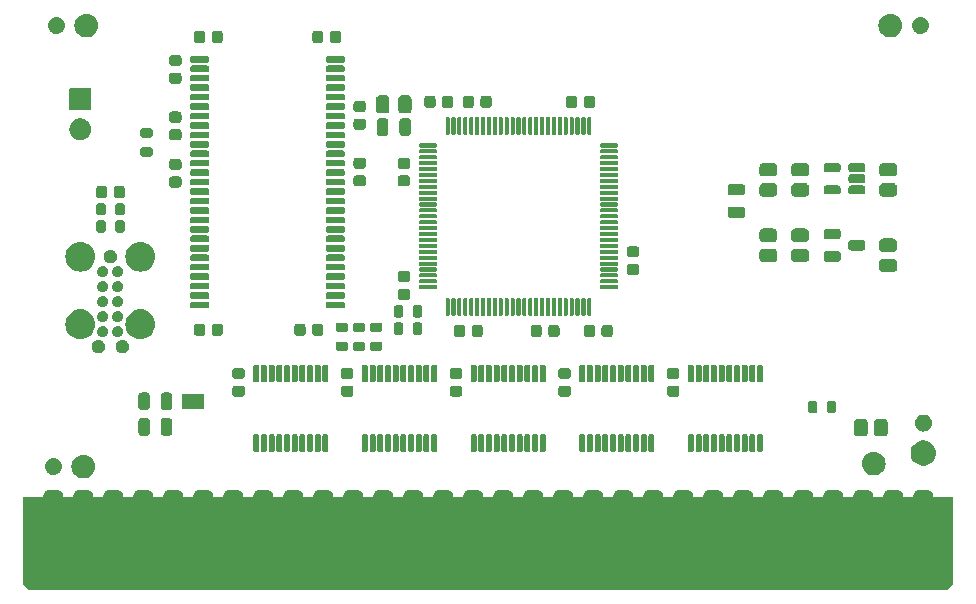
<source format=gts>
G04 #@! TF.GenerationSoftware,KiCad,Pcbnew,7.0.10*
G04 #@! TF.CreationDate,2024-02-07T20:48:26-05:00*
G04 #@! TF.ProjectId,RAM2E,52414d32-452e-46b6-9963-61645f706362,2.1*
G04 #@! TF.SameCoordinates,Original*
G04 #@! TF.FileFunction,Soldermask,Top*
G04 #@! TF.FilePolarity,Negative*
%FSLAX46Y46*%
G04 Gerber Fmt 4.6, Leading zero omitted, Abs format (unit mm)*
G04 Created by KiCad (PCBNEW 7.0.10) date 2024-02-07 20:48:26*
%MOMM*%
%LPD*%
G01*
G04 APERTURE LIST*
G04 APERTURE END LIST*
G36*
X201125999Y-131543771D02*
G01*
X201137712Y-131547869D01*
X201148592Y-131549176D01*
X201204857Y-131571364D01*
X201254635Y-131588782D01*
X201261071Y-131593532D01*
X201264788Y-131594998D01*
X201327758Y-131642749D01*
X201364289Y-131669711D01*
X201391259Y-131706253D01*
X201439001Y-131769211D01*
X201440466Y-131772926D01*
X201445218Y-131779365D01*
X201462642Y-131829162D01*
X201484822Y-131885406D01*
X201486127Y-131896280D01*
X201490229Y-131908001D01*
X201498200Y-131993000D01*
X201498200Y-132042804D01*
X201535396Y-132080000D01*
X202324603Y-132080000D01*
X202361800Y-132042803D01*
X202361800Y-131996798D01*
X202361800Y-131993000D01*
X202369771Y-131908001D01*
X202373869Y-131896288D01*
X202375176Y-131885407D01*
X202397367Y-131829133D01*
X202414782Y-131779365D01*
X202419531Y-131772929D01*
X202420998Y-131769211D01*
X202468777Y-131706204D01*
X202495711Y-131669711D01*
X202532204Y-131642777D01*
X202595211Y-131594998D01*
X202598929Y-131593531D01*
X202605365Y-131588782D01*
X202655140Y-131571365D01*
X202711406Y-131549177D01*
X202722284Y-131547870D01*
X202734001Y-131543771D01*
X202819000Y-131535800D01*
X203581000Y-131535800D01*
X203665999Y-131543771D01*
X203677712Y-131547869D01*
X203688592Y-131549176D01*
X203744857Y-131571364D01*
X203794635Y-131588782D01*
X203801071Y-131593532D01*
X203804788Y-131594998D01*
X203867758Y-131642749D01*
X203904289Y-131669711D01*
X203931259Y-131706253D01*
X203979001Y-131769211D01*
X203980466Y-131772926D01*
X203985218Y-131779365D01*
X204002642Y-131829162D01*
X204024822Y-131885406D01*
X204026127Y-131896280D01*
X204030229Y-131908001D01*
X204038200Y-131993000D01*
X204038200Y-132042804D01*
X204075396Y-132080000D01*
X204864603Y-132080000D01*
X204901800Y-132042803D01*
X204901800Y-131996798D01*
X204901800Y-131993000D01*
X204909771Y-131908001D01*
X204913869Y-131896288D01*
X204915176Y-131885407D01*
X204937367Y-131829133D01*
X204954782Y-131779365D01*
X204959531Y-131772929D01*
X204960998Y-131769211D01*
X205008777Y-131706204D01*
X205035711Y-131669711D01*
X205072204Y-131642777D01*
X205135211Y-131594998D01*
X205138929Y-131593531D01*
X205145365Y-131588782D01*
X205195140Y-131571365D01*
X205251406Y-131549177D01*
X205262284Y-131547870D01*
X205274001Y-131543771D01*
X205359000Y-131535800D01*
X206121000Y-131535800D01*
X206205999Y-131543771D01*
X206217712Y-131547869D01*
X206228592Y-131549176D01*
X206284857Y-131571364D01*
X206334635Y-131588782D01*
X206341071Y-131593532D01*
X206344788Y-131594998D01*
X206407758Y-131642749D01*
X206444289Y-131669711D01*
X206471259Y-131706253D01*
X206519001Y-131769211D01*
X206520466Y-131772926D01*
X206525218Y-131779365D01*
X206542642Y-131829162D01*
X206564822Y-131885406D01*
X206566127Y-131896280D01*
X206570229Y-131908001D01*
X206578200Y-131993000D01*
X206578200Y-132042804D01*
X206615396Y-132080000D01*
X207404603Y-132080000D01*
X207441800Y-132042803D01*
X207441800Y-131996798D01*
X207441800Y-131993000D01*
X207449771Y-131908001D01*
X207453869Y-131896288D01*
X207455176Y-131885407D01*
X207477367Y-131829133D01*
X207494782Y-131779365D01*
X207499531Y-131772929D01*
X207500998Y-131769211D01*
X207548777Y-131706204D01*
X207575711Y-131669711D01*
X207612204Y-131642777D01*
X207675211Y-131594998D01*
X207678929Y-131593531D01*
X207685365Y-131588782D01*
X207735140Y-131571365D01*
X207791406Y-131549177D01*
X207802284Y-131547870D01*
X207814001Y-131543771D01*
X207899000Y-131535800D01*
X208661000Y-131535800D01*
X208745999Y-131543771D01*
X208757712Y-131547869D01*
X208768592Y-131549176D01*
X208824857Y-131571364D01*
X208874635Y-131588782D01*
X208881071Y-131593532D01*
X208884788Y-131594998D01*
X208947758Y-131642749D01*
X208984289Y-131669711D01*
X209011259Y-131706253D01*
X209059001Y-131769211D01*
X209060466Y-131772926D01*
X209065218Y-131779365D01*
X209082642Y-131829162D01*
X209104822Y-131885406D01*
X209106127Y-131896280D01*
X209110229Y-131908001D01*
X209118200Y-131993000D01*
X209118200Y-132042804D01*
X209155396Y-132080000D01*
X209944603Y-132080000D01*
X209981800Y-132042803D01*
X209981800Y-131996798D01*
X209981800Y-131993000D01*
X209989771Y-131908001D01*
X209993869Y-131896288D01*
X209995176Y-131885407D01*
X210017367Y-131829133D01*
X210034782Y-131779365D01*
X210039531Y-131772929D01*
X210040998Y-131769211D01*
X210088777Y-131706204D01*
X210115711Y-131669711D01*
X210152204Y-131642777D01*
X210215211Y-131594998D01*
X210218929Y-131593531D01*
X210225365Y-131588782D01*
X210275140Y-131571365D01*
X210331406Y-131549177D01*
X210342284Y-131547870D01*
X210354001Y-131543771D01*
X210439000Y-131535800D01*
X211201000Y-131535800D01*
X211285999Y-131543771D01*
X211297712Y-131547869D01*
X211308592Y-131549176D01*
X211364857Y-131571364D01*
X211414635Y-131588782D01*
X211421071Y-131593532D01*
X211424788Y-131594998D01*
X211487758Y-131642749D01*
X211524289Y-131669711D01*
X211551259Y-131706253D01*
X211599001Y-131769211D01*
X211600466Y-131772926D01*
X211605218Y-131779365D01*
X211622642Y-131829162D01*
X211644822Y-131885406D01*
X211646127Y-131896280D01*
X211650229Y-131908001D01*
X211658200Y-131993000D01*
X211658200Y-132042804D01*
X211695396Y-132080000D01*
X212484603Y-132080000D01*
X212521800Y-132042803D01*
X212521800Y-131996798D01*
X212521800Y-131993000D01*
X212529771Y-131908001D01*
X212533869Y-131896288D01*
X212535176Y-131885407D01*
X212557367Y-131829133D01*
X212574782Y-131779365D01*
X212579531Y-131772929D01*
X212580998Y-131769211D01*
X212628777Y-131706204D01*
X212655711Y-131669711D01*
X212692204Y-131642777D01*
X212755211Y-131594998D01*
X212758929Y-131593531D01*
X212765365Y-131588782D01*
X212815140Y-131571365D01*
X212871406Y-131549177D01*
X212882284Y-131547870D01*
X212894001Y-131543771D01*
X212979000Y-131535800D01*
X213741000Y-131535800D01*
X213825999Y-131543771D01*
X213837712Y-131547869D01*
X213848592Y-131549176D01*
X213904857Y-131571364D01*
X213954635Y-131588782D01*
X213961071Y-131593532D01*
X213964788Y-131594998D01*
X214027758Y-131642749D01*
X214064289Y-131669711D01*
X214091259Y-131706253D01*
X214139001Y-131769211D01*
X214140466Y-131772926D01*
X214145218Y-131779365D01*
X214162642Y-131829162D01*
X214184822Y-131885406D01*
X214186127Y-131896280D01*
X214190229Y-131908001D01*
X214198200Y-131993000D01*
X214198200Y-132042804D01*
X214235396Y-132080000D01*
X215024603Y-132080000D01*
X215061800Y-132042803D01*
X215061800Y-131996798D01*
X215061800Y-131993000D01*
X215069771Y-131908001D01*
X215073869Y-131896288D01*
X215075176Y-131885407D01*
X215097367Y-131829133D01*
X215114782Y-131779365D01*
X215119531Y-131772929D01*
X215120998Y-131769211D01*
X215168777Y-131706204D01*
X215195711Y-131669711D01*
X215232204Y-131642777D01*
X215295211Y-131594998D01*
X215298929Y-131593531D01*
X215305365Y-131588782D01*
X215355140Y-131571365D01*
X215411406Y-131549177D01*
X215422284Y-131547870D01*
X215434001Y-131543771D01*
X215519000Y-131535800D01*
X216281000Y-131535800D01*
X216365999Y-131543771D01*
X216377712Y-131547869D01*
X216388592Y-131549176D01*
X216444857Y-131571364D01*
X216494635Y-131588782D01*
X216501071Y-131593532D01*
X216504788Y-131594998D01*
X216567758Y-131642749D01*
X216604289Y-131669711D01*
X216631259Y-131706253D01*
X216679001Y-131769211D01*
X216680466Y-131772926D01*
X216685218Y-131779365D01*
X216702642Y-131829162D01*
X216724822Y-131885406D01*
X216726127Y-131896280D01*
X216730229Y-131908001D01*
X216738200Y-131993000D01*
X216738200Y-132042804D01*
X216775396Y-132080000D01*
X217564603Y-132080000D01*
X217601800Y-132042803D01*
X217601800Y-131996798D01*
X217601800Y-131993000D01*
X217609771Y-131908001D01*
X217613869Y-131896288D01*
X217615176Y-131885407D01*
X217637367Y-131829133D01*
X217654782Y-131779365D01*
X217659531Y-131772929D01*
X217660998Y-131769211D01*
X217708777Y-131706204D01*
X217735711Y-131669711D01*
X217772204Y-131642777D01*
X217835211Y-131594998D01*
X217838929Y-131593531D01*
X217845365Y-131588782D01*
X217895140Y-131571365D01*
X217951406Y-131549177D01*
X217962284Y-131547870D01*
X217974001Y-131543771D01*
X218059000Y-131535800D01*
X218821000Y-131535800D01*
X218905999Y-131543771D01*
X218917712Y-131547869D01*
X218928592Y-131549176D01*
X218984857Y-131571364D01*
X219034635Y-131588782D01*
X219041071Y-131593532D01*
X219044788Y-131594998D01*
X219107758Y-131642749D01*
X219144289Y-131669711D01*
X219171259Y-131706253D01*
X219219001Y-131769211D01*
X219220466Y-131772926D01*
X219225218Y-131779365D01*
X219242642Y-131829162D01*
X219264822Y-131885406D01*
X219266127Y-131896280D01*
X219270229Y-131908001D01*
X219278200Y-131993000D01*
X219278200Y-132042804D01*
X219315396Y-132080000D01*
X220104603Y-132080000D01*
X220141800Y-132042803D01*
X220141800Y-131996798D01*
X220141800Y-131993000D01*
X220149771Y-131908001D01*
X220153869Y-131896288D01*
X220155176Y-131885407D01*
X220177367Y-131829133D01*
X220194782Y-131779365D01*
X220199531Y-131772929D01*
X220200998Y-131769211D01*
X220248777Y-131706204D01*
X220275711Y-131669711D01*
X220312204Y-131642777D01*
X220375211Y-131594998D01*
X220378929Y-131593531D01*
X220385365Y-131588782D01*
X220435140Y-131571365D01*
X220491406Y-131549177D01*
X220502284Y-131547870D01*
X220514001Y-131543771D01*
X220599000Y-131535800D01*
X221361000Y-131535800D01*
X221445999Y-131543771D01*
X221457712Y-131547869D01*
X221468592Y-131549176D01*
X221524857Y-131571364D01*
X221574635Y-131588782D01*
X221581071Y-131593532D01*
X221584788Y-131594998D01*
X221647758Y-131642749D01*
X221684289Y-131669711D01*
X221711259Y-131706253D01*
X221759001Y-131769211D01*
X221760466Y-131772926D01*
X221765218Y-131779365D01*
X221782642Y-131829162D01*
X221804822Y-131885406D01*
X221806127Y-131896280D01*
X221810229Y-131908001D01*
X221818200Y-131993000D01*
X221818200Y-132042804D01*
X221855396Y-132080000D01*
X222644603Y-132080000D01*
X222681800Y-132042803D01*
X222681800Y-131996798D01*
X222681800Y-131993000D01*
X222689771Y-131908001D01*
X222693869Y-131896288D01*
X222695176Y-131885407D01*
X222717367Y-131829133D01*
X222734782Y-131779365D01*
X222739531Y-131772929D01*
X222740998Y-131769211D01*
X222788777Y-131706204D01*
X222815711Y-131669711D01*
X222852204Y-131642777D01*
X222915211Y-131594998D01*
X222918929Y-131593531D01*
X222925365Y-131588782D01*
X222975140Y-131571365D01*
X223031406Y-131549177D01*
X223042284Y-131547870D01*
X223054001Y-131543771D01*
X223139000Y-131535800D01*
X223901000Y-131535800D01*
X223985999Y-131543771D01*
X223997712Y-131547869D01*
X224008592Y-131549176D01*
X224064857Y-131571364D01*
X224114635Y-131588782D01*
X224121071Y-131593532D01*
X224124788Y-131594998D01*
X224187758Y-131642749D01*
X224224289Y-131669711D01*
X224251259Y-131706253D01*
X224299001Y-131769211D01*
X224300466Y-131772926D01*
X224305218Y-131779365D01*
X224322642Y-131829162D01*
X224344822Y-131885406D01*
X224346127Y-131896280D01*
X224350229Y-131908001D01*
X224358200Y-131993000D01*
X224358200Y-132042804D01*
X224395396Y-132080000D01*
X225184603Y-132080000D01*
X225221800Y-132042803D01*
X225221800Y-131996798D01*
X225221800Y-131993000D01*
X225229771Y-131908001D01*
X225233869Y-131896288D01*
X225235176Y-131885407D01*
X225257367Y-131829133D01*
X225274782Y-131779365D01*
X225279531Y-131772929D01*
X225280998Y-131769211D01*
X225328777Y-131706204D01*
X225355711Y-131669711D01*
X225392204Y-131642777D01*
X225455211Y-131594998D01*
X225458929Y-131593531D01*
X225465365Y-131588782D01*
X225515140Y-131571365D01*
X225571406Y-131549177D01*
X225582284Y-131547870D01*
X225594001Y-131543771D01*
X225679000Y-131535800D01*
X226441000Y-131535800D01*
X226525999Y-131543771D01*
X226537712Y-131547869D01*
X226548592Y-131549176D01*
X226604857Y-131571364D01*
X226654635Y-131588782D01*
X226661071Y-131593532D01*
X226664788Y-131594998D01*
X226727758Y-131642749D01*
X226764289Y-131669711D01*
X226791259Y-131706253D01*
X226839001Y-131769211D01*
X226840466Y-131772926D01*
X226845218Y-131779365D01*
X226862642Y-131829162D01*
X226884822Y-131885406D01*
X226886127Y-131896280D01*
X226890229Y-131908001D01*
X226898200Y-131993000D01*
X226898200Y-132042804D01*
X226935396Y-132080000D01*
X227724603Y-132080000D01*
X227761800Y-132042803D01*
X227761800Y-131996798D01*
X227761800Y-131993000D01*
X227769771Y-131908001D01*
X227773869Y-131896288D01*
X227775176Y-131885407D01*
X227797367Y-131829133D01*
X227814782Y-131779365D01*
X227819531Y-131772929D01*
X227820998Y-131769211D01*
X227868777Y-131706204D01*
X227895711Y-131669711D01*
X227932204Y-131642777D01*
X227995211Y-131594998D01*
X227998929Y-131593531D01*
X228005365Y-131588782D01*
X228055140Y-131571365D01*
X228111406Y-131549177D01*
X228122284Y-131547870D01*
X228134001Y-131543771D01*
X228219000Y-131535800D01*
X228981000Y-131535800D01*
X229065999Y-131543771D01*
X229077712Y-131547869D01*
X229088592Y-131549176D01*
X229144857Y-131571364D01*
X229194635Y-131588782D01*
X229201071Y-131593532D01*
X229204788Y-131594998D01*
X229267758Y-131642749D01*
X229304289Y-131669711D01*
X229331259Y-131706253D01*
X229379001Y-131769211D01*
X229380466Y-131772926D01*
X229385218Y-131779365D01*
X229402642Y-131829162D01*
X229424822Y-131885406D01*
X229426127Y-131896280D01*
X229430229Y-131908001D01*
X229438200Y-131993000D01*
X229438200Y-132042804D01*
X229475396Y-132080000D01*
X230264603Y-132080000D01*
X230301800Y-132042803D01*
X230301800Y-131996798D01*
X230301800Y-131993000D01*
X230309771Y-131908001D01*
X230313869Y-131896288D01*
X230315176Y-131885407D01*
X230337367Y-131829133D01*
X230354782Y-131779365D01*
X230359531Y-131772929D01*
X230360998Y-131769211D01*
X230408777Y-131706204D01*
X230435711Y-131669711D01*
X230472204Y-131642777D01*
X230535211Y-131594998D01*
X230538929Y-131593531D01*
X230545365Y-131588782D01*
X230595140Y-131571365D01*
X230651406Y-131549177D01*
X230662284Y-131547870D01*
X230674001Y-131543771D01*
X230759000Y-131535800D01*
X231521000Y-131535800D01*
X231605999Y-131543771D01*
X231617712Y-131547869D01*
X231628592Y-131549176D01*
X231684857Y-131571364D01*
X231734635Y-131588782D01*
X231741071Y-131593532D01*
X231744788Y-131594998D01*
X231807758Y-131642749D01*
X231844289Y-131669711D01*
X231871259Y-131706253D01*
X231919001Y-131769211D01*
X231920466Y-131772926D01*
X231925218Y-131779365D01*
X231942642Y-131829162D01*
X231964822Y-131885406D01*
X231966127Y-131896280D01*
X231970229Y-131908001D01*
X231978200Y-131993000D01*
X231978200Y-132042804D01*
X232015396Y-132080000D01*
X232804603Y-132080000D01*
X232841800Y-132042803D01*
X232841800Y-131996798D01*
X232841800Y-131993000D01*
X232849771Y-131908001D01*
X232853869Y-131896288D01*
X232855176Y-131885407D01*
X232877367Y-131829133D01*
X232894782Y-131779365D01*
X232899531Y-131772929D01*
X232900998Y-131769211D01*
X232948777Y-131706204D01*
X232975711Y-131669711D01*
X233012204Y-131642777D01*
X233075211Y-131594998D01*
X233078929Y-131593531D01*
X233085365Y-131588782D01*
X233135140Y-131571365D01*
X233191406Y-131549177D01*
X233202284Y-131547870D01*
X233214001Y-131543771D01*
X233299000Y-131535800D01*
X234061000Y-131535800D01*
X234145999Y-131543771D01*
X234157712Y-131547869D01*
X234168592Y-131549176D01*
X234224857Y-131571364D01*
X234274635Y-131588782D01*
X234281071Y-131593532D01*
X234284788Y-131594998D01*
X234347758Y-131642749D01*
X234384289Y-131669711D01*
X234411259Y-131706253D01*
X234459001Y-131769211D01*
X234460466Y-131772926D01*
X234465218Y-131779365D01*
X234482642Y-131829162D01*
X234504822Y-131885406D01*
X234506127Y-131896280D01*
X234510229Y-131908001D01*
X234518200Y-131993000D01*
X234518200Y-132042804D01*
X234555396Y-132080000D01*
X235344603Y-132080000D01*
X235381800Y-132042803D01*
X235381800Y-131996798D01*
X235381800Y-131993000D01*
X235389771Y-131908001D01*
X235393869Y-131896288D01*
X235395176Y-131885407D01*
X235417367Y-131829133D01*
X235434782Y-131779365D01*
X235439531Y-131772929D01*
X235440998Y-131769211D01*
X235488777Y-131706204D01*
X235515711Y-131669711D01*
X235552204Y-131642777D01*
X235615211Y-131594998D01*
X235618929Y-131593531D01*
X235625365Y-131588782D01*
X235675140Y-131571365D01*
X235731406Y-131549177D01*
X235742284Y-131547870D01*
X235754001Y-131543771D01*
X235839000Y-131535800D01*
X236601000Y-131535800D01*
X236685999Y-131543771D01*
X236697712Y-131547869D01*
X236708592Y-131549176D01*
X236764857Y-131571364D01*
X236814635Y-131588782D01*
X236821071Y-131593532D01*
X236824788Y-131594998D01*
X236887758Y-131642749D01*
X236924289Y-131669711D01*
X236951259Y-131706253D01*
X236999001Y-131769211D01*
X237000466Y-131772926D01*
X237005218Y-131779365D01*
X237022642Y-131829162D01*
X237044822Y-131885406D01*
X237046127Y-131896280D01*
X237050229Y-131908001D01*
X237058200Y-131993000D01*
X237058200Y-132042804D01*
X237095396Y-132080000D01*
X237884603Y-132080000D01*
X237921800Y-132042803D01*
X237921800Y-131996798D01*
X237921800Y-131993000D01*
X237929771Y-131908001D01*
X237933869Y-131896288D01*
X237935176Y-131885407D01*
X237957367Y-131829133D01*
X237974782Y-131779365D01*
X237979531Y-131772929D01*
X237980998Y-131769211D01*
X238028777Y-131706204D01*
X238055711Y-131669711D01*
X238092204Y-131642777D01*
X238155211Y-131594998D01*
X238158929Y-131593531D01*
X238165365Y-131588782D01*
X238215140Y-131571365D01*
X238271406Y-131549177D01*
X238282284Y-131547870D01*
X238294001Y-131543771D01*
X238379000Y-131535800D01*
X239141000Y-131535800D01*
X239225999Y-131543771D01*
X239237712Y-131547869D01*
X239248592Y-131549176D01*
X239304857Y-131571364D01*
X239354635Y-131588782D01*
X239361071Y-131593532D01*
X239364788Y-131594998D01*
X239427758Y-131642749D01*
X239464289Y-131669711D01*
X239491259Y-131706253D01*
X239539001Y-131769211D01*
X239540466Y-131772926D01*
X239545218Y-131779365D01*
X239562642Y-131829162D01*
X239584822Y-131885406D01*
X239586127Y-131896280D01*
X239590229Y-131908001D01*
X239598200Y-131993000D01*
X239598200Y-132042804D01*
X239635396Y-132080000D01*
X240424603Y-132080000D01*
X240461800Y-132042803D01*
X240461800Y-131996798D01*
X240461800Y-131993000D01*
X240469771Y-131908001D01*
X240473869Y-131896288D01*
X240475176Y-131885407D01*
X240497367Y-131829133D01*
X240514782Y-131779365D01*
X240519531Y-131772929D01*
X240520998Y-131769211D01*
X240568777Y-131706204D01*
X240595711Y-131669711D01*
X240632204Y-131642777D01*
X240695211Y-131594998D01*
X240698929Y-131593531D01*
X240705365Y-131588782D01*
X240755140Y-131571365D01*
X240811406Y-131549177D01*
X240822284Y-131547870D01*
X240834001Y-131543771D01*
X240919000Y-131535800D01*
X241681000Y-131535800D01*
X241765999Y-131543771D01*
X241777712Y-131547869D01*
X241788592Y-131549176D01*
X241844857Y-131571364D01*
X241894635Y-131588782D01*
X241901071Y-131593532D01*
X241904788Y-131594998D01*
X241967758Y-131642749D01*
X242004289Y-131669711D01*
X242031259Y-131706253D01*
X242079001Y-131769211D01*
X242080466Y-131772926D01*
X242085218Y-131779365D01*
X242102642Y-131829162D01*
X242124822Y-131885406D01*
X242126127Y-131896280D01*
X242130229Y-131908001D01*
X242138200Y-131993000D01*
X242138200Y-132042804D01*
X242175396Y-132080000D01*
X242964603Y-132080000D01*
X243001800Y-132042803D01*
X243001800Y-131996798D01*
X243001800Y-131993000D01*
X243009771Y-131908001D01*
X243013869Y-131896288D01*
X243015176Y-131885407D01*
X243037367Y-131829133D01*
X243054782Y-131779365D01*
X243059531Y-131772929D01*
X243060998Y-131769211D01*
X243108777Y-131706204D01*
X243135711Y-131669711D01*
X243172204Y-131642777D01*
X243235211Y-131594998D01*
X243238929Y-131593531D01*
X243245365Y-131588782D01*
X243295140Y-131571365D01*
X243351406Y-131549177D01*
X243362284Y-131547870D01*
X243374001Y-131543771D01*
X243459000Y-131535800D01*
X244221000Y-131535800D01*
X244305999Y-131543771D01*
X244317712Y-131547869D01*
X244328592Y-131549176D01*
X244384857Y-131571364D01*
X244434635Y-131588782D01*
X244441071Y-131593532D01*
X244444788Y-131594998D01*
X244507758Y-131642749D01*
X244544289Y-131669711D01*
X244571259Y-131706253D01*
X244619001Y-131769211D01*
X244620466Y-131772926D01*
X244625218Y-131779365D01*
X244642642Y-131829162D01*
X244664822Y-131885406D01*
X244666127Y-131896280D01*
X244670229Y-131908001D01*
X244678200Y-131993000D01*
X244678200Y-132042804D01*
X244715396Y-132080000D01*
X245504603Y-132080000D01*
X245541800Y-132042803D01*
X245541800Y-131996798D01*
X245541800Y-131993000D01*
X245549771Y-131908001D01*
X245553869Y-131896288D01*
X245555176Y-131885407D01*
X245577367Y-131829133D01*
X245594782Y-131779365D01*
X245599531Y-131772929D01*
X245600998Y-131769211D01*
X245648777Y-131706204D01*
X245675711Y-131669711D01*
X245712204Y-131642777D01*
X245775211Y-131594998D01*
X245778929Y-131593531D01*
X245785365Y-131588782D01*
X245835140Y-131571365D01*
X245891406Y-131549177D01*
X245902284Y-131547870D01*
X245914001Y-131543771D01*
X245999000Y-131535800D01*
X246761000Y-131535800D01*
X246845999Y-131543771D01*
X246857712Y-131547869D01*
X246868592Y-131549176D01*
X246924857Y-131571364D01*
X246974635Y-131588782D01*
X246981071Y-131593532D01*
X246984788Y-131594998D01*
X247047758Y-131642749D01*
X247084289Y-131669711D01*
X247111259Y-131706253D01*
X247159001Y-131769211D01*
X247160466Y-131772926D01*
X247165218Y-131779365D01*
X247182642Y-131829162D01*
X247204822Y-131885406D01*
X247206127Y-131896280D01*
X247210229Y-131908001D01*
X247218200Y-131993000D01*
X247218200Y-132042804D01*
X247255396Y-132080000D01*
X248044603Y-132080000D01*
X248081800Y-132042803D01*
X248081800Y-131996798D01*
X248081800Y-131993000D01*
X248089771Y-131908001D01*
X248093869Y-131896288D01*
X248095176Y-131885407D01*
X248117367Y-131829133D01*
X248134782Y-131779365D01*
X248139531Y-131772929D01*
X248140998Y-131769211D01*
X248188777Y-131706204D01*
X248215711Y-131669711D01*
X248252204Y-131642777D01*
X248315211Y-131594998D01*
X248318929Y-131593531D01*
X248325365Y-131588782D01*
X248375140Y-131571365D01*
X248431406Y-131549177D01*
X248442284Y-131547870D01*
X248454001Y-131543771D01*
X248539000Y-131535800D01*
X249301000Y-131535800D01*
X249385999Y-131543771D01*
X249397712Y-131547869D01*
X249408592Y-131549176D01*
X249464857Y-131571364D01*
X249514635Y-131588782D01*
X249521071Y-131593532D01*
X249524788Y-131594998D01*
X249587758Y-131642749D01*
X249624289Y-131669711D01*
X249651259Y-131706253D01*
X249699001Y-131769211D01*
X249700466Y-131772926D01*
X249705218Y-131779365D01*
X249722642Y-131829162D01*
X249744822Y-131885406D01*
X249746127Y-131896280D01*
X249750229Y-131908001D01*
X249758200Y-131993000D01*
X249758200Y-132042804D01*
X249795396Y-132080000D01*
X250584603Y-132080000D01*
X250621800Y-132042803D01*
X250621800Y-131996798D01*
X250621800Y-131993000D01*
X250629771Y-131908001D01*
X250633869Y-131896288D01*
X250635176Y-131885407D01*
X250657367Y-131829133D01*
X250674782Y-131779365D01*
X250679531Y-131772929D01*
X250680998Y-131769211D01*
X250728777Y-131706204D01*
X250755711Y-131669711D01*
X250792204Y-131642777D01*
X250855211Y-131594998D01*
X250858929Y-131593531D01*
X250865365Y-131588782D01*
X250915140Y-131571365D01*
X250971406Y-131549177D01*
X250982284Y-131547870D01*
X250994001Y-131543771D01*
X251079000Y-131535800D01*
X251841000Y-131535800D01*
X251925999Y-131543771D01*
X251937712Y-131547869D01*
X251948592Y-131549176D01*
X252004857Y-131571364D01*
X252054635Y-131588782D01*
X252061071Y-131593532D01*
X252064788Y-131594998D01*
X252127758Y-131642749D01*
X252164289Y-131669711D01*
X252191259Y-131706253D01*
X252239001Y-131769211D01*
X252240466Y-131772926D01*
X252245218Y-131779365D01*
X252262642Y-131829162D01*
X252284822Y-131885406D01*
X252286127Y-131896280D01*
X252290229Y-131908001D01*
X252298200Y-131993000D01*
X252298200Y-132042804D01*
X252335396Y-132080000D01*
X253124603Y-132080000D01*
X253161800Y-132042803D01*
X253161800Y-131996798D01*
X253161800Y-131993000D01*
X253169771Y-131908001D01*
X253173869Y-131896288D01*
X253175176Y-131885407D01*
X253197367Y-131829133D01*
X253214782Y-131779365D01*
X253219531Y-131772929D01*
X253220998Y-131769211D01*
X253268777Y-131706204D01*
X253295711Y-131669711D01*
X253332204Y-131642777D01*
X253395211Y-131594998D01*
X253398929Y-131593531D01*
X253405365Y-131588782D01*
X253455140Y-131571365D01*
X253511406Y-131549177D01*
X253522284Y-131547870D01*
X253534001Y-131543771D01*
X253619000Y-131535800D01*
X254381000Y-131535800D01*
X254465999Y-131543771D01*
X254477712Y-131547869D01*
X254488592Y-131549176D01*
X254544857Y-131571364D01*
X254594635Y-131588782D01*
X254601071Y-131593532D01*
X254604788Y-131594998D01*
X254667758Y-131642749D01*
X254704289Y-131669711D01*
X254731259Y-131706253D01*
X254779001Y-131769211D01*
X254780466Y-131772926D01*
X254785218Y-131779365D01*
X254802642Y-131829162D01*
X254824822Y-131885406D01*
X254826127Y-131896280D01*
X254830229Y-131908001D01*
X254838200Y-131993000D01*
X254838200Y-132042804D01*
X254875396Y-132080000D01*
X255664603Y-132080000D01*
X255701800Y-132042803D01*
X255701800Y-131996798D01*
X255701800Y-131993000D01*
X255709771Y-131908001D01*
X255713869Y-131896288D01*
X255715176Y-131885407D01*
X255737367Y-131829133D01*
X255754782Y-131779365D01*
X255759531Y-131772929D01*
X255760998Y-131769211D01*
X255808777Y-131706204D01*
X255835711Y-131669711D01*
X255872204Y-131642777D01*
X255935211Y-131594998D01*
X255938929Y-131593531D01*
X255945365Y-131588782D01*
X255995140Y-131571365D01*
X256051406Y-131549177D01*
X256062284Y-131547870D01*
X256074001Y-131543771D01*
X256159000Y-131535800D01*
X256921000Y-131535800D01*
X257005999Y-131543771D01*
X257017712Y-131547869D01*
X257028592Y-131549176D01*
X257084857Y-131571364D01*
X257134635Y-131588782D01*
X257141071Y-131593532D01*
X257144788Y-131594998D01*
X257207758Y-131642749D01*
X257244289Y-131669711D01*
X257271259Y-131706253D01*
X257319001Y-131769211D01*
X257320466Y-131772926D01*
X257325218Y-131779365D01*
X257342642Y-131829162D01*
X257364822Y-131885406D01*
X257366127Y-131896280D01*
X257370229Y-131908001D01*
X257378200Y-131993000D01*
X257378200Y-132042804D01*
X257415396Y-132080000D01*
X258204603Y-132080000D01*
X258241800Y-132042803D01*
X258241800Y-131996798D01*
X258241800Y-131993000D01*
X258249771Y-131908001D01*
X258253869Y-131896288D01*
X258255176Y-131885407D01*
X258277367Y-131829133D01*
X258294782Y-131779365D01*
X258299531Y-131772929D01*
X258300998Y-131769211D01*
X258348777Y-131706204D01*
X258375711Y-131669711D01*
X258412204Y-131642777D01*
X258475211Y-131594998D01*
X258478929Y-131593531D01*
X258485365Y-131588782D01*
X258535140Y-131571365D01*
X258591406Y-131549177D01*
X258602284Y-131547870D01*
X258614001Y-131543771D01*
X258699000Y-131535800D01*
X259461000Y-131535800D01*
X259545999Y-131543771D01*
X259557712Y-131547869D01*
X259568592Y-131549176D01*
X259624857Y-131571364D01*
X259674635Y-131588782D01*
X259681071Y-131593532D01*
X259684788Y-131594998D01*
X259747758Y-131642749D01*
X259784289Y-131669711D01*
X259811259Y-131706253D01*
X259859001Y-131769211D01*
X259860466Y-131772926D01*
X259865218Y-131779365D01*
X259882642Y-131829162D01*
X259904822Y-131885406D01*
X259906127Y-131896280D01*
X259910229Y-131908001D01*
X259918200Y-131993000D01*
X259918200Y-132042804D01*
X259955396Y-132080000D01*
X260744603Y-132080000D01*
X260781800Y-132042803D01*
X260781800Y-131996798D01*
X260781800Y-131993000D01*
X260789771Y-131908001D01*
X260793869Y-131896288D01*
X260795176Y-131885407D01*
X260817367Y-131829133D01*
X260834782Y-131779365D01*
X260839531Y-131772929D01*
X260840998Y-131769211D01*
X260888777Y-131706204D01*
X260915711Y-131669711D01*
X260952204Y-131642777D01*
X261015211Y-131594998D01*
X261018929Y-131593531D01*
X261025365Y-131588782D01*
X261075140Y-131571365D01*
X261131406Y-131549177D01*
X261142284Y-131547870D01*
X261154001Y-131543771D01*
X261239000Y-131535800D01*
X262001000Y-131535800D01*
X262085999Y-131543771D01*
X262097712Y-131547869D01*
X262108592Y-131549176D01*
X262164857Y-131571364D01*
X262214635Y-131588782D01*
X262221071Y-131593532D01*
X262224788Y-131594998D01*
X262287758Y-131642749D01*
X262324289Y-131669711D01*
X262351259Y-131706253D01*
X262399001Y-131769211D01*
X262400466Y-131772926D01*
X262405218Y-131779365D01*
X262422642Y-131829162D01*
X262444822Y-131885406D01*
X262446127Y-131896280D01*
X262450229Y-131908001D01*
X262458200Y-131993000D01*
X262458200Y-132042804D01*
X262495396Y-132080000D01*
X263284603Y-132080000D01*
X263321800Y-132042803D01*
X263321800Y-131996798D01*
X263321800Y-131993000D01*
X263329771Y-131908001D01*
X263333869Y-131896288D01*
X263335176Y-131885407D01*
X263357367Y-131829133D01*
X263374782Y-131779365D01*
X263379531Y-131772929D01*
X263380998Y-131769211D01*
X263428777Y-131706204D01*
X263455711Y-131669711D01*
X263492204Y-131642777D01*
X263555211Y-131594998D01*
X263558929Y-131593531D01*
X263565365Y-131588782D01*
X263615140Y-131571365D01*
X263671406Y-131549177D01*
X263682284Y-131547870D01*
X263694001Y-131543771D01*
X263779000Y-131535800D01*
X264541000Y-131535800D01*
X264625999Y-131543771D01*
X264637712Y-131547869D01*
X264648592Y-131549176D01*
X264704857Y-131571364D01*
X264754635Y-131588782D01*
X264761071Y-131593532D01*
X264764788Y-131594998D01*
X264827758Y-131642749D01*
X264864289Y-131669711D01*
X264891259Y-131706253D01*
X264939001Y-131769211D01*
X264940466Y-131772926D01*
X264945218Y-131779365D01*
X264962642Y-131829162D01*
X264984822Y-131885406D01*
X264986127Y-131896280D01*
X264990229Y-131908001D01*
X264998200Y-131993000D01*
X264998200Y-132042804D01*
X265035396Y-132080000D01*
X265824603Y-132080000D01*
X265861800Y-132042803D01*
X265861800Y-131996798D01*
X265861800Y-131993000D01*
X265869771Y-131908001D01*
X265873869Y-131896288D01*
X265875176Y-131885407D01*
X265897367Y-131829133D01*
X265914782Y-131779365D01*
X265919531Y-131772929D01*
X265920998Y-131769211D01*
X265968777Y-131706204D01*
X265995711Y-131669711D01*
X266032204Y-131642777D01*
X266095211Y-131594998D01*
X266098929Y-131593531D01*
X266105365Y-131588782D01*
X266155140Y-131571365D01*
X266211406Y-131549177D01*
X266222284Y-131547870D01*
X266234001Y-131543771D01*
X266319000Y-131535800D01*
X267081000Y-131535800D01*
X267165999Y-131543771D01*
X267177712Y-131547869D01*
X267188592Y-131549176D01*
X267244857Y-131571364D01*
X267294635Y-131588782D01*
X267301071Y-131593532D01*
X267304788Y-131594998D01*
X267367758Y-131642749D01*
X267404289Y-131669711D01*
X267431259Y-131706253D01*
X267479001Y-131769211D01*
X267480466Y-131772926D01*
X267485218Y-131779365D01*
X267502642Y-131829162D01*
X267524822Y-131885406D01*
X267526127Y-131896280D01*
X267530229Y-131908001D01*
X267538200Y-131993000D01*
X267538200Y-132042804D01*
X267575396Y-132080000D01*
X268364603Y-132080000D01*
X268401800Y-132042803D01*
X268401800Y-131996798D01*
X268401800Y-131993000D01*
X268409771Y-131908001D01*
X268413869Y-131896288D01*
X268415176Y-131885407D01*
X268437367Y-131829133D01*
X268454782Y-131779365D01*
X268459531Y-131772929D01*
X268460998Y-131769211D01*
X268508777Y-131706204D01*
X268535711Y-131669711D01*
X268572204Y-131642777D01*
X268635211Y-131594998D01*
X268638929Y-131593531D01*
X268645365Y-131588782D01*
X268695140Y-131571365D01*
X268751406Y-131549177D01*
X268762284Y-131547870D01*
X268774001Y-131543771D01*
X268859000Y-131535800D01*
X269621000Y-131535800D01*
X269705999Y-131543771D01*
X269717712Y-131547869D01*
X269728592Y-131549176D01*
X269784857Y-131571364D01*
X269834635Y-131588782D01*
X269841071Y-131593532D01*
X269844788Y-131594998D01*
X269907758Y-131642749D01*
X269944289Y-131669711D01*
X269971259Y-131706253D01*
X270019001Y-131769211D01*
X270020466Y-131772926D01*
X270025218Y-131779365D01*
X270042642Y-131829162D01*
X270064822Y-131885406D01*
X270066127Y-131896280D01*
X270070229Y-131908001D01*
X270078200Y-131993000D01*
X270078200Y-132042804D01*
X270115396Y-132080000D01*
X270904603Y-132080000D01*
X270941800Y-132042803D01*
X270941800Y-131996798D01*
X270941800Y-131993000D01*
X270949771Y-131908001D01*
X270953869Y-131896288D01*
X270955176Y-131885407D01*
X270977367Y-131829133D01*
X270994782Y-131779365D01*
X270999531Y-131772929D01*
X271000998Y-131769211D01*
X271048777Y-131706204D01*
X271075711Y-131669711D01*
X271112204Y-131642777D01*
X271175211Y-131594998D01*
X271178929Y-131593531D01*
X271185365Y-131588782D01*
X271235140Y-131571365D01*
X271291406Y-131549177D01*
X271302284Y-131547870D01*
X271314001Y-131543771D01*
X271399000Y-131535800D01*
X272161000Y-131535800D01*
X272245999Y-131543771D01*
X272257712Y-131547869D01*
X272268592Y-131549176D01*
X272324857Y-131571364D01*
X272374635Y-131588782D01*
X272381071Y-131593532D01*
X272384788Y-131594998D01*
X272447758Y-131642749D01*
X272484289Y-131669711D01*
X272511259Y-131706253D01*
X272559001Y-131769211D01*
X272560466Y-131772926D01*
X272565218Y-131779365D01*
X272582642Y-131829162D01*
X272604822Y-131885406D01*
X272606127Y-131896280D01*
X272610229Y-131908001D01*
X272618200Y-131993000D01*
X272618200Y-132042804D01*
X272655396Y-132080000D01*
X273444603Y-132080000D01*
X273481800Y-132042803D01*
X273481800Y-131996798D01*
X273481800Y-131993000D01*
X273489771Y-131908001D01*
X273493869Y-131896288D01*
X273495176Y-131885407D01*
X273517367Y-131829133D01*
X273534782Y-131779365D01*
X273539531Y-131772929D01*
X273540998Y-131769211D01*
X273588777Y-131706204D01*
X273615711Y-131669711D01*
X273652204Y-131642777D01*
X273715211Y-131594998D01*
X273718929Y-131593531D01*
X273725365Y-131588782D01*
X273775140Y-131571365D01*
X273831406Y-131549177D01*
X273842284Y-131547870D01*
X273854001Y-131543771D01*
X273939000Y-131535800D01*
X274701000Y-131535800D01*
X274785999Y-131543771D01*
X274797712Y-131547869D01*
X274808592Y-131549176D01*
X274864857Y-131571364D01*
X274914635Y-131588782D01*
X274921071Y-131593532D01*
X274924788Y-131594998D01*
X274987758Y-131642749D01*
X275024289Y-131669711D01*
X275051259Y-131706253D01*
X275099001Y-131769211D01*
X275100466Y-131772926D01*
X275105218Y-131779365D01*
X275122642Y-131829162D01*
X275144822Y-131885406D01*
X275146127Y-131896280D01*
X275150229Y-131908001D01*
X275158200Y-131993000D01*
X275158200Y-132042804D01*
X275195396Y-132080000D01*
X276860000Y-132080000D01*
X276860000Y-139446000D01*
X276352000Y-139954000D01*
X276339372Y-139954000D01*
X198640631Y-139954000D01*
X198628000Y-139954000D01*
X198120000Y-139446000D01*
X198120000Y-132080000D01*
X199784603Y-132080000D01*
X199821800Y-132042803D01*
X199821800Y-131996798D01*
X199821800Y-131993000D01*
X199829771Y-131908001D01*
X199833869Y-131896288D01*
X199835176Y-131885407D01*
X199857367Y-131829133D01*
X199874782Y-131779365D01*
X199879531Y-131772929D01*
X199880998Y-131769211D01*
X199928777Y-131706204D01*
X199955711Y-131669711D01*
X199992204Y-131642777D01*
X200055211Y-131594998D01*
X200058929Y-131593531D01*
X200065365Y-131588782D01*
X200115140Y-131571365D01*
X200171406Y-131549177D01*
X200182284Y-131547870D01*
X200194001Y-131543771D01*
X200279000Y-131535800D01*
X201041000Y-131535800D01*
X201125999Y-131543771D01*
G37*
G36*
X203395090Y-128559215D02*
G01*
X203582683Y-128616120D01*
X203755570Y-128708530D01*
X203907107Y-128832893D01*
X204031470Y-128984430D01*
X204123880Y-129157317D01*
X204180785Y-129344910D01*
X204200000Y-129540000D01*
X204180785Y-129735090D01*
X204123880Y-129922683D01*
X204031470Y-130095570D01*
X203907107Y-130247107D01*
X203755570Y-130371470D01*
X203582683Y-130463880D01*
X203395090Y-130520785D01*
X203200000Y-130540000D01*
X203004910Y-130520785D01*
X202817317Y-130463880D01*
X202644430Y-130371470D01*
X202492893Y-130247107D01*
X202368530Y-130095570D01*
X202276120Y-129922683D01*
X202219215Y-129735090D01*
X202200000Y-129540000D01*
X202219215Y-129344910D01*
X202276120Y-129157317D01*
X202368530Y-128984430D01*
X202492893Y-128832893D01*
X202644430Y-128708530D01*
X202817317Y-128616120D01*
X203004910Y-128559215D01*
X203200000Y-128540000D01*
X203395090Y-128559215D01*
G37*
G36*
X270324090Y-128305215D02*
G01*
X270511683Y-128362120D01*
X270684570Y-128454530D01*
X270836107Y-128578893D01*
X270960470Y-128730430D01*
X271052880Y-128903317D01*
X271109785Y-129090910D01*
X271129000Y-129286000D01*
X271109785Y-129481090D01*
X271052880Y-129668683D01*
X270960470Y-129841570D01*
X270836107Y-129993107D01*
X270684570Y-130117470D01*
X270511683Y-130209880D01*
X270324090Y-130266785D01*
X270129000Y-130286000D01*
X269933910Y-130266785D01*
X269746317Y-130209880D01*
X269573430Y-130117470D01*
X269421893Y-129993107D01*
X269297530Y-129841570D01*
X269205120Y-129668683D01*
X269148215Y-129481090D01*
X269129000Y-129286000D01*
X269148215Y-129090910D01*
X269205120Y-128903317D01*
X269297530Y-128730430D01*
X269421893Y-128578893D01*
X269573430Y-128454530D01*
X269746317Y-128362120D01*
X269933910Y-128305215D01*
X270129000Y-128286000D01*
X270324090Y-128305215D01*
G37*
G36*
X200821105Y-128834152D02*
G01*
X200974132Y-128887699D01*
X201111407Y-128973954D01*
X201226046Y-129088593D01*
X201312301Y-129225868D01*
X201365848Y-129378895D01*
X201384000Y-129540000D01*
X201365848Y-129701105D01*
X201312301Y-129854132D01*
X201226046Y-129991407D01*
X201111407Y-130106046D01*
X200974132Y-130192301D01*
X200821105Y-130245848D01*
X200660000Y-130264000D01*
X200498895Y-130245848D01*
X200345868Y-130192301D01*
X200208593Y-130106046D01*
X200093954Y-129991407D01*
X200007699Y-129854132D01*
X199954152Y-129701105D01*
X199936000Y-129540000D01*
X199954152Y-129378895D01*
X200007699Y-129225868D01*
X200093954Y-129088593D01*
X200208593Y-128973954D01*
X200345868Y-128887699D01*
X200498895Y-128834152D01*
X200660000Y-128816000D01*
X200821105Y-128834152D01*
G37*
G36*
X274614516Y-127361883D02*
G01*
X274799704Y-127433625D01*
X274968555Y-127538174D01*
X275115321Y-127671969D01*
X275235004Y-127830454D01*
X275323527Y-128008232D01*
X275377876Y-128199249D01*
X275396200Y-128397000D01*
X275377876Y-128594751D01*
X275323527Y-128785768D01*
X275235004Y-128963546D01*
X275115321Y-129122031D01*
X274968555Y-129255826D01*
X274799704Y-129360375D01*
X274614516Y-129432117D01*
X274419299Y-129468609D01*
X274220701Y-129468609D01*
X274025484Y-129432117D01*
X273840296Y-129360375D01*
X273671445Y-129255826D01*
X273524679Y-129122031D01*
X273404996Y-128963546D01*
X273316473Y-128785768D01*
X273262124Y-128594751D01*
X273243800Y-128397000D01*
X273262124Y-128199249D01*
X273316473Y-128008232D01*
X273404996Y-127830454D01*
X273524679Y-127671969D01*
X273671445Y-127538174D01*
X273840296Y-127433625D01*
X274025484Y-127361883D01*
X274220701Y-127325391D01*
X274419299Y-127325391D01*
X274614516Y-127361883D01*
G37*
G36*
X218014736Y-126811390D02*
G01*
X218059020Y-126840980D01*
X218088610Y-126885264D01*
X218099000Y-126937500D01*
X218099000Y-128162500D01*
X218088610Y-128214736D01*
X218059020Y-128259020D01*
X218014736Y-128288610D01*
X217962500Y-128299000D01*
X217737500Y-128299000D01*
X217685264Y-128288610D01*
X217640980Y-128259020D01*
X217611390Y-128214736D01*
X217601000Y-128162500D01*
X217601000Y-126937500D01*
X217611390Y-126885264D01*
X217640980Y-126840980D01*
X217685264Y-126811390D01*
X217737500Y-126801000D01*
X217962500Y-126801000D01*
X218014736Y-126811390D01*
G37*
G36*
X218664736Y-126811390D02*
G01*
X218709020Y-126840980D01*
X218738610Y-126885264D01*
X218749000Y-126937500D01*
X218749000Y-128162500D01*
X218738610Y-128214736D01*
X218709020Y-128259020D01*
X218664736Y-128288610D01*
X218612500Y-128299000D01*
X218387500Y-128299000D01*
X218335264Y-128288610D01*
X218290980Y-128259020D01*
X218261390Y-128214736D01*
X218251000Y-128162500D01*
X218251000Y-126937500D01*
X218261390Y-126885264D01*
X218290980Y-126840980D01*
X218335264Y-126811390D01*
X218387500Y-126801000D01*
X218612500Y-126801000D01*
X218664736Y-126811390D01*
G37*
G36*
X219314736Y-126811390D02*
G01*
X219359020Y-126840980D01*
X219388610Y-126885264D01*
X219399000Y-126937500D01*
X219399000Y-128162500D01*
X219388610Y-128214736D01*
X219359020Y-128259020D01*
X219314736Y-128288610D01*
X219262500Y-128299000D01*
X219037500Y-128299000D01*
X218985264Y-128288610D01*
X218940980Y-128259020D01*
X218911390Y-128214736D01*
X218901000Y-128162500D01*
X218901000Y-126937500D01*
X218911390Y-126885264D01*
X218940980Y-126840980D01*
X218985264Y-126811390D01*
X219037500Y-126801000D01*
X219262500Y-126801000D01*
X219314736Y-126811390D01*
G37*
G36*
X219964736Y-126811390D02*
G01*
X220009020Y-126840980D01*
X220038610Y-126885264D01*
X220049000Y-126937500D01*
X220049000Y-128162500D01*
X220038610Y-128214736D01*
X220009020Y-128259020D01*
X219964736Y-128288610D01*
X219912500Y-128299000D01*
X219687500Y-128299000D01*
X219635264Y-128288610D01*
X219590980Y-128259020D01*
X219561390Y-128214736D01*
X219551000Y-128162500D01*
X219551000Y-126937500D01*
X219561390Y-126885264D01*
X219590980Y-126840980D01*
X219635264Y-126811390D01*
X219687500Y-126801000D01*
X219912500Y-126801000D01*
X219964736Y-126811390D01*
G37*
G36*
X220614736Y-126811390D02*
G01*
X220659020Y-126840980D01*
X220688610Y-126885264D01*
X220699000Y-126937500D01*
X220699000Y-128162500D01*
X220688610Y-128214736D01*
X220659020Y-128259020D01*
X220614736Y-128288610D01*
X220562500Y-128299000D01*
X220337500Y-128299000D01*
X220285264Y-128288610D01*
X220240980Y-128259020D01*
X220211390Y-128214736D01*
X220201000Y-128162500D01*
X220201000Y-126937500D01*
X220211390Y-126885264D01*
X220240980Y-126840980D01*
X220285264Y-126811390D01*
X220337500Y-126801000D01*
X220562500Y-126801000D01*
X220614736Y-126811390D01*
G37*
G36*
X221264736Y-126811390D02*
G01*
X221309020Y-126840980D01*
X221338610Y-126885264D01*
X221349000Y-126937500D01*
X221349000Y-128162500D01*
X221338610Y-128214736D01*
X221309020Y-128259020D01*
X221264736Y-128288610D01*
X221212500Y-128299000D01*
X220987500Y-128299000D01*
X220935264Y-128288610D01*
X220890980Y-128259020D01*
X220861390Y-128214736D01*
X220851000Y-128162500D01*
X220851000Y-126937500D01*
X220861390Y-126885264D01*
X220890980Y-126840980D01*
X220935264Y-126811390D01*
X220987500Y-126801000D01*
X221212500Y-126801000D01*
X221264736Y-126811390D01*
G37*
G36*
X221914736Y-126811390D02*
G01*
X221959020Y-126840980D01*
X221988610Y-126885264D01*
X221999000Y-126937500D01*
X221999000Y-128162500D01*
X221988610Y-128214736D01*
X221959020Y-128259020D01*
X221914736Y-128288610D01*
X221862500Y-128299000D01*
X221637500Y-128299000D01*
X221585264Y-128288610D01*
X221540980Y-128259020D01*
X221511390Y-128214736D01*
X221501000Y-128162500D01*
X221501000Y-126937500D01*
X221511390Y-126885264D01*
X221540980Y-126840980D01*
X221585264Y-126811390D01*
X221637500Y-126801000D01*
X221862500Y-126801000D01*
X221914736Y-126811390D01*
G37*
G36*
X222564736Y-126811390D02*
G01*
X222609020Y-126840980D01*
X222638610Y-126885264D01*
X222649000Y-126937500D01*
X222649000Y-128162500D01*
X222638610Y-128214736D01*
X222609020Y-128259020D01*
X222564736Y-128288610D01*
X222512500Y-128299000D01*
X222287500Y-128299000D01*
X222235264Y-128288610D01*
X222190980Y-128259020D01*
X222161390Y-128214736D01*
X222151000Y-128162500D01*
X222151000Y-126937500D01*
X222161390Y-126885264D01*
X222190980Y-126840980D01*
X222235264Y-126811390D01*
X222287500Y-126801000D01*
X222512500Y-126801000D01*
X222564736Y-126811390D01*
G37*
G36*
X223214736Y-126811390D02*
G01*
X223259020Y-126840980D01*
X223288610Y-126885264D01*
X223299000Y-126937500D01*
X223299000Y-128162500D01*
X223288610Y-128214736D01*
X223259020Y-128259020D01*
X223214736Y-128288610D01*
X223162500Y-128299000D01*
X222937500Y-128299000D01*
X222885264Y-128288610D01*
X222840980Y-128259020D01*
X222811390Y-128214736D01*
X222801000Y-128162500D01*
X222801000Y-126937500D01*
X222811390Y-126885264D01*
X222840980Y-126840980D01*
X222885264Y-126811390D01*
X222937500Y-126801000D01*
X223162500Y-126801000D01*
X223214736Y-126811390D01*
G37*
G36*
X223864736Y-126811390D02*
G01*
X223909020Y-126840980D01*
X223938610Y-126885264D01*
X223949000Y-126937500D01*
X223949000Y-128162500D01*
X223938610Y-128214736D01*
X223909020Y-128259020D01*
X223864736Y-128288610D01*
X223812500Y-128299000D01*
X223587500Y-128299000D01*
X223535264Y-128288610D01*
X223490980Y-128259020D01*
X223461390Y-128214736D01*
X223451000Y-128162500D01*
X223451000Y-126937500D01*
X223461390Y-126885264D01*
X223490980Y-126840980D01*
X223535264Y-126811390D01*
X223587500Y-126801000D01*
X223812500Y-126801000D01*
X223864736Y-126811390D01*
G37*
G36*
X227214736Y-126811390D02*
G01*
X227259020Y-126840980D01*
X227288610Y-126885264D01*
X227299000Y-126937500D01*
X227299000Y-128162500D01*
X227288610Y-128214736D01*
X227259020Y-128259020D01*
X227214736Y-128288610D01*
X227162500Y-128299000D01*
X226937500Y-128299000D01*
X226885264Y-128288610D01*
X226840980Y-128259020D01*
X226811390Y-128214736D01*
X226801000Y-128162500D01*
X226801000Y-126937500D01*
X226811390Y-126885264D01*
X226840980Y-126840980D01*
X226885264Y-126811390D01*
X226937500Y-126801000D01*
X227162500Y-126801000D01*
X227214736Y-126811390D01*
G37*
G36*
X227864736Y-126811390D02*
G01*
X227909020Y-126840980D01*
X227938610Y-126885264D01*
X227949000Y-126937500D01*
X227949000Y-128162500D01*
X227938610Y-128214736D01*
X227909020Y-128259020D01*
X227864736Y-128288610D01*
X227812500Y-128299000D01*
X227587500Y-128299000D01*
X227535264Y-128288610D01*
X227490980Y-128259020D01*
X227461390Y-128214736D01*
X227451000Y-128162500D01*
X227451000Y-126937500D01*
X227461390Y-126885264D01*
X227490980Y-126840980D01*
X227535264Y-126811390D01*
X227587500Y-126801000D01*
X227812500Y-126801000D01*
X227864736Y-126811390D01*
G37*
G36*
X228514736Y-126811390D02*
G01*
X228559020Y-126840980D01*
X228588610Y-126885264D01*
X228599000Y-126937500D01*
X228599000Y-128162500D01*
X228588610Y-128214736D01*
X228559020Y-128259020D01*
X228514736Y-128288610D01*
X228462500Y-128299000D01*
X228237500Y-128299000D01*
X228185264Y-128288610D01*
X228140980Y-128259020D01*
X228111390Y-128214736D01*
X228101000Y-128162500D01*
X228101000Y-126937500D01*
X228111390Y-126885264D01*
X228140980Y-126840980D01*
X228185264Y-126811390D01*
X228237500Y-126801000D01*
X228462500Y-126801000D01*
X228514736Y-126811390D01*
G37*
G36*
X229164736Y-126811390D02*
G01*
X229209020Y-126840980D01*
X229238610Y-126885264D01*
X229249000Y-126937500D01*
X229249000Y-128162500D01*
X229238610Y-128214736D01*
X229209020Y-128259020D01*
X229164736Y-128288610D01*
X229112500Y-128299000D01*
X228887500Y-128299000D01*
X228835264Y-128288610D01*
X228790980Y-128259020D01*
X228761390Y-128214736D01*
X228751000Y-128162500D01*
X228751000Y-126937500D01*
X228761390Y-126885264D01*
X228790980Y-126840980D01*
X228835264Y-126811390D01*
X228887500Y-126801000D01*
X229112500Y-126801000D01*
X229164736Y-126811390D01*
G37*
G36*
X229814736Y-126811390D02*
G01*
X229859020Y-126840980D01*
X229888610Y-126885264D01*
X229899000Y-126937500D01*
X229899000Y-128162500D01*
X229888610Y-128214736D01*
X229859020Y-128259020D01*
X229814736Y-128288610D01*
X229762500Y-128299000D01*
X229537500Y-128299000D01*
X229485264Y-128288610D01*
X229440980Y-128259020D01*
X229411390Y-128214736D01*
X229401000Y-128162500D01*
X229401000Y-126937500D01*
X229411390Y-126885264D01*
X229440980Y-126840980D01*
X229485264Y-126811390D01*
X229537500Y-126801000D01*
X229762500Y-126801000D01*
X229814736Y-126811390D01*
G37*
G36*
X230464736Y-126811390D02*
G01*
X230509020Y-126840980D01*
X230538610Y-126885264D01*
X230549000Y-126937500D01*
X230549000Y-128162500D01*
X230538610Y-128214736D01*
X230509020Y-128259020D01*
X230464736Y-128288610D01*
X230412500Y-128299000D01*
X230187500Y-128299000D01*
X230135264Y-128288610D01*
X230090980Y-128259020D01*
X230061390Y-128214736D01*
X230051000Y-128162500D01*
X230051000Y-126937500D01*
X230061390Y-126885264D01*
X230090980Y-126840980D01*
X230135264Y-126811390D01*
X230187500Y-126801000D01*
X230412500Y-126801000D01*
X230464736Y-126811390D01*
G37*
G36*
X231114736Y-126811390D02*
G01*
X231159020Y-126840980D01*
X231188610Y-126885264D01*
X231199000Y-126937500D01*
X231199000Y-128162500D01*
X231188610Y-128214736D01*
X231159020Y-128259020D01*
X231114736Y-128288610D01*
X231062500Y-128299000D01*
X230837500Y-128299000D01*
X230785264Y-128288610D01*
X230740980Y-128259020D01*
X230711390Y-128214736D01*
X230701000Y-128162500D01*
X230701000Y-126937500D01*
X230711390Y-126885264D01*
X230740980Y-126840980D01*
X230785264Y-126811390D01*
X230837500Y-126801000D01*
X231062500Y-126801000D01*
X231114736Y-126811390D01*
G37*
G36*
X231764736Y-126811390D02*
G01*
X231809020Y-126840980D01*
X231838610Y-126885264D01*
X231849000Y-126937500D01*
X231849000Y-128162500D01*
X231838610Y-128214736D01*
X231809020Y-128259020D01*
X231764736Y-128288610D01*
X231712500Y-128299000D01*
X231487500Y-128299000D01*
X231435264Y-128288610D01*
X231390980Y-128259020D01*
X231361390Y-128214736D01*
X231351000Y-128162500D01*
X231351000Y-126937500D01*
X231361390Y-126885264D01*
X231390980Y-126840980D01*
X231435264Y-126811390D01*
X231487500Y-126801000D01*
X231712500Y-126801000D01*
X231764736Y-126811390D01*
G37*
G36*
X232414736Y-126811390D02*
G01*
X232459020Y-126840980D01*
X232488610Y-126885264D01*
X232499000Y-126937500D01*
X232499000Y-128162500D01*
X232488610Y-128214736D01*
X232459020Y-128259020D01*
X232414736Y-128288610D01*
X232362500Y-128299000D01*
X232137500Y-128299000D01*
X232085264Y-128288610D01*
X232040980Y-128259020D01*
X232011390Y-128214736D01*
X232001000Y-128162500D01*
X232001000Y-126937500D01*
X232011390Y-126885264D01*
X232040980Y-126840980D01*
X232085264Y-126811390D01*
X232137500Y-126801000D01*
X232362500Y-126801000D01*
X232414736Y-126811390D01*
G37*
G36*
X233064736Y-126811390D02*
G01*
X233109020Y-126840980D01*
X233138610Y-126885264D01*
X233149000Y-126937500D01*
X233149000Y-128162500D01*
X233138610Y-128214736D01*
X233109020Y-128259020D01*
X233064736Y-128288610D01*
X233012500Y-128299000D01*
X232787500Y-128299000D01*
X232735264Y-128288610D01*
X232690980Y-128259020D01*
X232661390Y-128214736D01*
X232651000Y-128162500D01*
X232651000Y-126937500D01*
X232661390Y-126885264D01*
X232690980Y-126840980D01*
X232735264Y-126811390D01*
X232787500Y-126801000D01*
X233012500Y-126801000D01*
X233064736Y-126811390D01*
G37*
G36*
X236414736Y-126811390D02*
G01*
X236459020Y-126840980D01*
X236488610Y-126885264D01*
X236499000Y-126937500D01*
X236499000Y-128162500D01*
X236488610Y-128214736D01*
X236459020Y-128259020D01*
X236414736Y-128288610D01*
X236362500Y-128299000D01*
X236137500Y-128299000D01*
X236085264Y-128288610D01*
X236040980Y-128259020D01*
X236011390Y-128214736D01*
X236001000Y-128162500D01*
X236001000Y-126937500D01*
X236011390Y-126885264D01*
X236040980Y-126840980D01*
X236085264Y-126811390D01*
X236137500Y-126801000D01*
X236362500Y-126801000D01*
X236414736Y-126811390D01*
G37*
G36*
X237064736Y-126811390D02*
G01*
X237109020Y-126840980D01*
X237138610Y-126885264D01*
X237149000Y-126937500D01*
X237149000Y-128162500D01*
X237138610Y-128214736D01*
X237109020Y-128259020D01*
X237064736Y-128288610D01*
X237012500Y-128299000D01*
X236787500Y-128299000D01*
X236735264Y-128288610D01*
X236690980Y-128259020D01*
X236661390Y-128214736D01*
X236651000Y-128162500D01*
X236651000Y-126937500D01*
X236661390Y-126885264D01*
X236690980Y-126840980D01*
X236735264Y-126811390D01*
X236787500Y-126801000D01*
X237012500Y-126801000D01*
X237064736Y-126811390D01*
G37*
G36*
X237714736Y-126811390D02*
G01*
X237759020Y-126840980D01*
X237788610Y-126885264D01*
X237799000Y-126937500D01*
X237799000Y-128162500D01*
X237788610Y-128214736D01*
X237759020Y-128259020D01*
X237714736Y-128288610D01*
X237662500Y-128299000D01*
X237437500Y-128299000D01*
X237385264Y-128288610D01*
X237340980Y-128259020D01*
X237311390Y-128214736D01*
X237301000Y-128162500D01*
X237301000Y-126937500D01*
X237311390Y-126885264D01*
X237340980Y-126840980D01*
X237385264Y-126811390D01*
X237437500Y-126801000D01*
X237662500Y-126801000D01*
X237714736Y-126811390D01*
G37*
G36*
X238364736Y-126811390D02*
G01*
X238409020Y-126840980D01*
X238438610Y-126885264D01*
X238449000Y-126937500D01*
X238449000Y-128162500D01*
X238438610Y-128214736D01*
X238409020Y-128259020D01*
X238364736Y-128288610D01*
X238312500Y-128299000D01*
X238087500Y-128299000D01*
X238035264Y-128288610D01*
X237990980Y-128259020D01*
X237961390Y-128214736D01*
X237951000Y-128162500D01*
X237951000Y-126937500D01*
X237961390Y-126885264D01*
X237990980Y-126840980D01*
X238035264Y-126811390D01*
X238087500Y-126801000D01*
X238312500Y-126801000D01*
X238364736Y-126811390D01*
G37*
G36*
X239014736Y-126811390D02*
G01*
X239059020Y-126840980D01*
X239088610Y-126885264D01*
X239099000Y-126937500D01*
X239099000Y-128162500D01*
X239088610Y-128214736D01*
X239059020Y-128259020D01*
X239014736Y-128288610D01*
X238962500Y-128299000D01*
X238737500Y-128299000D01*
X238685264Y-128288610D01*
X238640980Y-128259020D01*
X238611390Y-128214736D01*
X238601000Y-128162500D01*
X238601000Y-126937500D01*
X238611390Y-126885264D01*
X238640980Y-126840980D01*
X238685264Y-126811390D01*
X238737500Y-126801000D01*
X238962500Y-126801000D01*
X239014736Y-126811390D01*
G37*
G36*
X239664736Y-126811390D02*
G01*
X239709020Y-126840980D01*
X239738610Y-126885264D01*
X239749000Y-126937500D01*
X239749000Y-128162500D01*
X239738610Y-128214736D01*
X239709020Y-128259020D01*
X239664736Y-128288610D01*
X239612500Y-128299000D01*
X239387500Y-128299000D01*
X239335264Y-128288610D01*
X239290980Y-128259020D01*
X239261390Y-128214736D01*
X239251000Y-128162500D01*
X239251000Y-126937500D01*
X239261390Y-126885264D01*
X239290980Y-126840980D01*
X239335264Y-126811390D01*
X239387500Y-126801000D01*
X239612500Y-126801000D01*
X239664736Y-126811390D01*
G37*
G36*
X240314736Y-126811390D02*
G01*
X240359020Y-126840980D01*
X240388610Y-126885264D01*
X240399000Y-126937500D01*
X240399000Y-128162500D01*
X240388610Y-128214736D01*
X240359020Y-128259020D01*
X240314736Y-128288610D01*
X240262500Y-128299000D01*
X240037500Y-128299000D01*
X239985264Y-128288610D01*
X239940980Y-128259020D01*
X239911390Y-128214736D01*
X239901000Y-128162500D01*
X239901000Y-126937500D01*
X239911390Y-126885264D01*
X239940980Y-126840980D01*
X239985264Y-126811390D01*
X240037500Y-126801000D01*
X240262500Y-126801000D01*
X240314736Y-126811390D01*
G37*
G36*
X240964736Y-126811390D02*
G01*
X241009020Y-126840980D01*
X241038610Y-126885264D01*
X241049000Y-126937500D01*
X241049000Y-128162500D01*
X241038610Y-128214736D01*
X241009020Y-128259020D01*
X240964736Y-128288610D01*
X240912500Y-128299000D01*
X240687500Y-128299000D01*
X240635264Y-128288610D01*
X240590980Y-128259020D01*
X240561390Y-128214736D01*
X240551000Y-128162500D01*
X240551000Y-126937500D01*
X240561390Y-126885264D01*
X240590980Y-126840980D01*
X240635264Y-126811390D01*
X240687500Y-126801000D01*
X240912500Y-126801000D01*
X240964736Y-126811390D01*
G37*
G36*
X241614736Y-126811390D02*
G01*
X241659020Y-126840980D01*
X241688610Y-126885264D01*
X241699000Y-126937500D01*
X241699000Y-128162500D01*
X241688610Y-128214736D01*
X241659020Y-128259020D01*
X241614736Y-128288610D01*
X241562500Y-128299000D01*
X241337500Y-128299000D01*
X241285264Y-128288610D01*
X241240980Y-128259020D01*
X241211390Y-128214736D01*
X241201000Y-128162500D01*
X241201000Y-126937500D01*
X241211390Y-126885264D01*
X241240980Y-126840980D01*
X241285264Y-126811390D01*
X241337500Y-126801000D01*
X241562500Y-126801000D01*
X241614736Y-126811390D01*
G37*
G36*
X242264736Y-126811390D02*
G01*
X242309020Y-126840980D01*
X242338610Y-126885264D01*
X242349000Y-126937500D01*
X242349000Y-128162500D01*
X242338610Y-128214736D01*
X242309020Y-128259020D01*
X242264736Y-128288610D01*
X242212500Y-128299000D01*
X241987500Y-128299000D01*
X241935264Y-128288610D01*
X241890980Y-128259020D01*
X241861390Y-128214736D01*
X241851000Y-128162500D01*
X241851000Y-126937500D01*
X241861390Y-126885264D01*
X241890980Y-126840980D01*
X241935264Y-126811390D01*
X241987500Y-126801000D01*
X242212500Y-126801000D01*
X242264736Y-126811390D01*
G37*
G36*
X245614736Y-126811390D02*
G01*
X245659020Y-126840980D01*
X245688610Y-126885264D01*
X245699000Y-126937500D01*
X245699000Y-128162500D01*
X245688610Y-128214736D01*
X245659020Y-128259020D01*
X245614736Y-128288610D01*
X245562500Y-128299000D01*
X245337500Y-128299000D01*
X245285264Y-128288610D01*
X245240980Y-128259020D01*
X245211390Y-128214736D01*
X245201000Y-128162500D01*
X245201000Y-126937500D01*
X245211390Y-126885264D01*
X245240980Y-126840980D01*
X245285264Y-126811390D01*
X245337500Y-126801000D01*
X245562500Y-126801000D01*
X245614736Y-126811390D01*
G37*
G36*
X246264736Y-126811390D02*
G01*
X246309020Y-126840980D01*
X246338610Y-126885264D01*
X246349000Y-126937500D01*
X246349000Y-128162500D01*
X246338610Y-128214736D01*
X246309020Y-128259020D01*
X246264736Y-128288610D01*
X246212500Y-128299000D01*
X245987500Y-128299000D01*
X245935264Y-128288610D01*
X245890980Y-128259020D01*
X245861390Y-128214736D01*
X245851000Y-128162500D01*
X245851000Y-126937500D01*
X245861390Y-126885264D01*
X245890980Y-126840980D01*
X245935264Y-126811390D01*
X245987500Y-126801000D01*
X246212500Y-126801000D01*
X246264736Y-126811390D01*
G37*
G36*
X246914736Y-126811390D02*
G01*
X246959020Y-126840980D01*
X246988610Y-126885264D01*
X246999000Y-126937500D01*
X246999000Y-128162500D01*
X246988610Y-128214736D01*
X246959020Y-128259020D01*
X246914736Y-128288610D01*
X246862500Y-128299000D01*
X246637500Y-128299000D01*
X246585264Y-128288610D01*
X246540980Y-128259020D01*
X246511390Y-128214736D01*
X246501000Y-128162500D01*
X246501000Y-126937500D01*
X246511390Y-126885264D01*
X246540980Y-126840980D01*
X246585264Y-126811390D01*
X246637500Y-126801000D01*
X246862500Y-126801000D01*
X246914736Y-126811390D01*
G37*
G36*
X247564736Y-126811390D02*
G01*
X247609020Y-126840980D01*
X247638610Y-126885264D01*
X247649000Y-126937500D01*
X247649000Y-128162500D01*
X247638610Y-128214736D01*
X247609020Y-128259020D01*
X247564736Y-128288610D01*
X247512500Y-128299000D01*
X247287500Y-128299000D01*
X247235264Y-128288610D01*
X247190980Y-128259020D01*
X247161390Y-128214736D01*
X247151000Y-128162500D01*
X247151000Y-126937500D01*
X247161390Y-126885264D01*
X247190980Y-126840980D01*
X247235264Y-126811390D01*
X247287500Y-126801000D01*
X247512500Y-126801000D01*
X247564736Y-126811390D01*
G37*
G36*
X248214736Y-126811390D02*
G01*
X248259020Y-126840980D01*
X248288610Y-126885264D01*
X248299000Y-126937500D01*
X248299000Y-128162500D01*
X248288610Y-128214736D01*
X248259020Y-128259020D01*
X248214736Y-128288610D01*
X248162500Y-128299000D01*
X247937500Y-128299000D01*
X247885264Y-128288610D01*
X247840980Y-128259020D01*
X247811390Y-128214736D01*
X247801000Y-128162500D01*
X247801000Y-126937500D01*
X247811390Y-126885264D01*
X247840980Y-126840980D01*
X247885264Y-126811390D01*
X247937500Y-126801000D01*
X248162500Y-126801000D01*
X248214736Y-126811390D01*
G37*
G36*
X248864736Y-126811390D02*
G01*
X248909020Y-126840980D01*
X248938610Y-126885264D01*
X248949000Y-126937500D01*
X248949000Y-128162500D01*
X248938610Y-128214736D01*
X248909020Y-128259020D01*
X248864736Y-128288610D01*
X248812500Y-128299000D01*
X248587500Y-128299000D01*
X248535264Y-128288610D01*
X248490980Y-128259020D01*
X248461390Y-128214736D01*
X248451000Y-128162500D01*
X248451000Y-126937500D01*
X248461390Y-126885264D01*
X248490980Y-126840980D01*
X248535264Y-126811390D01*
X248587500Y-126801000D01*
X248812500Y-126801000D01*
X248864736Y-126811390D01*
G37*
G36*
X249514736Y-126811390D02*
G01*
X249559020Y-126840980D01*
X249588610Y-126885264D01*
X249599000Y-126937500D01*
X249599000Y-128162500D01*
X249588610Y-128214736D01*
X249559020Y-128259020D01*
X249514736Y-128288610D01*
X249462500Y-128299000D01*
X249237500Y-128299000D01*
X249185264Y-128288610D01*
X249140980Y-128259020D01*
X249111390Y-128214736D01*
X249101000Y-128162500D01*
X249101000Y-126937500D01*
X249111390Y-126885264D01*
X249140980Y-126840980D01*
X249185264Y-126811390D01*
X249237500Y-126801000D01*
X249462500Y-126801000D01*
X249514736Y-126811390D01*
G37*
G36*
X250164736Y-126811390D02*
G01*
X250209020Y-126840980D01*
X250238610Y-126885264D01*
X250249000Y-126937500D01*
X250249000Y-128162500D01*
X250238610Y-128214736D01*
X250209020Y-128259020D01*
X250164736Y-128288610D01*
X250112500Y-128299000D01*
X249887500Y-128299000D01*
X249835264Y-128288610D01*
X249790980Y-128259020D01*
X249761390Y-128214736D01*
X249751000Y-128162500D01*
X249751000Y-126937500D01*
X249761390Y-126885264D01*
X249790980Y-126840980D01*
X249835264Y-126811390D01*
X249887500Y-126801000D01*
X250112500Y-126801000D01*
X250164736Y-126811390D01*
G37*
G36*
X250814736Y-126811390D02*
G01*
X250859020Y-126840980D01*
X250888610Y-126885264D01*
X250899000Y-126937500D01*
X250899000Y-128162500D01*
X250888610Y-128214736D01*
X250859020Y-128259020D01*
X250814736Y-128288610D01*
X250762500Y-128299000D01*
X250537500Y-128299000D01*
X250485264Y-128288610D01*
X250440980Y-128259020D01*
X250411390Y-128214736D01*
X250401000Y-128162500D01*
X250401000Y-126937500D01*
X250411390Y-126885264D01*
X250440980Y-126840980D01*
X250485264Y-126811390D01*
X250537500Y-126801000D01*
X250762500Y-126801000D01*
X250814736Y-126811390D01*
G37*
G36*
X251464736Y-126811390D02*
G01*
X251509020Y-126840980D01*
X251538610Y-126885264D01*
X251549000Y-126937500D01*
X251549000Y-128162500D01*
X251538610Y-128214736D01*
X251509020Y-128259020D01*
X251464736Y-128288610D01*
X251412500Y-128299000D01*
X251187500Y-128299000D01*
X251135264Y-128288610D01*
X251090980Y-128259020D01*
X251061390Y-128214736D01*
X251051000Y-128162500D01*
X251051000Y-126937500D01*
X251061390Y-126885264D01*
X251090980Y-126840980D01*
X251135264Y-126811390D01*
X251187500Y-126801000D01*
X251412500Y-126801000D01*
X251464736Y-126811390D01*
G37*
G36*
X254814736Y-126811390D02*
G01*
X254859020Y-126840980D01*
X254888610Y-126885264D01*
X254899000Y-126937500D01*
X254899000Y-128162500D01*
X254888610Y-128214736D01*
X254859020Y-128259020D01*
X254814736Y-128288610D01*
X254762500Y-128299000D01*
X254537500Y-128299000D01*
X254485264Y-128288610D01*
X254440980Y-128259020D01*
X254411390Y-128214736D01*
X254401000Y-128162500D01*
X254401000Y-126937500D01*
X254411390Y-126885264D01*
X254440980Y-126840980D01*
X254485264Y-126811390D01*
X254537500Y-126801000D01*
X254762500Y-126801000D01*
X254814736Y-126811390D01*
G37*
G36*
X255464736Y-126811390D02*
G01*
X255509020Y-126840980D01*
X255538610Y-126885264D01*
X255549000Y-126937500D01*
X255549000Y-128162500D01*
X255538610Y-128214736D01*
X255509020Y-128259020D01*
X255464736Y-128288610D01*
X255412500Y-128299000D01*
X255187500Y-128299000D01*
X255135264Y-128288610D01*
X255090980Y-128259020D01*
X255061390Y-128214736D01*
X255051000Y-128162500D01*
X255051000Y-126937500D01*
X255061390Y-126885264D01*
X255090980Y-126840980D01*
X255135264Y-126811390D01*
X255187500Y-126801000D01*
X255412500Y-126801000D01*
X255464736Y-126811390D01*
G37*
G36*
X256114736Y-126811390D02*
G01*
X256159020Y-126840980D01*
X256188610Y-126885264D01*
X256199000Y-126937500D01*
X256199000Y-128162500D01*
X256188610Y-128214736D01*
X256159020Y-128259020D01*
X256114736Y-128288610D01*
X256062500Y-128299000D01*
X255837500Y-128299000D01*
X255785264Y-128288610D01*
X255740980Y-128259020D01*
X255711390Y-128214736D01*
X255701000Y-128162500D01*
X255701000Y-126937500D01*
X255711390Y-126885264D01*
X255740980Y-126840980D01*
X255785264Y-126811390D01*
X255837500Y-126801000D01*
X256062500Y-126801000D01*
X256114736Y-126811390D01*
G37*
G36*
X256764736Y-126811390D02*
G01*
X256809020Y-126840980D01*
X256838610Y-126885264D01*
X256849000Y-126937500D01*
X256849000Y-128162500D01*
X256838610Y-128214736D01*
X256809020Y-128259020D01*
X256764736Y-128288610D01*
X256712500Y-128299000D01*
X256487500Y-128299000D01*
X256435264Y-128288610D01*
X256390980Y-128259020D01*
X256361390Y-128214736D01*
X256351000Y-128162500D01*
X256351000Y-126937500D01*
X256361390Y-126885264D01*
X256390980Y-126840980D01*
X256435264Y-126811390D01*
X256487500Y-126801000D01*
X256712500Y-126801000D01*
X256764736Y-126811390D01*
G37*
G36*
X257414736Y-126811390D02*
G01*
X257459020Y-126840980D01*
X257488610Y-126885264D01*
X257499000Y-126937500D01*
X257499000Y-128162500D01*
X257488610Y-128214736D01*
X257459020Y-128259020D01*
X257414736Y-128288610D01*
X257362500Y-128299000D01*
X257137500Y-128299000D01*
X257085264Y-128288610D01*
X257040980Y-128259020D01*
X257011390Y-128214736D01*
X257001000Y-128162500D01*
X257001000Y-126937500D01*
X257011390Y-126885264D01*
X257040980Y-126840980D01*
X257085264Y-126811390D01*
X257137500Y-126801000D01*
X257362500Y-126801000D01*
X257414736Y-126811390D01*
G37*
G36*
X258064736Y-126811390D02*
G01*
X258109020Y-126840980D01*
X258138610Y-126885264D01*
X258149000Y-126937500D01*
X258149000Y-128162500D01*
X258138610Y-128214736D01*
X258109020Y-128259020D01*
X258064736Y-128288610D01*
X258012500Y-128299000D01*
X257787500Y-128299000D01*
X257735264Y-128288610D01*
X257690980Y-128259020D01*
X257661390Y-128214736D01*
X257651000Y-128162500D01*
X257651000Y-126937500D01*
X257661390Y-126885264D01*
X257690980Y-126840980D01*
X257735264Y-126811390D01*
X257787500Y-126801000D01*
X258012500Y-126801000D01*
X258064736Y-126811390D01*
G37*
G36*
X258714736Y-126811390D02*
G01*
X258759020Y-126840980D01*
X258788610Y-126885264D01*
X258799000Y-126937500D01*
X258799000Y-128162500D01*
X258788610Y-128214736D01*
X258759020Y-128259020D01*
X258714736Y-128288610D01*
X258662500Y-128299000D01*
X258437500Y-128299000D01*
X258385264Y-128288610D01*
X258340980Y-128259020D01*
X258311390Y-128214736D01*
X258301000Y-128162500D01*
X258301000Y-126937500D01*
X258311390Y-126885264D01*
X258340980Y-126840980D01*
X258385264Y-126811390D01*
X258437500Y-126801000D01*
X258662500Y-126801000D01*
X258714736Y-126811390D01*
G37*
G36*
X259364736Y-126811390D02*
G01*
X259409020Y-126840980D01*
X259438610Y-126885264D01*
X259449000Y-126937500D01*
X259449000Y-128162500D01*
X259438610Y-128214736D01*
X259409020Y-128259020D01*
X259364736Y-128288610D01*
X259312500Y-128299000D01*
X259087500Y-128299000D01*
X259035264Y-128288610D01*
X258990980Y-128259020D01*
X258961390Y-128214736D01*
X258951000Y-128162500D01*
X258951000Y-126937500D01*
X258961390Y-126885264D01*
X258990980Y-126840980D01*
X259035264Y-126811390D01*
X259087500Y-126801000D01*
X259312500Y-126801000D01*
X259364736Y-126811390D01*
G37*
G36*
X260014736Y-126811390D02*
G01*
X260059020Y-126840980D01*
X260088610Y-126885264D01*
X260099000Y-126937500D01*
X260099000Y-128162500D01*
X260088610Y-128214736D01*
X260059020Y-128259020D01*
X260014736Y-128288610D01*
X259962500Y-128299000D01*
X259737500Y-128299000D01*
X259685264Y-128288610D01*
X259640980Y-128259020D01*
X259611390Y-128214736D01*
X259601000Y-128162500D01*
X259601000Y-126937500D01*
X259611390Y-126885264D01*
X259640980Y-126840980D01*
X259685264Y-126811390D01*
X259737500Y-126801000D01*
X259962500Y-126801000D01*
X260014736Y-126811390D01*
G37*
G36*
X260664736Y-126811390D02*
G01*
X260709020Y-126840980D01*
X260738610Y-126885264D01*
X260749000Y-126937500D01*
X260749000Y-128162500D01*
X260738610Y-128214736D01*
X260709020Y-128259020D01*
X260664736Y-128288610D01*
X260612500Y-128299000D01*
X260387500Y-128299000D01*
X260335264Y-128288610D01*
X260290980Y-128259020D01*
X260261390Y-128214736D01*
X260251000Y-128162500D01*
X260251000Y-126937500D01*
X260261390Y-126885264D01*
X260290980Y-126840980D01*
X260335264Y-126811390D01*
X260387500Y-126801000D01*
X260612500Y-126801000D01*
X260664736Y-126811390D01*
G37*
G36*
X269368381Y-125498648D02*
G01*
X269374015Y-125501275D01*
X269375812Y-125501537D01*
X269401342Y-125514018D01*
X269466743Y-125544515D01*
X269543485Y-125621257D01*
X269573992Y-125686680D01*
X269586462Y-125712187D01*
X269586723Y-125713982D01*
X269589352Y-125719619D01*
X269600000Y-125800500D01*
X269600000Y-126675500D01*
X269589352Y-126756381D01*
X269586723Y-126762018D01*
X269586462Y-126763812D01*
X269574002Y-126789298D01*
X269543485Y-126854743D01*
X269466743Y-126931485D01*
X269401298Y-126962002D01*
X269375812Y-126974462D01*
X269374018Y-126974723D01*
X269368381Y-126977352D01*
X269287500Y-126988000D01*
X268762500Y-126988000D01*
X268681619Y-126977352D01*
X268675982Y-126974723D01*
X268674187Y-126974462D01*
X268648680Y-126961992D01*
X268583257Y-126931485D01*
X268506515Y-126854743D01*
X268476018Y-126789342D01*
X268463537Y-126763812D01*
X268463275Y-126762015D01*
X268460648Y-126756381D01*
X268450000Y-126675500D01*
X268450000Y-125800500D01*
X268460648Y-125719619D01*
X268463274Y-125713985D01*
X268463537Y-125712187D01*
X268476028Y-125686635D01*
X268506515Y-125621257D01*
X268583257Y-125544515D01*
X268648635Y-125514028D01*
X268674187Y-125501537D01*
X268675985Y-125501274D01*
X268681619Y-125498648D01*
X268762500Y-125488000D01*
X269287500Y-125488000D01*
X269368381Y-125498648D01*
G37*
G36*
X271068381Y-125498648D02*
G01*
X271074015Y-125501275D01*
X271075812Y-125501537D01*
X271101342Y-125514018D01*
X271166743Y-125544515D01*
X271243485Y-125621257D01*
X271273992Y-125686680D01*
X271286462Y-125712187D01*
X271286723Y-125713982D01*
X271289352Y-125719619D01*
X271300000Y-125800500D01*
X271300000Y-126675500D01*
X271289352Y-126756381D01*
X271286723Y-126762018D01*
X271286462Y-126763812D01*
X271274002Y-126789298D01*
X271243485Y-126854743D01*
X271166743Y-126931485D01*
X271101298Y-126962002D01*
X271075812Y-126974462D01*
X271074018Y-126974723D01*
X271068381Y-126977352D01*
X270987500Y-126988000D01*
X270462500Y-126988000D01*
X270381619Y-126977352D01*
X270375982Y-126974723D01*
X270374187Y-126974462D01*
X270348680Y-126961992D01*
X270283257Y-126931485D01*
X270206515Y-126854743D01*
X270176018Y-126789342D01*
X270163537Y-126763812D01*
X270163275Y-126762015D01*
X270160648Y-126756381D01*
X270150000Y-126675500D01*
X270150000Y-125800500D01*
X270160648Y-125719619D01*
X270163274Y-125713985D01*
X270163537Y-125712187D01*
X270176028Y-125686635D01*
X270206515Y-125621257D01*
X270283257Y-125544515D01*
X270348635Y-125514028D01*
X270374187Y-125501537D01*
X270375985Y-125501274D01*
X270381619Y-125498648D01*
X270462500Y-125488000D01*
X270987500Y-125488000D01*
X271068381Y-125498648D01*
G37*
G36*
X208566648Y-125426120D02*
G01*
X208624896Y-125433789D01*
X208639549Y-125440622D01*
X208658954Y-125444482D01*
X208684657Y-125461656D01*
X208708500Y-125472774D01*
X208723003Y-125487277D01*
X208744116Y-125501384D01*
X208758222Y-125522496D01*
X208772725Y-125536999D01*
X208783842Y-125560839D01*
X208801018Y-125586546D01*
X208804878Y-125605952D01*
X208811710Y-125620603D01*
X208819376Y-125678838D01*
X208821000Y-125687000D01*
X208821000Y-126662000D01*
X208819376Y-126670163D01*
X208811710Y-126728396D01*
X208804878Y-126743046D01*
X208801018Y-126762454D01*
X208783840Y-126788162D01*
X208772725Y-126812000D01*
X208758224Y-126826500D01*
X208744116Y-126847616D01*
X208723000Y-126861724D01*
X208708500Y-126876225D01*
X208684662Y-126887340D01*
X208658954Y-126904518D01*
X208639546Y-126908378D01*
X208624896Y-126915210D01*
X208566663Y-126922876D01*
X208558500Y-126924500D01*
X208133500Y-126924500D01*
X208125338Y-126922876D01*
X208067103Y-126915210D01*
X208052452Y-126908378D01*
X208033046Y-126904518D01*
X208007339Y-126887342D01*
X207983499Y-126876225D01*
X207968996Y-126861722D01*
X207947884Y-126847616D01*
X207933777Y-126826503D01*
X207919274Y-126812000D01*
X207908156Y-126788157D01*
X207890982Y-126762454D01*
X207887122Y-126743049D01*
X207880289Y-126728396D01*
X207872620Y-126670148D01*
X207871000Y-126662000D01*
X207871000Y-125687000D01*
X207872620Y-125678853D01*
X207880289Y-125620603D01*
X207887122Y-125605948D01*
X207890982Y-125586546D01*
X207908154Y-125560844D01*
X207919274Y-125536999D01*
X207933779Y-125522493D01*
X207947884Y-125501384D01*
X207968993Y-125487279D01*
X207983499Y-125472774D01*
X208007344Y-125461654D01*
X208033046Y-125444482D01*
X208052448Y-125440622D01*
X208067103Y-125433789D01*
X208125353Y-125426120D01*
X208133500Y-125424500D01*
X208558500Y-125424500D01*
X208566648Y-125426120D01*
G37*
G36*
X210466648Y-125426120D02*
G01*
X210524896Y-125433789D01*
X210539549Y-125440622D01*
X210558954Y-125444482D01*
X210584657Y-125461656D01*
X210608500Y-125472774D01*
X210623003Y-125487277D01*
X210644116Y-125501384D01*
X210658222Y-125522496D01*
X210672725Y-125536999D01*
X210683842Y-125560839D01*
X210701018Y-125586546D01*
X210704878Y-125605952D01*
X210711710Y-125620603D01*
X210719376Y-125678838D01*
X210721000Y-125687000D01*
X210721000Y-126662000D01*
X210719376Y-126670163D01*
X210711710Y-126728396D01*
X210704878Y-126743046D01*
X210701018Y-126762454D01*
X210683840Y-126788162D01*
X210672725Y-126812000D01*
X210658224Y-126826500D01*
X210644116Y-126847616D01*
X210623000Y-126861724D01*
X210608500Y-126876225D01*
X210584662Y-126887340D01*
X210558954Y-126904518D01*
X210539546Y-126908378D01*
X210524896Y-126915210D01*
X210466663Y-126922876D01*
X210458500Y-126924500D01*
X210033500Y-126924500D01*
X210025338Y-126922876D01*
X209967103Y-126915210D01*
X209952452Y-126908378D01*
X209933046Y-126904518D01*
X209907339Y-126887342D01*
X209883499Y-126876225D01*
X209868996Y-126861722D01*
X209847884Y-126847616D01*
X209833777Y-126826503D01*
X209819274Y-126812000D01*
X209808156Y-126788157D01*
X209790982Y-126762454D01*
X209787122Y-126743049D01*
X209780289Y-126728396D01*
X209772620Y-126670148D01*
X209771000Y-126662000D01*
X209771000Y-125687000D01*
X209772620Y-125678853D01*
X209780289Y-125620603D01*
X209787122Y-125605948D01*
X209790982Y-125586546D01*
X209808154Y-125560844D01*
X209819274Y-125536999D01*
X209833779Y-125522493D01*
X209847884Y-125501384D01*
X209868993Y-125487279D01*
X209883499Y-125472774D01*
X209907344Y-125461654D01*
X209933046Y-125444482D01*
X209952448Y-125440622D01*
X209967103Y-125433789D01*
X210025353Y-125426120D01*
X210033500Y-125424500D01*
X210458500Y-125424500D01*
X210466648Y-125426120D01*
G37*
G36*
X274481105Y-125151152D02*
G01*
X274634132Y-125204699D01*
X274771407Y-125290954D01*
X274886046Y-125405593D01*
X274972301Y-125542868D01*
X275025848Y-125695895D01*
X275044000Y-125857000D01*
X275025848Y-126018105D01*
X274972301Y-126171132D01*
X274886046Y-126308407D01*
X274771407Y-126423046D01*
X274634132Y-126509301D01*
X274481105Y-126562848D01*
X274320000Y-126581000D01*
X274158895Y-126562848D01*
X274005868Y-126509301D01*
X273868593Y-126423046D01*
X273753954Y-126308407D01*
X273667699Y-126171132D01*
X273614152Y-126018105D01*
X273596000Y-125857000D01*
X273614152Y-125695895D01*
X273667699Y-125542868D01*
X273753954Y-125405593D01*
X273868593Y-125290954D01*
X274005868Y-125204699D01*
X274158895Y-125151152D01*
X274320000Y-125133000D01*
X274481105Y-125151152D01*
G37*
G36*
X265130139Y-123976022D02*
G01*
X265174192Y-123981133D01*
X265189243Y-123987778D01*
X265211104Y-123992127D01*
X265234506Y-124007763D01*
X265251531Y-124015281D01*
X265263159Y-124026909D01*
X265284099Y-124040901D01*
X265298090Y-124061840D01*
X265309718Y-124073468D01*
X265317234Y-124090491D01*
X265332873Y-124113896D01*
X265337221Y-124135759D01*
X265343866Y-124150807D01*
X265348975Y-124194850D01*
X265350000Y-124200000D01*
X265350000Y-124800000D01*
X265348975Y-124805151D01*
X265343866Y-124849192D01*
X265337222Y-124864239D01*
X265332873Y-124886104D01*
X265317233Y-124909510D01*
X265309718Y-124926531D01*
X265298092Y-124938156D01*
X265284099Y-124959099D01*
X265263156Y-124973092D01*
X265251531Y-124984718D01*
X265234510Y-124992233D01*
X265211104Y-125007873D01*
X265189239Y-125012222D01*
X265174192Y-125018866D01*
X265130151Y-125023975D01*
X265125000Y-125025000D01*
X264775000Y-125025000D01*
X264769850Y-125023975D01*
X264725807Y-125018866D01*
X264710759Y-125012221D01*
X264688896Y-125007873D01*
X264665491Y-124992234D01*
X264648468Y-124984718D01*
X264636840Y-124973090D01*
X264615901Y-124959099D01*
X264601909Y-124938159D01*
X264590281Y-124926531D01*
X264582763Y-124909506D01*
X264567127Y-124886104D01*
X264562778Y-124864243D01*
X264556133Y-124849192D01*
X264551022Y-124805139D01*
X264550000Y-124800000D01*
X264550000Y-124200000D01*
X264551021Y-124194862D01*
X264556133Y-124150807D01*
X264562779Y-124135754D01*
X264567127Y-124113896D01*
X264582762Y-124090495D01*
X264590281Y-124073468D01*
X264601911Y-124061837D01*
X264615901Y-124040901D01*
X264636837Y-124026911D01*
X264648468Y-124015281D01*
X264665495Y-124007762D01*
X264688896Y-123992127D01*
X264710754Y-123987779D01*
X264725807Y-123981133D01*
X264769862Y-123976021D01*
X264775000Y-123975000D01*
X265125000Y-123975000D01*
X265130139Y-123976022D01*
G37*
G36*
X266730139Y-123976022D02*
G01*
X266774192Y-123981133D01*
X266789243Y-123987778D01*
X266811104Y-123992127D01*
X266834506Y-124007763D01*
X266851531Y-124015281D01*
X266863159Y-124026909D01*
X266884099Y-124040901D01*
X266898090Y-124061840D01*
X266909718Y-124073468D01*
X266917234Y-124090491D01*
X266932873Y-124113896D01*
X266937221Y-124135759D01*
X266943866Y-124150807D01*
X266948975Y-124194850D01*
X266950000Y-124200000D01*
X266950000Y-124800000D01*
X266948975Y-124805151D01*
X266943866Y-124849192D01*
X266937222Y-124864239D01*
X266932873Y-124886104D01*
X266917233Y-124909510D01*
X266909718Y-124926531D01*
X266898092Y-124938156D01*
X266884099Y-124959099D01*
X266863156Y-124973092D01*
X266851531Y-124984718D01*
X266834510Y-124992233D01*
X266811104Y-125007873D01*
X266789239Y-125012222D01*
X266774192Y-125018866D01*
X266730151Y-125023975D01*
X266725000Y-125025000D01*
X266375000Y-125025000D01*
X266369850Y-125023975D01*
X266325807Y-125018866D01*
X266310759Y-125012221D01*
X266288896Y-125007873D01*
X266265491Y-124992234D01*
X266248468Y-124984718D01*
X266236840Y-124973090D01*
X266215901Y-124959099D01*
X266201909Y-124938159D01*
X266190281Y-124926531D01*
X266182763Y-124909506D01*
X266167127Y-124886104D01*
X266162778Y-124864243D01*
X266156133Y-124849192D01*
X266151022Y-124805139D01*
X266150000Y-124800000D01*
X266150000Y-124200000D01*
X266151021Y-124194862D01*
X266156133Y-124150807D01*
X266162779Y-124135754D01*
X266167127Y-124113896D01*
X266182762Y-124090495D01*
X266190281Y-124073468D01*
X266201911Y-124061837D01*
X266215901Y-124040901D01*
X266236837Y-124026911D01*
X266248468Y-124015281D01*
X266265495Y-124007762D01*
X266288896Y-123992127D01*
X266310754Y-123987779D01*
X266325807Y-123981133D01*
X266369862Y-123976021D01*
X266375000Y-123975000D01*
X266725000Y-123975000D01*
X266730139Y-123976022D01*
G37*
G36*
X208566648Y-123267120D02*
G01*
X208624896Y-123274789D01*
X208639549Y-123281622D01*
X208658954Y-123285482D01*
X208684657Y-123302656D01*
X208708500Y-123313774D01*
X208723003Y-123328277D01*
X208744116Y-123342384D01*
X208758222Y-123363496D01*
X208772725Y-123377999D01*
X208783842Y-123401839D01*
X208801018Y-123427546D01*
X208804878Y-123446952D01*
X208811710Y-123461603D01*
X208819376Y-123519838D01*
X208821000Y-123528000D01*
X208821000Y-124503000D01*
X208819376Y-124511163D01*
X208811710Y-124569396D01*
X208804878Y-124584046D01*
X208801018Y-124603454D01*
X208783840Y-124629162D01*
X208772725Y-124653000D01*
X208758224Y-124667500D01*
X208744116Y-124688616D01*
X208723000Y-124702724D01*
X208708500Y-124717225D01*
X208684662Y-124728340D01*
X208658954Y-124745518D01*
X208639546Y-124749378D01*
X208624896Y-124756210D01*
X208566663Y-124763876D01*
X208558500Y-124765500D01*
X208133500Y-124765500D01*
X208125338Y-124763876D01*
X208067103Y-124756210D01*
X208052452Y-124749378D01*
X208033046Y-124745518D01*
X208007339Y-124728342D01*
X207983499Y-124717225D01*
X207968996Y-124702722D01*
X207947884Y-124688616D01*
X207933777Y-124667503D01*
X207919274Y-124653000D01*
X207908156Y-124629157D01*
X207890982Y-124603454D01*
X207887122Y-124584049D01*
X207880289Y-124569396D01*
X207872620Y-124511148D01*
X207871000Y-124503000D01*
X207871000Y-123528000D01*
X207872620Y-123519853D01*
X207880289Y-123461603D01*
X207887122Y-123446948D01*
X207890982Y-123427546D01*
X207908154Y-123401844D01*
X207919274Y-123377999D01*
X207933779Y-123363493D01*
X207947884Y-123342384D01*
X207968993Y-123328279D01*
X207983499Y-123313774D01*
X208007344Y-123302654D01*
X208033046Y-123285482D01*
X208052448Y-123281622D01*
X208067103Y-123274789D01*
X208125353Y-123267120D01*
X208133500Y-123265500D01*
X208558500Y-123265500D01*
X208566648Y-123267120D01*
G37*
G36*
X210466648Y-123267120D02*
G01*
X210524896Y-123274789D01*
X210539549Y-123281622D01*
X210558954Y-123285482D01*
X210584657Y-123302656D01*
X210608500Y-123313774D01*
X210623003Y-123328277D01*
X210644116Y-123342384D01*
X210658222Y-123363496D01*
X210672725Y-123377999D01*
X210683842Y-123401839D01*
X210701018Y-123427546D01*
X210704878Y-123446952D01*
X210711710Y-123461603D01*
X210719376Y-123519838D01*
X210721000Y-123528000D01*
X210721000Y-124503000D01*
X210719376Y-124511163D01*
X210711710Y-124569396D01*
X210704878Y-124584046D01*
X210701018Y-124603454D01*
X210683840Y-124629162D01*
X210672725Y-124653000D01*
X210658224Y-124667500D01*
X210644116Y-124688616D01*
X210623000Y-124702724D01*
X210608500Y-124717225D01*
X210584662Y-124728340D01*
X210558954Y-124745518D01*
X210539546Y-124749378D01*
X210524896Y-124756210D01*
X210466663Y-124763876D01*
X210458500Y-124765500D01*
X210033500Y-124765500D01*
X210025338Y-124763876D01*
X209967103Y-124756210D01*
X209952452Y-124749378D01*
X209933046Y-124745518D01*
X209907339Y-124728342D01*
X209883499Y-124717225D01*
X209868996Y-124702722D01*
X209847884Y-124688616D01*
X209833777Y-124667503D01*
X209819274Y-124653000D01*
X209808156Y-124629157D01*
X209790982Y-124603454D01*
X209787122Y-124584049D01*
X209780289Y-124569396D01*
X209772620Y-124511148D01*
X209771000Y-124503000D01*
X209771000Y-123528000D01*
X209772620Y-123519853D01*
X209780289Y-123461603D01*
X209787122Y-123446948D01*
X209790982Y-123427546D01*
X209808154Y-123401844D01*
X209819274Y-123377999D01*
X209833779Y-123363493D01*
X209847884Y-123342384D01*
X209868993Y-123328279D01*
X209883499Y-123313774D01*
X209907344Y-123302654D01*
X209933046Y-123285482D01*
X209952448Y-123281622D01*
X209967103Y-123274789D01*
X210025353Y-123267120D01*
X210033500Y-123265500D01*
X210458500Y-123265500D01*
X210466648Y-123267120D01*
G37*
G36*
X213386941Y-123417059D02*
G01*
X213398100Y-123444000D01*
X213398100Y-124587000D01*
X213386941Y-124613941D01*
X213360000Y-124625100D01*
X213349943Y-124625100D01*
X211592057Y-124625100D01*
X211582000Y-124625100D01*
X211555059Y-124613941D01*
X211543900Y-124587000D01*
X211543900Y-123444000D01*
X211555059Y-123417059D01*
X211582000Y-123405900D01*
X213360000Y-123405900D01*
X213386941Y-123417059D01*
G37*
G36*
X216620648Y-122676620D02*
G01*
X216678896Y-122684289D01*
X216693549Y-122691122D01*
X216712954Y-122694982D01*
X216738657Y-122712156D01*
X216762500Y-122723274D01*
X216777003Y-122737777D01*
X216798116Y-122751884D01*
X216812222Y-122772996D01*
X216826725Y-122787499D01*
X216837842Y-122811339D01*
X216855018Y-122837046D01*
X216858878Y-122856452D01*
X216865710Y-122871103D01*
X216873376Y-122929338D01*
X216875000Y-122937500D01*
X216875000Y-123362500D01*
X216873376Y-123370663D01*
X216865710Y-123428896D01*
X216858878Y-123443546D01*
X216855018Y-123462954D01*
X216837840Y-123488662D01*
X216826725Y-123512500D01*
X216812224Y-123527000D01*
X216798116Y-123548116D01*
X216777000Y-123562224D01*
X216762500Y-123576725D01*
X216738662Y-123587840D01*
X216712954Y-123605018D01*
X216693546Y-123608878D01*
X216678896Y-123615710D01*
X216620663Y-123623376D01*
X216612500Y-123625000D01*
X216087500Y-123625000D01*
X216079338Y-123623376D01*
X216021103Y-123615710D01*
X216006452Y-123608878D01*
X215987046Y-123605018D01*
X215961339Y-123587842D01*
X215937499Y-123576725D01*
X215922996Y-123562222D01*
X215901884Y-123548116D01*
X215887777Y-123527003D01*
X215873274Y-123512500D01*
X215862156Y-123488657D01*
X215844982Y-123462954D01*
X215841122Y-123443549D01*
X215834289Y-123428896D01*
X215826620Y-123370648D01*
X215825000Y-123362500D01*
X215825000Y-122937500D01*
X215826620Y-122929353D01*
X215834289Y-122871103D01*
X215841122Y-122856448D01*
X215844982Y-122837046D01*
X215862154Y-122811344D01*
X215873274Y-122787499D01*
X215887779Y-122772993D01*
X215901884Y-122751884D01*
X215922993Y-122737779D01*
X215937499Y-122723274D01*
X215961344Y-122712154D01*
X215987046Y-122694982D01*
X216006448Y-122691122D01*
X216021103Y-122684289D01*
X216079353Y-122676620D01*
X216087500Y-122675000D01*
X216612500Y-122675000D01*
X216620648Y-122676620D01*
G37*
G36*
X225820648Y-122676620D02*
G01*
X225878896Y-122684289D01*
X225893549Y-122691122D01*
X225912954Y-122694982D01*
X225938657Y-122712156D01*
X225962500Y-122723274D01*
X225977003Y-122737777D01*
X225998116Y-122751884D01*
X226012222Y-122772996D01*
X226026725Y-122787499D01*
X226037842Y-122811339D01*
X226055018Y-122837046D01*
X226058878Y-122856452D01*
X226065710Y-122871103D01*
X226073376Y-122929338D01*
X226075000Y-122937500D01*
X226075000Y-123362500D01*
X226073376Y-123370663D01*
X226065710Y-123428896D01*
X226058878Y-123443546D01*
X226055018Y-123462954D01*
X226037840Y-123488662D01*
X226026725Y-123512500D01*
X226012224Y-123527000D01*
X225998116Y-123548116D01*
X225977000Y-123562224D01*
X225962500Y-123576725D01*
X225938662Y-123587840D01*
X225912954Y-123605018D01*
X225893546Y-123608878D01*
X225878896Y-123615710D01*
X225820663Y-123623376D01*
X225812500Y-123625000D01*
X225287500Y-123625000D01*
X225279338Y-123623376D01*
X225221103Y-123615710D01*
X225206452Y-123608878D01*
X225187046Y-123605018D01*
X225161339Y-123587842D01*
X225137499Y-123576725D01*
X225122996Y-123562222D01*
X225101884Y-123548116D01*
X225087777Y-123527003D01*
X225073274Y-123512500D01*
X225062156Y-123488657D01*
X225044982Y-123462954D01*
X225041122Y-123443549D01*
X225034289Y-123428896D01*
X225026620Y-123370648D01*
X225025000Y-123362500D01*
X225025000Y-122937500D01*
X225026620Y-122929353D01*
X225034289Y-122871103D01*
X225041122Y-122856448D01*
X225044982Y-122837046D01*
X225062154Y-122811344D01*
X225073274Y-122787499D01*
X225087779Y-122772993D01*
X225101884Y-122751884D01*
X225122993Y-122737779D01*
X225137499Y-122723274D01*
X225161344Y-122712154D01*
X225187046Y-122694982D01*
X225206448Y-122691122D01*
X225221103Y-122684289D01*
X225279353Y-122676620D01*
X225287500Y-122675000D01*
X225812500Y-122675000D01*
X225820648Y-122676620D01*
G37*
G36*
X235020648Y-122676620D02*
G01*
X235078896Y-122684289D01*
X235093549Y-122691122D01*
X235112954Y-122694982D01*
X235138657Y-122712156D01*
X235162500Y-122723274D01*
X235177003Y-122737777D01*
X235198116Y-122751884D01*
X235212222Y-122772996D01*
X235226725Y-122787499D01*
X235237842Y-122811339D01*
X235255018Y-122837046D01*
X235258878Y-122856452D01*
X235265710Y-122871103D01*
X235273376Y-122929338D01*
X235275000Y-122937500D01*
X235275000Y-123362500D01*
X235273376Y-123370663D01*
X235265710Y-123428896D01*
X235258878Y-123443546D01*
X235255018Y-123462954D01*
X235237840Y-123488662D01*
X235226725Y-123512500D01*
X235212224Y-123527000D01*
X235198116Y-123548116D01*
X235177000Y-123562224D01*
X235162500Y-123576725D01*
X235138662Y-123587840D01*
X235112954Y-123605018D01*
X235093546Y-123608878D01*
X235078896Y-123615710D01*
X235020663Y-123623376D01*
X235012500Y-123625000D01*
X234487500Y-123625000D01*
X234479338Y-123623376D01*
X234421103Y-123615710D01*
X234406452Y-123608878D01*
X234387046Y-123605018D01*
X234361339Y-123587842D01*
X234337499Y-123576725D01*
X234322996Y-123562222D01*
X234301884Y-123548116D01*
X234287777Y-123527003D01*
X234273274Y-123512500D01*
X234262156Y-123488657D01*
X234244982Y-123462954D01*
X234241122Y-123443549D01*
X234234289Y-123428896D01*
X234226620Y-123370648D01*
X234225000Y-123362500D01*
X234225000Y-122937500D01*
X234226620Y-122929353D01*
X234234289Y-122871103D01*
X234241122Y-122856448D01*
X234244982Y-122837046D01*
X234262154Y-122811344D01*
X234273274Y-122787499D01*
X234287779Y-122772993D01*
X234301884Y-122751884D01*
X234322993Y-122737779D01*
X234337499Y-122723274D01*
X234361344Y-122712154D01*
X234387046Y-122694982D01*
X234406448Y-122691122D01*
X234421103Y-122684289D01*
X234479353Y-122676620D01*
X234487500Y-122675000D01*
X235012500Y-122675000D01*
X235020648Y-122676620D01*
G37*
G36*
X244220648Y-122676620D02*
G01*
X244278896Y-122684289D01*
X244293549Y-122691122D01*
X244312954Y-122694982D01*
X244338657Y-122712156D01*
X244362500Y-122723274D01*
X244377003Y-122737777D01*
X244398116Y-122751884D01*
X244412222Y-122772996D01*
X244426725Y-122787499D01*
X244437842Y-122811339D01*
X244455018Y-122837046D01*
X244458878Y-122856452D01*
X244465710Y-122871103D01*
X244473376Y-122929338D01*
X244475000Y-122937500D01*
X244475000Y-123362500D01*
X244473376Y-123370663D01*
X244465710Y-123428896D01*
X244458878Y-123443546D01*
X244455018Y-123462954D01*
X244437840Y-123488662D01*
X244426725Y-123512500D01*
X244412224Y-123527000D01*
X244398116Y-123548116D01*
X244377000Y-123562224D01*
X244362500Y-123576725D01*
X244338662Y-123587840D01*
X244312954Y-123605018D01*
X244293546Y-123608878D01*
X244278896Y-123615710D01*
X244220663Y-123623376D01*
X244212500Y-123625000D01*
X243687500Y-123625000D01*
X243679338Y-123623376D01*
X243621103Y-123615710D01*
X243606452Y-123608878D01*
X243587046Y-123605018D01*
X243561339Y-123587842D01*
X243537499Y-123576725D01*
X243522996Y-123562222D01*
X243501884Y-123548116D01*
X243487777Y-123527003D01*
X243473274Y-123512500D01*
X243462156Y-123488657D01*
X243444982Y-123462954D01*
X243441122Y-123443549D01*
X243434289Y-123428896D01*
X243426620Y-123370648D01*
X243425000Y-123362500D01*
X243425000Y-122937500D01*
X243426620Y-122929353D01*
X243434289Y-122871103D01*
X243441122Y-122856448D01*
X243444982Y-122837046D01*
X243462154Y-122811344D01*
X243473274Y-122787499D01*
X243487779Y-122772993D01*
X243501884Y-122751884D01*
X243522993Y-122737779D01*
X243537499Y-122723274D01*
X243561344Y-122712154D01*
X243587046Y-122694982D01*
X243606448Y-122691122D01*
X243621103Y-122684289D01*
X243679353Y-122676620D01*
X243687500Y-122675000D01*
X244212500Y-122675000D01*
X244220648Y-122676620D01*
G37*
G36*
X253420648Y-122676620D02*
G01*
X253478896Y-122684289D01*
X253493549Y-122691122D01*
X253512954Y-122694982D01*
X253538657Y-122712156D01*
X253562500Y-122723274D01*
X253577003Y-122737777D01*
X253598116Y-122751884D01*
X253612222Y-122772996D01*
X253626725Y-122787499D01*
X253637842Y-122811339D01*
X253655018Y-122837046D01*
X253658878Y-122856452D01*
X253665710Y-122871103D01*
X253673376Y-122929338D01*
X253675000Y-122937500D01*
X253675000Y-123362500D01*
X253673376Y-123370663D01*
X253665710Y-123428896D01*
X253658878Y-123443546D01*
X253655018Y-123462954D01*
X253637840Y-123488662D01*
X253626725Y-123512500D01*
X253612224Y-123527000D01*
X253598116Y-123548116D01*
X253577000Y-123562224D01*
X253562500Y-123576725D01*
X253538662Y-123587840D01*
X253512954Y-123605018D01*
X253493546Y-123608878D01*
X253478896Y-123615710D01*
X253420663Y-123623376D01*
X253412500Y-123625000D01*
X252887500Y-123625000D01*
X252879338Y-123623376D01*
X252821103Y-123615710D01*
X252806452Y-123608878D01*
X252787046Y-123605018D01*
X252761339Y-123587842D01*
X252737499Y-123576725D01*
X252722996Y-123562222D01*
X252701884Y-123548116D01*
X252687777Y-123527003D01*
X252673274Y-123512500D01*
X252662156Y-123488657D01*
X252644982Y-123462954D01*
X252641122Y-123443549D01*
X252634289Y-123428896D01*
X252626620Y-123370648D01*
X252625000Y-123362500D01*
X252625000Y-122937500D01*
X252626620Y-122929353D01*
X252634289Y-122871103D01*
X252641122Y-122856448D01*
X252644982Y-122837046D01*
X252662154Y-122811344D01*
X252673274Y-122787499D01*
X252687779Y-122772993D01*
X252701884Y-122751884D01*
X252722993Y-122737779D01*
X252737499Y-122723274D01*
X252761344Y-122712154D01*
X252787046Y-122694982D01*
X252806448Y-122691122D01*
X252821103Y-122684289D01*
X252879353Y-122676620D01*
X252887500Y-122675000D01*
X253412500Y-122675000D01*
X253420648Y-122676620D01*
G37*
G36*
X218014736Y-120911390D02*
G01*
X218059020Y-120940980D01*
X218088610Y-120985264D01*
X218099000Y-121037500D01*
X218099000Y-122262500D01*
X218088610Y-122314736D01*
X218059020Y-122359020D01*
X218014736Y-122388610D01*
X217962500Y-122399000D01*
X217737500Y-122399000D01*
X217685264Y-122388610D01*
X217640980Y-122359020D01*
X217611390Y-122314736D01*
X217601000Y-122262500D01*
X217601000Y-121037500D01*
X217611390Y-120985264D01*
X217640980Y-120940980D01*
X217685264Y-120911390D01*
X217737500Y-120901000D01*
X217962500Y-120901000D01*
X218014736Y-120911390D01*
G37*
G36*
X218664736Y-120911390D02*
G01*
X218709020Y-120940980D01*
X218738610Y-120985264D01*
X218749000Y-121037500D01*
X218749000Y-122262500D01*
X218738610Y-122314736D01*
X218709020Y-122359020D01*
X218664736Y-122388610D01*
X218612500Y-122399000D01*
X218387500Y-122399000D01*
X218335264Y-122388610D01*
X218290980Y-122359020D01*
X218261390Y-122314736D01*
X218251000Y-122262500D01*
X218251000Y-121037500D01*
X218261390Y-120985264D01*
X218290980Y-120940980D01*
X218335264Y-120911390D01*
X218387500Y-120901000D01*
X218612500Y-120901000D01*
X218664736Y-120911390D01*
G37*
G36*
X219314736Y-120911390D02*
G01*
X219359020Y-120940980D01*
X219388610Y-120985264D01*
X219399000Y-121037500D01*
X219399000Y-122262500D01*
X219388610Y-122314736D01*
X219359020Y-122359020D01*
X219314736Y-122388610D01*
X219262500Y-122399000D01*
X219037500Y-122399000D01*
X218985264Y-122388610D01*
X218940980Y-122359020D01*
X218911390Y-122314736D01*
X218901000Y-122262500D01*
X218901000Y-121037500D01*
X218911390Y-120985264D01*
X218940980Y-120940980D01*
X218985264Y-120911390D01*
X219037500Y-120901000D01*
X219262500Y-120901000D01*
X219314736Y-120911390D01*
G37*
G36*
X219964736Y-120911390D02*
G01*
X220009020Y-120940980D01*
X220038610Y-120985264D01*
X220049000Y-121037500D01*
X220049000Y-122262500D01*
X220038610Y-122314736D01*
X220009020Y-122359020D01*
X219964736Y-122388610D01*
X219912500Y-122399000D01*
X219687500Y-122399000D01*
X219635264Y-122388610D01*
X219590980Y-122359020D01*
X219561390Y-122314736D01*
X219551000Y-122262500D01*
X219551000Y-121037500D01*
X219561390Y-120985264D01*
X219590980Y-120940980D01*
X219635264Y-120911390D01*
X219687500Y-120901000D01*
X219912500Y-120901000D01*
X219964736Y-120911390D01*
G37*
G36*
X220614736Y-120911390D02*
G01*
X220659020Y-120940980D01*
X220688610Y-120985264D01*
X220699000Y-121037500D01*
X220699000Y-122262500D01*
X220688610Y-122314736D01*
X220659020Y-122359020D01*
X220614736Y-122388610D01*
X220562500Y-122399000D01*
X220337500Y-122399000D01*
X220285264Y-122388610D01*
X220240980Y-122359020D01*
X220211390Y-122314736D01*
X220201000Y-122262500D01*
X220201000Y-121037500D01*
X220211390Y-120985264D01*
X220240980Y-120940980D01*
X220285264Y-120911390D01*
X220337500Y-120901000D01*
X220562500Y-120901000D01*
X220614736Y-120911390D01*
G37*
G36*
X221264736Y-120911390D02*
G01*
X221309020Y-120940980D01*
X221338610Y-120985264D01*
X221349000Y-121037500D01*
X221349000Y-122262500D01*
X221338610Y-122314736D01*
X221309020Y-122359020D01*
X221264736Y-122388610D01*
X221212500Y-122399000D01*
X220987500Y-122399000D01*
X220935264Y-122388610D01*
X220890980Y-122359020D01*
X220861390Y-122314736D01*
X220851000Y-122262500D01*
X220851000Y-121037500D01*
X220861390Y-120985264D01*
X220890980Y-120940980D01*
X220935264Y-120911390D01*
X220987500Y-120901000D01*
X221212500Y-120901000D01*
X221264736Y-120911390D01*
G37*
G36*
X221914736Y-120911390D02*
G01*
X221959020Y-120940980D01*
X221988610Y-120985264D01*
X221999000Y-121037500D01*
X221999000Y-122262500D01*
X221988610Y-122314736D01*
X221959020Y-122359020D01*
X221914736Y-122388610D01*
X221862500Y-122399000D01*
X221637500Y-122399000D01*
X221585264Y-122388610D01*
X221540980Y-122359020D01*
X221511390Y-122314736D01*
X221501000Y-122262500D01*
X221501000Y-121037500D01*
X221511390Y-120985264D01*
X221540980Y-120940980D01*
X221585264Y-120911390D01*
X221637500Y-120901000D01*
X221862500Y-120901000D01*
X221914736Y-120911390D01*
G37*
G36*
X222564736Y-120911390D02*
G01*
X222609020Y-120940980D01*
X222638610Y-120985264D01*
X222649000Y-121037500D01*
X222649000Y-122262500D01*
X222638610Y-122314736D01*
X222609020Y-122359020D01*
X222564736Y-122388610D01*
X222512500Y-122399000D01*
X222287500Y-122399000D01*
X222235264Y-122388610D01*
X222190980Y-122359020D01*
X222161390Y-122314736D01*
X222151000Y-122262500D01*
X222151000Y-121037500D01*
X222161390Y-120985264D01*
X222190980Y-120940980D01*
X222235264Y-120911390D01*
X222287500Y-120901000D01*
X222512500Y-120901000D01*
X222564736Y-120911390D01*
G37*
G36*
X223214736Y-120911390D02*
G01*
X223259020Y-120940980D01*
X223288610Y-120985264D01*
X223299000Y-121037500D01*
X223299000Y-122262500D01*
X223288610Y-122314736D01*
X223259020Y-122359020D01*
X223214736Y-122388610D01*
X223162500Y-122399000D01*
X222937500Y-122399000D01*
X222885264Y-122388610D01*
X222840980Y-122359020D01*
X222811390Y-122314736D01*
X222801000Y-122262500D01*
X222801000Y-121037500D01*
X222811390Y-120985264D01*
X222840980Y-120940980D01*
X222885264Y-120911390D01*
X222937500Y-120901000D01*
X223162500Y-120901000D01*
X223214736Y-120911390D01*
G37*
G36*
X223864736Y-120911390D02*
G01*
X223909020Y-120940980D01*
X223938610Y-120985264D01*
X223949000Y-121037500D01*
X223949000Y-122262500D01*
X223938610Y-122314736D01*
X223909020Y-122359020D01*
X223864736Y-122388610D01*
X223812500Y-122399000D01*
X223587500Y-122399000D01*
X223535264Y-122388610D01*
X223490980Y-122359020D01*
X223461390Y-122314736D01*
X223451000Y-122262500D01*
X223451000Y-121037500D01*
X223461390Y-120985264D01*
X223490980Y-120940980D01*
X223535264Y-120911390D01*
X223587500Y-120901000D01*
X223812500Y-120901000D01*
X223864736Y-120911390D01*
G37*
G36*
X227214736Y-120911390D02*
G01*
X227259020Y-120940980D01*
X227288610Y-120985264D01*
X227299000Y-121037500D01*
X227299000Y-122262500D01*
X227288610Y-122314736D01*
X227259020Y-122359020D01*
X227214736Y-122388610D01*
X227162500Y-122399000D01*
X226937500Y-122399000D01*
X226885264Y-122388610D01*
X226840980Y-122359020D01*
X226811390Y-122314736D01*
X226801000Y-122262500D01*
X226801000Y-121037500D01*
X226811390Y-120985264D01*
X226840980Y-120940980D01*
X226885264Y-120911390D01*
X226937500Y-120901000D01*
X227162500Y-120901000D01*
X227214736Y-120911390D01*
G37*
G36*
X227864736Y-120911390D02*
G01*
X227909020Y-120940980D01*
X227938610Y-120985264D01*
X227949000Y-121037500D01*
X227949000Y-122262500D01*
X227938610Y-122314736D01*
X227909020Y-122359020D01*
X227864736Y-122388610D01*
X227812500Y-122399000D01*
X227587500Y-122399000D01*
X227535264Y-122388610D01*
X227490980Y-122359020D01*
X227461390Y-122314736D01*
X227451000Y-122262500D01*
X227451000Y-121037500D01*
X227461390Y-120985264D01*
X227490980Y-120940980D01*
X227535264Y-120911390D01*
X227587500Y-120901000D01*
X227812500Y-120901000D01*
X227864736Y-120911390D01*
G37*
G36*
X228514736Y-120911390D02*
G01*
X228559020Y-120940980D01*
X228588610Y-120985264D01*
X228599000Y-121037500D01*
X228599000Y-122262500D01*
X228588610Y-122314736D01*
X228559020Y-122359020D01*
X228514736Y-122388610D01*
X228462500Y-122399000D01*
X228237500Y-122399000D01*
X228185264Y-122388610D01*
X228140980Y-122359020D01*
X228111390Y-122314736D01*
X228101000Y-122262500D01*
X228101000Y-121037500D01*
X228111390Y-120985264D01*
X228140980Y-120940980D01*
X228185264Y-120911390D01*
X228237500Y-120901000D01*
X228462500Y-120901000D01*
X228514736Y-120911390D01*
G37*
G36*
X229164736Y-120911390D02*
G01*
X229209020Y-120940980D01*
X229238610Y-120985264D01*
X229249000Y-121037500D01*
X229249000Y-122262500D01*
X229238610Y-122314736D01*
X229209020Y-122359020D01*
X229164736Y-122388610D01*
X229112500Y-122399000D01*
X228887500Y-122399000D01*
X228835264Y-122388610D01*
X228790980Y-122359020D01*
X228761390Y-122314736D01*
X228751000Y-122262500D01*
X228751000Y-121037500D01*
X228761390Y-120985264D01*
X228790980Y-120940980D01*
X228835264Y-120911390D01*
X228887500Y-120901000D01*
X229112500Y-120901000D01*
X229164736Y-120911390D01*
G37*
G36*
X229814736Y-120911390D02*
G01*
X229859020Y-120940980D01*
X229888610Y-120985264D01*
X229899000Y-121037500D01*
X229899000Y-122262500D01*
X229888610Y-122314736D01*
X229859020Y-122359020D01*
X229814736Y-122388610D01*
X229762500Y-122399000D01*
X229537500Y-122399000D01*
X229485264Y-122388610D01*
X229440980Y-122359020D01*
X229411390Y-122314736D01*
X229401000Y-122262500D01*
X229401000Y-121037500D01*
X229411390Y-120985264D01*
X229440980Y-120940980D01*
X229485264Y-120911390D01*
X229537500Y-120901000D01*
X229762500Y-120901000D01*
X229814736Y-120911390D01*
G37*
G36*
X230464736Y-120911390D02*
G01*
X230509020Y-120940980D01*
X230538610Y-120985264D01*
X230549000Y-121037500D01*
X230549000Y-122262500D01*
X230538610Y-122314736D01*
X230509020Y-122359020D01*
X230464736Y-122388610D01*
X230412500Y-122399000D01*
X230187500Y-122399000D01*
X230135264Y-122388610D01*
X230090980Y-122359020D01*
X230061390Y-122314736D01*
X230051000Y-122262500D01*
X230051000Y-121037500D01*
X230061390Y-120985264D01*
X230090980Y-120940980D01*
X230135264Y-120911390D01*
X230187500Y-120901000D01*
X230412500Y-120901000D01*
X230464736Y-120911390D01*
G37*
G36*
X231114736Y-120911390D02*
G01*
X231159020Y-120940980D01*
X231188610Y-120985264D01*
X231199000Y-121037500D01*
X231199000Y-122262500D01*
X231188610Y-122314736D01*
X231159020Y-122359020D01*
X231114736Y-122388610D01*
X231062500Y-122399000D01*
X230837500Y-122399000D01*
X230785264Y-122388610D01*
X230740980Y-122359020D01*
X230711390Y-122314736D01*
X230701000Y-122262500D01*
X230701000Y-121037500D01*
X230711390Y-120985264D01*
X230740980Y-120940980D01*
X230785264Y-120911390D01*
X230837500Y-120901000D01*
X231062500Y-120901000D01*
X231114736Y-120911390D01*
G37*
G36*
X231764736Y-120911390D02*
G01*
X231809020Y-120940980D01*
X231838610Y-120985264D01*
X231849000Y-121037500D01*
X231849000Y-122262500D01*
X231838610Y-122314736D01*
X231809020Y-122359020D01*
X231764736Y-122388610D01*
X231712500Y-122399000D01*
X231487500Y-122399000D01*
X231435264Y-122388610D01*
X231390980Y-122359020D01*
X231361390Y-122314736D01*
X231351000Y-122262500D01*
X231351000Y-121037500D01*
X231361390Y-120985264D01*
X231390980Y-120940980D01*
X231435264Y-120911390D01*
X231487500Y-120901000D01*
X231712500Y-120901000D01*
X231764736Y-120911390D01*
G37*
G36*
X232414736Y-120911390D02*
G01*
X232459020Y-120940980D01*
X232488610Y-120985264D01*
X232499000Y-121037500D01*
X232499000Y-122262500D01*
X232488610Y-122314736D01*
X232459020Y-122359020D01*
X232414736Y-122388610D01*
X232362500Y-122399000D01*
X232137500Y-122399000D01*
X232085264Y-122388610D01*
X232040980Y-122359020D01*
X232011390Y-122314736D01*
X232001000Y-122262500D01*
X232001000Y-121037500D01*
X232011390Y-120985264D01*
X232040980Y-120940980D01*
X232085264Y-120911390D01*
X232137500Y-120901000D01*
X232362500Y-120901000D01*
X232414736Y-120911390D01*
G37*
G36*
X233064736Y-120911390D02*
G01*
X233109020Y-120940980D01*
X233138610Y-120985264D01*
X233149000Y-121037500D01*
X233149000Y-122262500D01*
X233138610Y-122314736D01*
X233109020Y-122359020D01*
X233064736Y-122388610D01*
X233012500Y-122399000D01*
X232787500Y-122399000D01*
X232735264Y-122388610D01*
X232690980Y-122359020D01*
X232661390Y-122314736D01*
X232651000Y-122262500D01*
X232651000Y-121037500D01*
X232661390Y-120985264D01*
X232690980Y-120940980D01*
X232735264Y-120911390D01*
X232787500Y-120901000D01*
X233012500Y-120901000D01*
X233064736Y-120911390D01*
G37*
G36*
X236414736Y-120911390D02*
G01*
X236459020Y-120940980D01*
X236488610Y-120985264D01*
X236499000Y-121037500D01*
X236499000Y-122262500D01*
X236488610Y-122314736D01*
X236459020Y-122359020D01*
X236414736Y-122388610D01*
X236362500Y-122399000D01*
X236137500Y-122399000D01*
X236085264Y-122388610D01*
X236040980Y-122359020D01*
X236011390Y-122314736D01*
X236001000Y-122262500D01*
X236001000Y-121037500D01*
X236011390Y-120985264D01*
X236040980Y-120940980D01*
X236085264Y-120911390D01*
X236137500Y-120901000D01*
X236362500Y-120901000D01*
X236414736Y-120911390D01*
G37*
G36*
X237064736Y-120911390D02*
G01*
X237109020Y-120940980D01*
X237138610Y-120985264D01*
X237149000Y-121037500D01*
X237149000Y-122262500D01*
X237138610Y-122314736D01*
X237109020Y-122359020D01*
X237064736Y-122388610D01*
X237012500Y-122399000D01*
X236787500Y-122399000D01*
X236735264Y-122388610D01*
X236690980Y-122359020D01*
X236661390Y-122314736D01*
X236651000Y-122262500D01*
X236651000Y-121037500D01*
X236661390Y-120985264D01*
X236690980Y-120940980D01*
X236735264Y-120911390D01*
X236787500Y-120901000D01*
X237012500Y-120901000D01*
X237064736Y-120911390D01*
G37*
G36*
X237714736Y-120911390D02*
G01*
X237759020Y-120940980D01*
X237788610Y-120985264D01*
X237799000Y-121037500D01*
X237799000Y-122262500D01*
X237788610Y-122314736D01*
X237759020Y-122359020D01*
X237714736Y-122388610D01*
X237662500Y-122399000D01*
X237437500Y-122399000D01*
X237385264Y-122388610D01*
X237340980Y-122359020D01*
X237311390Y-122314736D01*
X237301000Y-122262500D01*
X237301000Y-121037500D01*
X237311390Y-120985264D01*
X237340980Y-120940980D01*
X237385264Y-120911390D01*
X237437500Y-120901000D01*
X237662500Y-120901000D01*
X237714736Y-120911390D01*
G37*
G36*
X238364736Y-120911390D02*
G01*
X238409020Y-120940980D01*
X238438610Y-120985264D01*
X238449000Y-121037500D01*
X238449000Y-122262500D01*
X238438610Y-122314736D01*
X238409020Y-122359020D01*
X238364736Y-122388610D01*
X238312500Y-122399000D01*
X238087500Y-122399000D01*
X238035264Y-122388610D01*
X237990980Y-122359020D01*
X237961390Y-122314736D01*
X237951000Y-122262500D01*
X237951000Y-121037500D01*
X237961390Y-120985264D01*
X237990980Y-120940980D01*
X238035264Y-120911390D01*
X238087500Y-120901000D01*
X238312500Y-120901000D01*
X238364736Y-120911390D01*
G37*
G36*
X239014736Y-120911390D02*
G01*
X239059020Y-120940980D01*
X239088610Y-120985264D01*
X239099000Y-121037500D01*
X239099000Y-122262500D01*
X239088610Y-122314736D01*
X239059020Y-122359020D01*
X239014736Y-122388610D01*
X238962500Y-122399000D01*
X238737500Y-122399000D01*
X238685264Y-122388610D01*
X238640980Y-122359020D01*
X238611390Y-122314736D01*
X238601000Y-122262500D01*
X238601000Y-121037500D01*
X238611390Y-120985264D01*
X238640980Y-120940980D01*
X238685264Y-120911390D01*
X238737500Y-120901000D01*
X238962500Y-120901000D01*
X239014736Y-120911390D01*
G37*
G36*
X239664736Y-120911390D02*
G01*
X239709020Y-120940980D01*
X239738610Y-120985264D01*
X239749000Y-121037500D01*
X239749000Y-122262500D01*
X239738610Y-122314736D01*
X239709020Y-122359020D01*
X239664736Y-122388610D01*
X239612500Y-122399000D01*
X239387500Y-122399000D01*
X239335264Y-122388610D01*
X239290980Y-122359020D01*
X239261390Y-122314736D01*
X239251000Y-122262500D01*
X239251000Y-121037500D01*
X239261390Y-120985264D01*
X239290980Y-120940980D01*
X239335264Y-120911390D01*
X239387500Y-120901000D01*
X239612500Y-120901000D01*
X239664736Y-120911390D01*
G37*
G36*
X240314736Y-120911390D02*
G01*
X240359020Y-120940980D01*
X240388610Y-120985264D01*
X240399000Y-121037500D01*
X240399000Y-122262500D01*
X240388610Y-122314736D01*
X240359020Y-122359020D01*
X240314736Y-122388610D01*
X240262500Y-122399000D01*
X240037500Y-122399000D01*
X239985264Y-122388610D01*
X239940980Y-122359020D01*
X239911390Y-122314736D01*
X239901000Y-122262500D01*
X239901000Y-121037500D01*
X239911390Y-120985264D01*
X239940980Y-120940980D01*
X239985264Y-120911390D01*
X240037500Y-120901000D01*
X240262500Y-120901000D01*
X240314736Y-120911390D01*
G37*
G36*
X240964736Y-120911390D02*
G01*
X241009020Y-120940980D01*
X241038610Y-120985264D01*
X241049000Y-121037500D01*
X241049000Y-122262500D01*
X241038610Y-122314736D01*
X241009020Y-122359020D01*
X240964736Y-122388610D01*
X240912500Y-122399000D01*
X240687500Y-122399000D01*
X240635264Y-122388610D01*
X240590980Y-122359020D01*
X240561390Y-122314736D01*
X240551000Y-122262500D01*
X240551000Y-121037500D01*
X240561390Y-120985264D01*
X240590980Y-120940980D01*
X240635264Y-120911390D01*
X240687500Y-120901000D01*
X240912500Y-120901000D01*
X240964736Y-120911390D01*
G37*
G36*
X241614736Y-120911390D02*
G01*
X241659020Y-120940980D01*
X241688610Y-120985264D01*
X241699000Y-121037500D01*
X241699000Y-122262500D01*
X241688610Y-122314736D01*
X241659020Y-122359020D01*
X241614736Y-122388610D01*
X241562500Y-122399000D01*
X241337500Y-122399000D01*
X241285264Y-122388610D01*
X241240980Y-122359020D01*
X241211390Y-122314736D01*
X241201000Y-122262500D01*
X241201000Y-121037500D01*
X241211390Y-120985264D01*
X241240980Y-120940980D01*
X241285264Y-120911390D01*
X241337500Y-120901000D01*
X241562500Y-120901000D01*
X241614736Y-120911390D01*
G37*
G36*
X242264736Y-120911390D02*
G01*
X242309020Y-120940980D01*
X242338610Y-120985264D01*
X242349000Y-121037500D01*
X242349000Y-122262500D01*
X242338610Y-122314736D01*
X242309020Y-122359020D01*
X242264736Y-122388610D01*
X242212500Y-122399000D01*
X241987500Y-122399000D01*
X241935264Y-122388610D01*
X241890980Y-122359020D01*
X241861390Y-122314736D01*
X241851000Y-122262500D01*
X241851000Y-121037500D01*
X241861390Y-120985264D01*
X241890980Y-120940980D01*
X241935264Y-120911390D01*
X241987500Y-120901000D01*
X242212500Y-120901000D01*
X242264736Y-120911390D01*
G37*
G36*
X245614736Y-120911390D02*
G01*
X245659020Y-120940980D01*
X245688610Y-120985264D01*
X245699000Y-121037500D01*
X245699000Y-122262500D01*
X245688610Y-122314736D01*
X245659020Y-122359020D01*
X245614736Y-122388610D01*
X245562500Y-122399000D01*
X245337500Y-122399000D01*
X245285264Y-122388610D01*
X245240980Y-122359020D01*
X245211390Y-122314736D01*
X245201000Y-122262500D01*
X245201000Y-121037500D01*
X245211390Y-120985264D01*
X245240980Y-120940980D01*
X245285264Y-120911390D01*
X245337500Y-120901000D01*
X245562500Y-120901000D01*
X245614736Y-120911390D01*
G37*
G36*
X246264736Y-120911390D02*
G01*
X246309020Y-120940980D01*
X246338610Y-120985264D01*
X246349000Y-121037500D01*
X246349000Y-122262500D01*
X246338610Y-122314736D01*
X246309020Y-122359020D01*
X246264736Y-122388610D01*
X246212500Y-122399000D01*
X245987500Y-122399000D01*
X245935264Y-122388610D01*
X245890980Y-122359020D01*
X245861390Y-122314736D01*
X245851000Y-122262500D01*
X245851000Y-121037500D01*
X245861390Y-120985264D01*
X245890980Y-120940980D01*
X245935264Y-120911390D01*
X245987500Y-120901000D01*
X246212500Y-120901000D01*
X246264736Y-120911390D01*
G37*
G36*
X246914736Y-120911390D02*
G01*
X246959020Y-120940980D01*
X246988610Y-120985264D01*
X246999000Y-121037500D01*
X246999000Y-122262500D01*
X246988610Y-122314736D01*
X246959020Y-122359020D01*
X246914736Y-122388610D01*
X246862500Y-122399000D01*
X246637500Y-122399000D01*
X246585264Y-122388610D01*
X246540980Y-122359020D01*
X246511390Y-122314736D01*
X246501000Y-122262500D01*
X246501000Y-121037500D01*
X246511390Y-120985264D01*
X246540980Y-120940980D01*
X246585264Y-120911390D01*
X246637500Y-120901000D01*
X246862500Y-120901000D01*
X246914736Y-120911390D01*
G37*
G36*
X247564736Y-120911390D02*
G01*
X247609020Y-120940980D01*
X247638610Y-120985264D01*
X247649000Y-121037500D01*
X247649000Y-122262500D01*
X247638610Y-122314736D01*
X247609020Y-122359020D01*
X247564736Y-122388610D01*
X247512500Y-122399000D01*
X247287500Y-122399000D01*
X247235264Y-122388610D01*
X247190980Y-122359020D01*
X247161390Y-122314736D01*
X247151000Y-122262500D01*
X247151000Y-121037500D01*
X247161390Y-120985264D01*
X247190980Y-120940980D01*
X247235264Y-120911390D01*
X247287500Y-120901000D01*
X247512500Y-120901000D01*
X247564736Y-120911390D01*
G37*
G36*
X248214736Y-120911390D02*
G01*
X248259020Y-120940980D01*
X248288610Y-120985264D01*
X248299000Y-121037500D01*
X248299000Y-122262500D01*
X248288610Y-122314736D01*
X248259020Y-122359020D01*
X248214736Y-122388610D01*
X248162500Y-122399000D01*
X247937500Y-122399000D01*
X247885264Y-122388610D01*
X247840980Y-122359020D01*
X247811390Y-122314736D01*
X247801000Y-122262500D01*
X247801000Y-121037500D01*
X247811390Y-120985264D01*
X247840980Y-120940980D01*
X247885264Y-120911390D01*
X247937500Y-120901000D01*
X248162500Y-120901000D01*
X248214736Y-120911390D01*
G37*
G36*
X248864736Y-120911390D02*
G01*
X248909020Y-120940980D01*
X248938610Y-120985264D01*
X248949000Y-121037500D01*
X248949000Y-122262500D01*
X248938610Y-122314736D01*
X248909020Y-122359020D01*
X248864736Y-122388610D01*
X248812500Y-122399000D01*
X248587500Y-122399000D01*
X248535264Y-122388610D01*
X248490980Y-122359020D01*
X248461390Y-122314736D01*
X248451000Y-122262500D01*
X248451000Y-121037500D01*
X248461390Y-120985264D01*
X248490980Y-120940980D01*
X248535264Y-120911390D01*
X248587500Y-120901000D01*
X248812500Y-120901000D01*
X248864736Y-120911390D01*
G37*
G36*
X249514736Y-120911390D02*
G01*
X249559020Y-120940980D01*
X249588610Y-120985264D01*
X249599000Y-121037500D01*
X249599000Y-122262500D01*
X249588610Y-122314736D01*
X249559020Y-122359020D01*
X249514736Y-122388610D01*
X249462500Y-122399000D01*
X249237500Y-122399000D01*
X249185264Y-122388610D01*
X249140980Y-122359020D01*
X249111390Y-122314736D01*
X249101000Y-122262500D01*
X249101000Y-121037500D01*
X249111390Y-120985264D01*
X249140980Y-120940980D01*
X249185264Y-120911390D01*
X249237500Y-120901000D01*
X249462500Y-120901000D01*
X249514736Y-120911390D01*
G37*
G36*
X250164736Y-120911390D02*
G01*
X250209020Y-120940980D01*
X250238610Y-120985264D01*
X250249000Y-121037500D01*
X250249000Y-122262500D01*
X250238610Y-122314736D01*
X250209020Y-122359020D01*
X250164736Y-122388610D01*
X250112500Y-122399000D01*
X249887500Y-122399000D01*
X249835264Y-122388610D01*
X249790980Y-122359020D01*
X249761390Y-122314736D01*
X249751000Y-122262500D01*
X249751000Y-121037500D01*
X249761390Y-120985264D01*
X249790980Y-120940980D01*
X249835264Y-120911390D01*
X249887500Y-120901000D01*
X250112500Y-120901000D01*
X250164736Y-120911390D01*
G37*
G36*
X250814736Y-120911390D02*
G01*
X250859020Y-120940980D01*
X250888610Y-120985264D01*
X250899000Y-121037500D01*
X250899000Y-122262500D01*
X250888610Y-122314736D01*
X250859020Y-122359020D01*
X250814736Y-122388610D01*
X250762500Y-122399000D01*
X250537500Y-122399000D01*
X250485264Y-122388610D01*
X250440980Y-122359020D01*
X250411390Y-122314736D01*
X250401000Y-122262500D01*
X250401000Y-121037500D01*
X250411390Y-120985264D01*
X250440980Y-120940980D01*
X250485264Y-120911390D01*
X250537500Y-120901000D01*
X250762500Y-120901000D01*
X250814736Y-120911390D01*
G37*
G36*
X251464736Y-120911390D02*
G01*
X251509020Y-120940980D01*
X251538610Y-120985264D01*
X251549000Y-121037500D01*
X251549000Y-122262500D01*
X251538610Y-122314736D01*
X251509020Y-122359020D01*
X251464736Y-122388610D01*
X251412500Y-122399000D01*
X251187500Y-122399000D01*
X251135264Y-122388610D01*
X251090980Y-122359020D01*
X251061390Y-122314736D01*
X251051000Y-122262500D01*
X251051000Y-121037500D01*
X251061390Y-120985264D01*
X251090980Y-120940980D01*
X251135264Y-120911390D01*
X251187500Y-120901000D01*
X251412500Y-120901000D01*
X251464736Y-120911390D01*
G37*
G36*
X254814736Y-120911390D02*
G01*
X254859020Y-120940980D01*
X254888610Y-120985264D01*
X254899000Y-121037500D01*
X254899000Y-122262500D01*
X254888610Y-122314736D01*
X254859020Y-122359020D01*
X254814736Y-122388610D01*
X254762500Y-122399000D01*
X254537500Y-122399000D01*
X254485264Y-122388610D01*
X254440980Y-122359020D01*
X254411390Y-122314736D01*
X254401000Y-122262500D01*
X254401000Y-121037500D01*
X254411390Y-120985264D01*
X254440980Y-120940980D01*
X254485264Y-120911390D01*
X254537500Y-120901000D01*
X254762500Y-120901000D01*
X254814736Y-120911390D01*
G37*
G36*
X255464736Y-120911390D02*
G01*
X255509020Y-120940980D01*
X255538610Y-120985264D01*
X255549000Y-121037500D01*
X255549000Y-122262500D01*
X255538610Y-122314736D01*
X255509020Y-122359020D01*
X255464736Y-122388610D01*
X255412500Y-122399000D01*
X255187500Y-122399000D01*
X255135264Y-122388610D01*
X255090980Y-122359020D01*
X255061390Y-122314736D01*
X255051000Y-122262500D01*
X255051000Y-121037500D01*
X255061390Y-120985264D01*
X255090980Y-120940980D01*
X255135264Y-120911390D01*
X255187500Y-120901000D01*
X255412500Y-120901000D01*
X255464736Y-120911390D01*
G37*
G36*
X256114736Y-120911390D02*
G01*
X256159020Y-120940980D01*
X256188610Y-120985264D01*
X256199000Y-121037500D01*
X256199000Y-122262500D01*
X256188610Y-122314736D01*
X256159020Y-122359020D01*
X256114736Y-122388610D01*
X256062500Y-122399000D01*
X255837500Y-122399000D01*
X255785264Y-122388610D01*
X255740980Y-122359020D01*
X255711390Y-122314736D01*
X255701000Y-122262500D01*
X255701000Y-121037500D01*
X255711390Y-120985264D01*
X255740980Y-120940980D01*
X255785264Y-120911390D01*
X255837500Y-120901000D01*
X256062500Y-120901000D01*
X256114736Y-120911390D01*
G37*
G36*
X256764736Y-120911390D02*
G01*
X256809020Y-120940980D01*
X256838610Y-120985264D01*
X256849000Y-121037500D01*
X256849000Y-122262500D01*
X256838610Y-122314736D01*
X256809020Y-122359020D01*
X256764736Y-122388610D01*
X256712500Y-122399000D01*
X256487500Y-122399000D01*
X256435264Y-122388610D01*
X256390980Y-122359020D01*
X256361390Y-122314736D01*
X256351000Y-122262500D01*
X256351000Y-121037500D01*
X256361390Y-120985264D01*
X256390980Y-120940980D01*
X256435264Y-120911390D01*
X256487500Y-120901000D01*
X256712500Y-120901000D01*
X256764736Y-120911390D01*
G37*
G36*
X257414736Y-120911390D02*
G01*
X257459020Y-120940980D01*
X257488610Y-120985264D01*
X257499000Y-121037500D01*
X257499000Y-122262500D01*
X257488610Y-122314736D01*
X257459020Y-122359020D01*
X257414736Y-122388610D01*
X257362500Y-122399000D01*
X257137500Y-122399000D01*
X257085264Y-122388610D01*
X257040980Y-122359020D01*
X257011390Y-122314736D01*
X257001000Y-122262500D01*
X257001000Y-121037500D01*
X257011390Y-120985264D01*
X257040980Y-120940980D01*
X257085264Y-120911390D01*
X257137500Y-120901000D01*
X257362500Y-120901000D01*
X257414736Y-120911390D01*
G37*
G36*
X258064736Y-120911390D02*
G01*
X258109020Y-120940980D01*
X258138610Y-120985264D01*
X258149000Y-121037500D01*
X258149000Y-122262500D01*
X258138610Y-122314736D01*
X258109020Y-122359020D01*
X258064736Y-122388610D01*
X258012500Y-122399000D01*
X257787500Y-122399000D01*
X257735264Y-122388610D01*
X257690980Y-122359020D01*
X257661390Y-122314736D01*
X257651000Y-122262500D01*
X257651000Y-121037500D01*
X257661390Y-120985264D01*
X257690980Y-120940980D01*
X257735264Y-120911390D01*
X257787500Y-120901000D01*
X258012500Y-120901000D01*
X258064736Y-120911390D01*
G37*
G36*
X258714736Y-120911390D02*
G01*
X258759020Y-120940980D01*
X258788610Y-120985264D01*
X258799000Y-121037500D01*
X258799000Y-122262500D01*
X258788610Y-122314736D01*
X258759020Y-122359020D01*
X258714736Y-122388610D01*
X258662500Y-122399000D01*
X258437500Y-122399000D01*
X258385264Y-122388610D01*
X258340980Y-122359020D01*
X258311390Y-122314736D01*
X258301000Y-122262500D01*
X258301000Y-121037500D01*
X258311390Y-120985264D01*
X258340980Y-120940980D01*
X258385264Y-120911390D01*
X258437500Y-120901000D01*
X258662500Y-120901000D01*
X258714736Y-120911390D01*
G37*
G36*
X259364736Y-120911390D02*
G01*
X259409020Y-120940980D01*
X259438610Y-120985264D01*
X259449000Y-121037500D01*
X259449000Y-122262500D01*
X259438610Y-122314736D01*
X259409020Y-122359020D01*
X259364736Y-122388610D01*
X259312500Y-122399000D01*
X259087500Y-122399000D01*
X259035264Y-122388610D01*
X258990980Y-122359020D01*
X258961390Y-122314736D01*
X258951000Y-122262500D01*
X258951000Y-121037500D01*
X258961390Y-120985264D01*
X258990980Y-120940980D01*
X259035264Y-120911390D01*
X259087500Y-120901000D01*
X259312500Y-120901000D01*
X259364736Y-120911390D01*
G37*
G36*
X260014736Y-120911390D02*
G01*
X260059020Y-120940980D01*
X260088610Y-120985264D01*
X260099000Y-121037500D01*
X260099000Y-122262500D01*
X260088610Y-122314736D01*
X260059020Y-122359020D01*
X260014736Y-122388610D01*
X259962500Y-122399000D01*
X259737500Y-122399000D01*
X259685264Y-122388610D01*
X259640980Y-122359020D01*
X259611390Y-122314736D01*
X259601000Y-122262500D01*
X259601000Y-121037500D01*
X259611390Y-120985264D01*
X259640980Y-120940980D01*
X259685264Y-120911390D01*
X259737500Y-120901000D01*
X259962500Y-120901000D01*
X260014736Y-120911390D01*
G37*
G36*
X260664736Y-120911390D02*
G01*
X260709020Y-120940980D01*
X260738610Y-120985264D01*
X260749000Y-121037500D01*
X260749000Y-122262500D01*
X260738610Y-122314736D01*
X260709020Y-122359020D01*
X260664736Y-122388610D01*
X260612500Y-122399000D01*
X260387500Y-122399000D01*
X260335264Y-122388610D01*
X260290980Y-122359020D01*
X260261390Y-122314736D01*
X260251000Y-122262500D01*
X260251000Y-121037500D01*
X260261390Y-120985264D01*
X260290980Y-120940980D01*
X260335264Y-120911390D01*
X260387500Y-120901000D01*
X260612500Y-120901000D01*
X260664736Y-120911390D01*
G37*
G36*
X216620648Y-121176620D02*
G01*
X216678896Y-121184289D01*
X216693549Y-121191122D01*
X216712954Y-121194982D01*
X216738657Y-121212156D01*
X216762500Y-121223274D01*
X216777003Y-121237777D01*
X216798116Y-121251884D01*
X216812222Y-121272996D01*
X216826725Y-121287499D01*
X216837842Y-121311339D01*
X216855018Y-121337046D01*
X216858878Y-121356452D01*
X216865710Y-121371103D01*
X216873376Y-121429338D01*
X216875000Y-121437500D01*
X216875000Y-121862500D01*
X216873376Y-121870663D01*
X216865710Y-121928896D01*
X216858878Y-121943546D01*
X216855018Y-121962954D01*
X216837840Y-121988662D01*
X216826725Y-122012500D01*
X216812224Y-122027000D01*
X216798116Y-122048116D01*
X216777000Y-122062224D01*
X216762500Y-122076725D01*
X216738662Y-122087840D01*
X216712954Y-122105018D01*
X216693546Y-122108878D01*
X216678896Y-122115710D01*
X216620663Y-122123376D01*
X216612500Y-122125000D01*
X216087500Y-122125000D01*
X216079338Y-122123376D01*
X216021103Y-122115710D01*
X216006452Y-122108878D01*
X215987046Y-122105018D01*
X215961339Y-122087842D01*
X215937499Y-122076725D01*
X215922996Y-122062222D01*
X215901884Y-122048116D01*
X215887777Y-122027003D01*
X215873274Y-122012500D01*
X215862156Y-121988657D01*
X215844982Y-121962954D01*
X215841122Y-121943549D01*
X215834289Y-121928896D01*
X215826620Y-121870648D01*
X215825000Y-121862500D01*
X215825000Y-121437500D01*
X215826620Y-121429353D01*
X215834289Y-121371103D01*
X215841122Y-121356448D01*
X215844982Y-121337046D01*
X215862154Y-121311344D01*
X215873274Y-121287499D01*
X215887779Y-121272993D01*
X215901884Y-121251884D01*
X215922993Y-121237779D01*
X215937499Y-121223274D01*
X215961344Y-121212154D01*
X215987046Y-121194982D01*
X216006448Y-121191122D01*
X216021103Y-121184289D01*
X216079353Y-121176620D01*
X216087500Y-121175000D01*
X216612500Y-121175000D01*
X216620648Y-121176620D01*
G37*
G36*
X225820648Y-121176620D02*
G01*
X225878896Y-121184289D01*
X225893549Y-121191122D01*
X225912954Y-121194982D01*
X225938657Y-121212156D01*
X225962500Y-121223274D01*
X225977003Y-121237777D01*
X225998116Y-121251884D01*
X226012222Y-121272996D01*
X226026725Y-121287499D01*
X226037842Y-121311339D01*
X226055018Y-121337046D01*
X226058878Y-121356452D01*
X226065710Y-121371103D01*
X226073376Y-121429338D01*
X226075000Y-121437500D01*
X226075000Y-121862500D01*
X226073376Y-121870663D01*
X226065710Y-121928896D01*
X226058878Y-121943546D01*
X226055018Y-121962954D01*
X226037840Y-121988662D01*
X226026725Y-122012500D01*
X226012224Y-122027000D01*
X225998116Y-122048116D01*
X225977000Y-122062224D01*
X225962500Y-122076725D01*
X225938662Y-122087840D01*
X225912954Y-122105018D01*
X225893546Y-122108878D01*
X225878896Y-122115710D01*
X225820663Y-122123376D01*
X225812500Y-122125000D01*
X225287500Y-122125000D01*
X225279338Y-122123376D01*
X225221103Y-122115710D01*
X225206452Y-122108878D01*
X225187046Y-122105018D01*
X225161339Y-122087842D01*
X225137499Y-122076725D01*
X225122996Y-122062222D01*
X225101884Y-122048116D01*
X225087777Y-122027003D01*
X225073274Y-122012500D01*
X225062156Y-121988657D01*
X225044982Y-121962954D01*
X225041122Y-121943549D01*
X225034289Y-121928896D01*
X225026620Y-121870648D01*
X225025000Y-121862500D01*
X225025000Y-121437500D01*
X225026620Y-121429353D01*
X225034289Y-121371103D01*
X225041122Y-121356448D01*
X225044982Y-121337046D01*
X225062154Y-121311344D01*
X225073274Y-121287499D01*
X225087779Y-121272993D01*
X225101884Y-121251884D01*
X225122993Y-121237779D01*
X225137499Y-121223274D01*
X225161344Y-121212154D01*
X225187046Y-121194982D01*
X225206448Y-121191122D01*
X225221103Y-121184289D01*
X225279353Y-121176620D01*
X225287500Y-121175000D01*
X225812500Y-121175000D01*
X225820648Y-121176620D01*
G37*
G36*
X235020648Y-121176620D02*
G01*
X235078896Y-121184289D01*
X235093549Y-121191122D01*
X235112954Y-121194982D01*
X235138657Y-121212156D01*
X235162500Y-121223274D01*
X235177003Y-121237777D01*
X235198116Y-121251884D01*
X235212222Y-121272996D01*
X235226725Y-121287499D01*
X235237842Y-121311339D01*
X235255018Y-121337046D01*
X235258878Y-121356452D01*
X235265710Y-121371103D01*
X235273376Y-121429338D01*
X235275000Y-121437500D01*
X235275000Y-121862500D01*
X235273376Y-121870663D01*
X235265710Y-121928896D01*
X235258878Y-121943546D01*
X235255018Y-121962954D01*
X235237840Y-121988662D01*
X235226725Y-122012500D01*
X235212224Y-122027000D01*
X235198116Y-122048116D01*
X235177000Y-122062224D01*
X235162500Y-122076725D01*
X235138662Y-122087840D01*
X235112954Y-122105018D01*
X235093546Y-122108878D01*
X235078896Y-122115710D01*
X235020663Y-122123376D01*
X235012500Y-122125000D01*
X234487500Y-122125000D01*
X234479338Y-122123376D01*
X234421103Y-122115710D01*
X234406452Y-122108878D01*
X234387046Y-122105018D01*
X234361339Y-122087842D01*
X234337499Y-122076725D01*
X234322996Y-122062222D01*
X234301884Y-122048116D01*
X234287777Y-122027003D01*
X234273274Y-122012500D01*
X234262156Y-121988657D01*
X234244982Y-121962954D01*
X234241122Y-121943549D01*
X234234289Y-121928896D01*
X234226620Y-121870648D01*
X234225000Y-121862500D01*
X234225000Y-121437500D01*
X234226620Y-121429353D01*
X234234289Y-121371103D01*
X234241122Y-121356448D01*
X234244982Y-121337046D01*
X234262154Y-121311344D01*
X234273274Y-121287499D01*
X234287779Y-121272993D01*
X234301884Y-121251884D01*
X234322993Y-121237779D01*
X234337499Y-121223274D01*
X234361344Y-121212154D01*
X234387046Y-121194982D01*
X234406448Y-121191122D01*
X234421103Y-121184289D01*
X234479353Y-121176620D01*
X234487500Y-121175000D01*
X235012500Y-121175000D01*
X235020648Y-121176620D01*
G37*
G36*
X244220648Y-121176620D02*
G01*
X244278896Y-121184289D01*
X244293549Y-121191122D01*
X244312954Y-121194982D01*
X244338657Y-121212156D01*
X244362500Y-121223274D01*
X244377003Y-121237777D01*
X244398116Y-121251884D01*
X244412222Y-121272996D01*
X244426725Y-121287499D01*
X244437842Y-121311339D01*
X244455018Y-121337046D01*
X244458878Y-121356452D01*
X244465710Y-121371103D01*
X244473376Y-121429338D01*
X244475000Y-121437500D01*
X244475000Y-121862500D01*
X244473376Y-121870663D01*
X244465710Y-121928896D01*
X244458878Y-121943546D01*
X244455018Y-121962954D01*
X244437840Y-121988662D01*
X244426725Y-122012500D01*
X244412224Y-122027000D01*
X244398116Y-122048116D01*
X244377000Y-122062224D01*
X244362500Y-122076725D01*
X244338662Y-122087840D01*
X244312954Y-122105018D01*
X244293546Y-122108878D01*
X244278896Y-122115710D01*
X244220663Y-122123376D01*
X244212500Y-122125000D01*
X243687500Y-122125000D01*
X243679338Y-122123376D01*
X243621103Y-122115710D01*
X243606452Y-122108878D01*
X243587046Y-122105018D01*
X243561339Y-122087842D01*
X243537499Y-122076725D01*
X243522996Y-122062222D01*
X243501884Y-122048116D01*
X243487777Y-122027003D01*
X243473274Y-122012500D01*
X243462156Y-121988657D01*
X243444982Y-121962954D01*
X243441122Y-121943549D01*
X243434289Y-121928896D01*
X243426620Y-121870648D01*
X243425000Y-121862500D01*
X243425000Y-121437500D01*
X243426620Y-121429353D01*
X243434289Y-121371103D01*
X243441122Y-121356448D01*
X243444982Y-121337046D01*
X243462154Y-121311344D01*
X243473274Y-121287499D01*
X243487779Y-121272993D01*
X243501884Y-121251884D01*
X243522993Y-121237779D01*
X243537499Y-121223274D01*
X243561344Y-121212154D01*
X243587046Y-121194982D01*
X243606448Y-121191122D01*
X243621103Y-121184289D01*
X243679353Y-121176620D01*
X243687500Y-121175000D01*
X244212500Y-121175000D01*
X244220648Y-121176620D01*
G37*
G36*
X253420648Y-121176620D02*
G01*
X253478896Y-121184289D01*
X253493549Y-121191122D01*
X253512954Y-121194982D01*
X253538657Y-121212156D01*
X253562500Y-121223274D01*
X253577003Y-121237777D01*
X253598116Y-121251884D01*
X253612222Y-121272996D01*
X253626725Y-121287499D01*
X253637842Y-121311339D01*
X253655018Y-121337046D01*
X253658878Y-121356452D01*
X253665710Y-121371103D01*
X253673376Y-121429338D01*
X253675000Y-121437500D01*
X253675000Y-121862500D01*
X253673376Y-121870663D01*
X253665710Y-121928896D01*
X253658878Y-121943546D01*
X253655018Y-121962954D01*
X253637840Y-121988662D01*
X253626725Y-122012500D01*
X253612224Y-122027000D01*
X253598116Y-122048116D01*
X253577000Y-122062224D01*
X253562500Y-122076725D01*
X253538662Y-122087840D01*
X253512954Y-122105018D01*
X253493546Y-122108878D01*
X253478896Y-122115710D01*
X253420663Y-122123376D01*
X253412500Y-122125000D01*
X252887500Y-122125000D01*
X252879338Y-122123376D01*
X252821103Y-122115710D01*
X252806452Y-122108878D01*
X252787046Y-122105018D01*
X252761339Y-122087842D01*
X252737499Y-122076725D01*
X252722996Y-122062222D01*
X252701884Y-122048116D01*
X252687777Y-122027003D01*
X252673274Y-122012500D01*
X252662156Y-121988657D01*
X252644982Y-121962954D01*
X252641122Y-121943549D01*
X252634289Y-121928896D01*
X252626620Y-121870648D01*
X252625000Y-121862500D01*
X252625000Y-121437500D01*
X252626620Y-121429353D01*
X252634289Y-121371103D01*
X252641122Y-121356448D01*
X252644982Y-121337046D01*
X252662154Y-121311344D01*
X252673274Y-121287499D01*
X252687779Y-121272993D01*
X252701884Y-121251884D01*
X252722993Y-121237779D01*
X252737499Y-121223274D01*
X252761344Y-121212154D01*
X252787046Y-121194982D01*
X252806448Y-121191122D01*
X252821103Y-121184289D01*
X252879353Y-121176620D01*
X252887500Y-121175000D01*
X253412500Y-121175000D01*
X253420648Y-121176620D01*
G37*
G36*
X204505169Y-118813130D02*
G01*
X204538830Y-118813130D01*
X204577423Y-118822642D01*
X204617915Y-118827973D01*
X204645633Y-118839454D01*
X204672491Y-118846074D01*
X204713213Y-118867446D01*
X204755750Y-118885066D01*
X204775156Y-118899957D01*
X204794383Y-118910048D01*
X204833690Y-118944871D01*
X204874112Y-118975888D01*
X204885600Y-118990860D01*
X204897424Y-119001335D01*
X204931331Y-119050458D01*
X204964934Y-119094250D01*
X204969998Y-119106476D01*
X204975625Y-119114628D01*
X205000030Y-119178979D01*
X205022027Y-119232085D01*
X205023014Y-119239584D01*
X205024440Y-119243344D01*
X205035489Y-119334342D01*
X205041500Y-119380000D01*
X205035488Y-119425661D01*
X205024440Y-119516655D01*
X205023014Y-119520413D01*
X205022027Y-119527915D01*
X205000025Y-119581031D01*
X204975625Y-119645371D01*
X204969999Y-119653521D01*
X204964934Y-119665750D01*
X204931324Y-119709550D01*
X204897424Y-119758664D01*
X204885603Y-119769136D01*
X204874112Y-119784112D01*
X204833681Y-119815135D01*
X204794383Y-119849951D01*
X204775160Y-119860039D01*
X204755750Y-119874934D01*
X204713204Y-119892556D01*
X204672491Y-119913925D01*
X204645638Y-119920543D01*
X204617915Y-119932027D01*
X204577420Y-119937358D01*
X204538830Y-119946870D01*
X204505169Y-119946870D01*
X204470000Y-119951500D01*
X204434831Y-119946870D01*
X204401170Y-119946870D01*
X204362578Y-119937357D01*
X204322085Y-119932027D01*
X204294363Y-119920544D01*
X204267508Y-119913925D01*
X204226790Y-119892555D01*
X204184250Y-119874934D01*
X204164841Y-119860041D01*
X204145616Y-119849951D01*
X204106310Y-119815129D01*
X204065888Y-119784112D01*
X204054399Y-119769139D01*
X204042575Y-119758664D01*
X204008665Y-119709537D01*
X203975066Y-119665750D01*
X203970002Y-119653524D01*
X203964374Y-119645371D01*
X203939962Y-119581002D01*
X203917973Y-119527915D01*
X203916985Y-119520417D01*
X203915559Y-119516655D01*
X203904498Y-119425563D01*
X203898500Y-119380000D01*
X203904497Y-119334439D01*
X203915559Y-119243344D01*
X203916986Y-119239580D01*
X203917973Y-119232085D01*
X203939958Y-119179008D01*
X203964374Y-119114628D01*
X203970003Y-119106472D01*
X203975066Y-119094250D01*
X204008658Y-119050471D01*
X204042575Y-119001335D01*
X204054401Y-118990857D01*
X204065888Y-118975888D01*
X204106302Y-118944877D01*
X204145616Y-118910048D01*
X204164845Y-118899955D01*
X204184250Y-118885066D01*
X204226781Y-118867448D01*
X204267508Y-118846074D01*
X204294367Y-118839453D01*
X204322085Y-118827973D01*
X204362575Y-118822642D01*
X204401170Y-118813130D01*
X204434831Y-118813130D01*
X204470000Y-118808500D01*
X204505169Y-118813130D01*
G37*
G36*
X206537169Y-118813130D02*
G01*
X206570830Y-118813130D01*
X206609423Y-118822642D01*
X206649915Y-118827973D01*
X206677633Y-118839454D01*
X206704491Y-118846074D01*
X206745213Y-118867446D01*
X206787750Y-118885066D01*
X206807156Y-118899957D01*
X206826383Y-118910048D01*
X206865690Y-118944871D01*
X206906112Y-118975888D01*
X206917600Y-118990860D01*
X206929424Y-119001335D01*
X206963331Y-119050458D01*
X206996934Y-119094250D01*
X207001998Y-119106476D01*
X207007625Y-119114628D01*
X207032030Y-119178979D01*
X207054027Y-119232085D01*
X207055014Y-119239584D01*
X207056440Y-119243344D01*
X207067489Y-119334342D01*
X207073500Y-119380000D01*
X207067488Y-119425661D01*
X207056440Y-119516655D01*
X207055014Y-119520413D01*
X207054027Y-119527915D01*
X207032025Y-119581031D01*
X207007625Y-119645371D01*
X207001999Y-119653521D01*
X206996934Y-119665750D01*
X206963324Y-119709550D01*
X206929424Y-119758664D01*
X206917603Y-119769136D01*
X206906112Y-119784112D01*
X206865681Y-119815135D01*
X206826383Y-119849951D01*
X206807160Y-119860039D01*
X206787750Y-119874934D01*
X206745204Y-119892556D01*
X206704491Y-119913925D01*
X206677638Y-119920543D01*
X206649915Y-119932027D01*
X206609420Y-119937358D01*
X206570830Y-119946870D01*
X206537169Y-119946870D01*
X206502000Y-119951500D01*
X206466831Y-119946870D01*
X206433170Y-119946870D01*
X206394578Y-119937357D01*
X206354085Y-119932027D01*
X206326363Y-119920544D01*
X206299508Y-119913925D01*
X206258790Y-119892555D01*
X206216250Y-119874934D01*
X206196841Y-119860041D01*
X206177616Y-119849951D01*
X206138310Y-119815129D01*
X206097888Y-119784112D01*
X206086399Y-119769139D01*
X206074575Y-119758664D01*
X206040665Y-119709537D01*
X206007066Y-119665750D01*
X206002002Y-119653524D01*
X205996374Y-119645371D01*
X205971962Y-119581002D01*
X205949973Y-119527915D01*
X205948985Y-119520417D01*
X205947559Y-119516655D01*
X205936498Y-119425563D01*
X205930500Y-119380000D01*
X205936497Y-119334439D01*
X205947559Y-119243344D01*
X205948986Y-119239580D01*
X205949973Y-119232085D01*
X205971958Y-119179008D01*
X205996374Y-119114628D01*
X206002003Y-119106472D01*
X206007066Y-119094250D01*
X206040658Y-119050471D01*
X206074575Y-119001335D01*
X206086401Y-118990857D01*
X206097888Y-118975888D01*
X206138302Y-118944877D01*
X206177616Y-118910048D01*
X206196845Y-118899955D01*
X206216250Y-118885066D01*
X206258781Y-118867448D01*
X206299508Y-118846074D01*
X206326367Y-118839453D01*
X206354085Y-118827973D01*
X206394575Y-118822642D01*
X206433170Y-118813130D01*
X206466831Y-118813130D01*
X206502000Y-118808500D01*
X206537169Y-118813130D01*
G37*
G36*
X225405139Y-118951022D02*
G01*
X225449192Y-118956133D01*
X225464243Y-118962778D01*
X225486104Y-118967127D01*
X225509506Y-118982763D01*
X225526531Y-118990281D01*
X225538159Y-119001909D01*
X225559099Y-119015901D01*
X225573090Y-119036840D01*
X225584718Y-119048468D01*
X225592234Y-119065491D01*
X225607873Y-119088896D01*
X225612221Y-119110759D01*
X225618866Y-119125807D01*
X225623975Y-119169850D01*
X225625000Y-119175000D01*
X225625000Y-119525000D01*
X225623975Y-119530151D01*
X225618866Y-119574192D01*
X225612222Y-119589239D01*
X225607873Y-119611104D01*
X225592233Y-119634510D01*
X225584718Y-119651531D01*
X225573092Y-119663156D01*
X225559099Y-119684099D01*
X225538156Y-119698092D01*
X225526531Y-119709718D01*
X225509510Y-119717233D01*
X225486104Y-119732873D01*
X225464239Y-119737222D01*
X225449192Y-119743866D01*
X225405151Y-119748975D01*
X225400000Y-119750000D01*
X224800000Y-119750000D01*
X224794850Y-119748975D01*
X224750807Y-119743866D01*
X224735759Y-119737221D01*
X224713896Y-119732873D01*
X224690491Y-119717234D01*
X224673468Y-119709718D01*
X224661840Y-119698090D01*
X224640901Y-119684099D01*
X224626909Y-119663159D01*
X224615281Y-119651531D01*
X224607763Y-119634506D01*
X224592127Y-119611104D01*
X224587778Y-119589243D01*
X224581133Y-119574192D01*
X224576022Y-119530139D01*
X224575000Y-119525000D01*
X224575000Y-119175000D01*
X224576021Y-119169862D01*
X224581133Y-119125807D01*
X224587779Y-119110754D01*
X224592127Y-119088896D01*
X224607762Y-119065495D01*
X224615281Y-119048468D01*
X224626911Y-119036837D01*
X224640901Y-119015901D01*
X224661837Y-119001911D01*
X224673468Y-118990281D01*
X224690495Y-118982762D01*
X224713896Y-118967127D01*
X224735754Y-118962779D01*
X224750807Y-118956133D01*
X224794862Y-118951021D01*
X224800000Y-118950000D01*
X225400000Y-118950000D01*
X225405139Y-118951022D01*
G37*
G36*
X226855139Y-118951022D02*
G01*
X226899192Y-118956133D01*
X226914243Y-118962778D01*
X226936104Y-118967127D01*
X226959506Y-118982763D01*
X226976531Y-118990281D01*
X226988159Y-119001909D01*
X227009099Y-119015901D01*
X227023090Y-119036840D01*
X227034718Y-119048468D01*
X227042234Y-119065491D01*
X227057873Y-119088896D01*
X227062221Y-119110759D01*
X227068866Y-119125807D01*
X227073975Y-119169850D01*
X227075000Y-119175000D01*
X227075000Y-119525000D01*
X227073975Y-119530151D01*
X227068866Y-119574192D01*
X227062222Y-119589239D01*
X227057873Y-119611104D01*
X227042233Y-119634510D01*
X227034718Y-119651531D01*
X227023092Y-119663156D01*
X227009099Y-119684099D01*
X226988156Y-119698092D01*
X226976531Y-119709718D01*
X226959510Y-119717233D01*
X226936104Y-119732873D01*
X226914239Y-119737222D01*
X226899192Y-119743866D01*
X226855151Y-119748975D01*
X226850000Y-119750000D01*
X226250000Y-119750000D01*
X226244850Y-119748975D01*
X226200807Y-119743866D01*
X226185759Y-119737221D01*
X226163896Y-119732873D01*
X226140491Y-119717234D01*
X226123468Y-119709718D01*
X226111840Y-119698090D01*
X226090901Y-119684099D01*
X226076909Y-119663159D01*
X226065281Y-119651531D01*
X226057763Y-119634506D01*
X226042127Y-119611104D01*
X226037778Y-119589243D01*
X226031133Y-119574192D01*
X226026022Y-119530139D01*
X226025000Y-119525000D01*
X226025000Y-119175000D01*
X226026021Y-119169862D01*
X226031133Y-119125807D01*
X226037779Y-119110754D01*
X226042127Y-119088896D01*
X226057762Y-119065495D01*
X226065281Y-119048468D01*
X226076911Y-119036837D01*
X226090901Y-119015901D01*
X226111837Y-119001911D01*
X226123468Y-118990281D01*
X226140495Y-118982762D01*
X226163896Y-118967127D01*
X226185754Y-118962779D01*
X226200807Y-118956133D01*
X226244862Y-118951021D01*
X226250000Y-118950000D01*
X226850000Y-118950000D01*
X226855139Y-118951022D01*
G37*
G36*
X228305139Y-118951022D02*
G01*
X228349192Y-118956133D01*
X228364243Y-118962778D01*
X228386104Y-118967127D01*
X228409506Y-118982763D01*
X228426531Y-118990281D01*
X228438159Y-119001909D01*
X228459099Y-119015901D01*
X228473090Y-119036840D01*
X228484718Y-119048468D01*
X228492234Y-119065491D01*
X228507873Y-119088896D01*
X228512221Y-119110759D01*
X228518866Y-119125807D01*
X228523975Y-119169850D01*
X228525000Y-119175000D01*
X228525000Y-119525000D01*
X228523975Y-119530151D01*
X228518866Y-119574192D01*
X228512222Y-119589239D01*
X228507873Y-119611104D01*
X228492233Y-119634510D01*
X228484718Y-119651531D01*
X228473092Y-119663156D01*
X228459099Y-119684099D01*
X228438156Y-119698092D01*
X228426531Y-119709718D01*
X228409510Y-119717233D01*
X228386104Y-119732873D01*
X228364239Y-119737222D01*
X228349192Y-119743866D01*
X228305151Y-119748975D01*
X228300000Y-119750000D01*
X227700000Y-119750000D01*
X227694850Y-119748975D01*
X227650807Y-119743866D01*
X227635759Y-119737221D01*
X227613896Y-119732873D01*
X227590491Y-119717234D01*
X227573468Y-119709718D01*
X227561840Y-119698090D01*
X227540901Y-119684099D01*
X227526909Y-119663159D01*
X227515281Y-119651531D01*
X227507763Y-119634506D01*
X227492127Y-119611104D01*
X227487778Y-119589243D01*
X227481133Y-119574192D01*
X227476022Y-119530139D01*
X227475000Y-119525000D01*
X227475000Y-119175000D01*
X227476021Y-119169862D01*
X227481133Y-119125807D01*
X227487779Y-119110754D01*
X227492127Y-119088896D01*
X227507762Y-119065495D01*
X227515281Y-119048468D01*
X227526911Y-119036837D01*
X227540901Y-119015901D01*
X227561837Y-119001911D01*
X227573468Y-118990281D01*
X227590495Y-118982762D01*
X227613896Y-118967127D01*
X227635754Y-118962779D01*
X227650807Y-118956133D01*
X227694862Y-118951021D01*
X227700000Y-118950000D01*
X228300000Y-118950000D01*
X228305139Y-118951022D01*
G37*
G36*
X203165431Y-116230548D02*
G01*
X203378194Y-116287557D01*
X203577825Y-116380647D01*
X203758259Y-116506988D01*
X203914012Y-116662741D01*
X204040353Y-116843175D01*
X204133443Y-117042806D01*
X204190452Y-117255569D01*
X204209650Y-117475000D01*
X204190452Y-117694431D01*
X204133443Y-117907194D01*
X204040353Y-118106825D01*
X203914012Y-118287259D01*
X203758259Y-118443012D01*
X203577825Y-118569353D01*
X203378194Y-118662443D01*
X203165431Y-118719452D01*
X202946000Y-118738650D01*
X202726569Y-118719452D01*
X202513806Y-118662443D01*
X202314175Y-118569353D01*
X202133741Y-118443012D01*
X201977988Y-118287259D01*
X201851647Y-118106825D01*
X201758557Y-117907194D01*
X201701548Y-117694431D01*
X201682350Y-117475000D01*
X201701548Y-117255569D01*
X201758557Y-117042806D01*
X201851647Y-116843175D01*
X201977988Y-116662741D01*
X202133741Y-116506988D01*
X202314175Y-116380647D01*
X202513806Y-116287557D01*
X202726569Y-116230548D01*
X202946000Y-116211350D01*
X203165431Y-116230548D01*
G37*
G36*
X208245431Y-116230548D02*
G01*
X208458194Y-116287557D01*
X208657825Y-116380647D01*
X208838259Y-116506988D01*
X208994012Y-116662741D01*
X209120353Y-116843175D01*
X209213443Y-117042806D01*
X209270452Y-117255569D01*
X209289650Y-117475000D01*
X209270452Y-117694431D01*
X209213443Y-117907194D01*
X209120353Y-118106825D01*
X208994012Y-118287259D01*
X208838259Y-118443012D01*
X208657825Y-118569353D01*
X208458194Y-118662443D01*
X208245431Y-118719452D01*
X208026000Y-118738650D01*
X207806569Y-118719452D01*
X207593806Y-118662443D01*
X207394175Y-118569353D01*
X207213741Y-118443012D01*
X207057988Y-118287259D01*
X206931647Y-118106825D01*
X206838557Y-117907194D01*
X206781548Y-117694431D01*
X206762350Y-117475000D01*
X206781548Y-117255569D01*
X206838557Y-117042806D01*
X206931647Y-116843175D01*
X207057988Y-116662741D01*
X207213741Y-116506988D01*
X207394175Y-116380647D01*
X207593806Y-116287557D01*
X207806569Y-116230548D01*
X208026000Y-116211350D01*
X208245431Y-116230548D01*
G37*
G36*
X204883168Y-117644883D02*
G01*
X204917874Y-117644883D01*
X204946083Y-117653165D01*
X204972479Y-117656641D01*
X205007934Y-117671327D01*
X205046204Y-117682564D01*
X205066403Y-117695545D01*
X205085675Y-117703528D01*
X205120988Y-117730625D01*
X205158719Y-117754873D01*
X205170881Y-117768909D01*
X205182881Y-117778117D01*
X205213991Y-117818660D01*
X205246305Y-117855953D01*
X205251742Y-117867859D01*
X205257471Y-117875325D01*
X205280087Y-117929926D01*
X205301866Y-117977614D01*
X205302942Y-117985103D01*
X205304358Y-117988520D01*
X205314390Y-118064722D01*
X205320900Y-118110000D01*
X205314389Y-118155281D01*
X205304358Y-118231479D01*
X205302943Y-118234895D01*
X205301866Y-118242386D01*
X205280085Y-118290078D01*
X205257471Y-118344675D01*
X205251742Y-118352140D01*
X205246305Y-118364047D01*
X205213983Y-118401348D01*
X205182881Y-118441881D01*
X205170886Y-118451084D01*
X205158719Y-118465127D01*
X205120977Y-118489381D01*
X205085675Y-118516471D01*
X205066408Y-118524451D01*
X205046204Y-118537436D01*
X205007926Y-118548675D01*
X204972479Y-118563358D01*
X204946089Y-118566832D01*
X204917874Y-118575117D01*
X204883160Y-118575117D01*
X204851000Y-118579351D01*
X204818839Y-118575117D01*
X204784126Y-118575117D01*
X204755911Y-118566832D01*
X204729520Y-118563358D01*
X204694070Y-118548674D01*
X204655796Y-118537436D01*
X204635593Y-118524452D01*
X204616324Y-118516471D01*
X204581016Y-118489377D01*
X204543281Y-118465127D01*
X204531115Y-118451087D01*
X204519118Y-118441881D01*
X204488008Y-118401338D01*
X204455695Y-118364047D01*
X204450258Y-118352143D01*
X204444528Y-118344675D01*
X204421903Y-118290054D01*
X204400134Y-118242386D01*
X204399057Y-118234898D01*
X204397641Y-118231479D01*
X204387598Y-118155199D01*
X204381100Y-118110000D01*
X204387597Y-118064804D01*
X204397641Y-117988520D01*
X204399057Y-117985099D01*
X204400134Y-117977614D01*
X204421901Y-117929949D01*
X204444528Y-117875325D01*
X204450258Y-117867856D01*
X204455695Y-117855953D01*
X204488004Y-117818666D01*
X204519118Y-117778118D01*
X204531117Y-117768910D01*
X204543281Y-117754873D01*
X204581012Y-117730624D01*
X204616325Y-117703528D01*
X204635596Y-117695545D01*
X204655796Y-117682564D01*
X204694062Y-117671327D01*
X204729520Y-117656641D01*
X204755917Y-117653165D01*
X204784126Y-117644883D01*
X204818832Y-117644883D01*
X204851000Y-117640648D01*
X204883168Y-117644883D01*
G37*
G36*
X206153168Y-117644883D02*
G01*
X206187874Y-117644883D01*
X206216083Y-117653165D01*
X206242479Y-117656641D01*
X206277934Y-117671327D01*
X206316204Y-117682564D01*
X206336403Y-117695545D01*
X206355675Y-117703528D01*
X206390988Y-117730625D01*
X206428719Y-117754873D01*
X206440881Y-117768909D01*
X206452881Y-117778117D01*
X206483991Y-117818660D01*
X206516305Y-117855953D01*
X206521742Y-117867859D01*
X206527471Y-117875325D01*
X206550087Y-117929926D01*
X206571866Y-117977614D01*
X206572942Y-117985103D01*
X206574358Y-117988520D01*
X206584390Y-118064722D01*
X206590900Y-118110000D01*
X206584389Y-118155281D01*
X206574358Y-118231479D01*
X206572943Y-118234895D01*
X206571866Y-118242386D01*
X206550085Y-118290078D01*
X206527471Y-118344675D01*
X206521742Y-118352140D01*
X206516305Y-118364047D01*
X206483983Y-118401348D01*
X206452881Y-118441881D01*
X206440886Y-118451084D01*
X206428719Y-118465127D01*
X206390977Y-118489381D01*
X206355675Y-118516471D01*
X206336408Y-118524451D01*
X206316204Y-118537436D01*
X206277926Y-118548675D01*
X206242479Y-118563358D01*
X206216089Y-118566832D01*
X206187874Y-118575117D01*
X206153160Y-118575117D01*
X206121000Y-118579351D01*
X206088839Y-118575117D01*
X206054126Y-118575117D01*
X206025911Y-118566832D01*
X205999520Y-118563358D01*
X205964070Y-118548674D01*
X205925796Y-118537436D01*
X205905593Y-118524452D01*
X205886324Y-118516471D01*
X205851016Y-118489377D01*
X205813281Y-118465127D01*
X205801115Y-118451087D01*
X205789118Y-118441881D01*
X205758008Y-118401338D01*
X205725695Y-118364047D01*
X205720258Y-118352143D01*
X205714528Y-118344675D01*
X205691903Y-118290054D01*
X205670134Y-118242386D01*
X205669057Y-118234898D01*
X205667641Y-118231479D01*
X205657598Y-118155199D01*
X205651100Y-118110000D01*
X205657597Y-118064804D01*
X205667641Y-117988520D01*
X205669057Y-117985099D01*
X205670134Y-117977614D01*
X205691901Y-117929949D01*
X205714528Y-117875325D01*
X205720258Y-117867856D01*
X205725695Y-117855953D01*
X205758004Y-117818666D01*
X205789118Y-117778118D01*
X205801117Y-117768910D01*
X205813281Y-117754873D01*
X205851012Y-117730624D01*
X205886325Y-117703528D01*
X205905596Y-117695545D01*
X205925796Y-117682564D01*
X205964062Y-117671327D01*
X205999520Y-117656641D01*
X206025917Y-117653165D01*
X206054126Y-117644883D01*
X206088832Y-117644883D01*
X206121000Y-117640648D01*
X206153168Y-117644883D01*
G37*
G36*
X235270648Y-117526620D02*
G01*
X235328896Y-117534289D01*
X235343549Y-117541122D01*
X235362954Y-117544982D01*
X235388657Y-117562156D01*
X235412500Y-117573274D01*
X235427003Y-117587777D01*
X235448116Y-117601884D01*
X235462222Y-117622996D01*
X235476725Y-117637499D01*
X235487842Y-117661339D01*
X235505018Y-117687046D01*
X235508878Y-117706452D01*
X235515710Y-117721103D01*
X235523376Y-117779338D01*
X235525000Y-117787500D01*
X235525000Y-118312500D01*
X235523376Y-118320663D01*
X235515710Y-118378896D01*
X235508878Y-118393546D01*
X235505018Y-118412954D01*
X235487840Y-118438662D01*
X235476725Y-118462500D01*
X235462224Y-118477000D01*
X235448116Y-118498116D01*
X235427000Y-118512224D01*
X235412500Y-118526725D01*
X235388662Y-118537840D01*
X235362954Y-118555018D01*
X235343546Y-118558878D01*
X235328896Y-118565710D01*
X235270663Y-118573376D01*
X235262500Y-118575000D01*
X234837500Y-118575000D01*
X234829338Y-118573376D01*
X234771103Y-118565710D01*
X234756452Y-118558878D01*
X234737046Y-118555018D01*
X234711339Y-118537842D01*
X234687499Y-118526725D01*
X234672996Y-118512222D01*
X234651884Y-118498116D01*
X234637777Y-118477003D01*
X234623274Y-118462500D01*
X234612156Y-118438657D01*
X234594982Y-118412954D01*
X234591122Y-118393549D01*
X234584289Y-118378896D01*
X234576620Y-118320648D01*
X234575000Y-118312500D01*
X234575000Y-117787500D01*
X234576620Y-117779353D01*
X234584289Y-117721103D01*
X234591122Y-117706448D01*
X234594982Y-117687046D01*
X234612154Y-117661344D01*
X234623274Y-117637499D01*
X234637779Y-117622993D01*
X234651884Y-117601884D01*
X234672993Y-117587779D01*
X234687499Y-117573274D01*
X234711344Y-117562154D01*
X234737046Y-117544982D01*
X234756448Y-117541122D01*
X234771103Y-117534289D01*
X234829353Y-117526620D01*
X234837500Y-117525000D01*
X235262500Y-117525000D01*
X235270648Y-117526620D01*
G37*
G36*
X236770648Y-117526620D02*
G01*
X236828896Y-117534289D01*
X236843549Y-117541122D01*
X236862954Y-117544982D01*
X236888657Y-117562156D01*
X236912500Y-117573274D01*
X236927003Y-117587777D01*
X236948116Y-117601884D01*
X236962222Y-117622996D01*
X236976725Y-117637499D01*
X236987842Y-117661339D01*
X237005018Y-117687046D01*
X237008878Y-117706452D01*
X237015710Y-117721103D01*
X237023376Y-117779338D01*
X237025000Y-117787500D01*
X237025000Y-118312500D01*
X237023376Y-118320663D01*
X237015710Y-118378896D01*
X237008878Y-118393546D01*
X237005018Y-118412954D01*
X236987840Y-118438662D01*
X236976725Y-118462500D01*
X236962224Y-118477000D01*
X236948116Y-118498116D01*
X236927000Y-118512224D01*
X236912500Y-118526725D01*
X236888662Y-118537840D01*
X236862954Y-118555018D01*
X236843546Y-118558878D01*
X236828896Y-118565710D01*
X236770663Y-118573376D01*
X236762500Y-118575000D01*
X236337500Y-118575000D01*
X236329338Y-118573376D01*
X236271103Y-118565710D01*
X236256452Y-118558878D01*
X236237046Y-118555018D01*
X236211339Y-118537842D01*
X236187499Y-118526725D01*
X236172996Y-118512222D01*
X236151884Y-118498116D01*
X236137777Y-118477003D01*
X236123274Y-118462500D01*
X236112156Y-118438657D01*
X236094982Y-118412954D01*
X236091122Y-118393549D01*
X236084289Y-118378896D01*
X236076620Y-118320648D01*
X236075000Y-118312500D01*
X236075000Y-117787500D01*
X236076620Y-117779353D01*
X236084289Y-117721103D01*
X236091122Y-117706448D01*
X236094982Y-117687046D01*
X236112154Y-117661344D01*
X236123274Y-117637499D01*
X236137779Y-117622993D01*
X236151884Y-117601884D01*
X236172993Y-117587779D01*
X236187499Y-117573274D01*
X236211344Y-117562154D01*
X236237046Y-117544982D01*
X236256448Y-117541122D01*
X236271103Y-117534289D01*
X236329353Y-117526620D01*
X236337500Y-117525000D01*
X236762500Y-117525000D01*
X236770648Y-117526620D01*
G37*
G36*
X241770648Y-117526620D02*
G01*
X241828896Y-117534289D01*
X241843549Y-117541122D01*
X241862954Y-117544982D01*
X241888657Y-117562156D01*
X241912500Y-117573274D01*
X241927003Y-117587777D01*
X241948116Y-117601884D01*
X241962222Y-117622996D01*
X241976725Y-117637499D01*
X241987842Y-117661339D01*
X242005018Y-117687046D01*
X242008878Y-117706452D01*
X242015710Y-117721103D01*
X242023376Y-117779338D01*
X242025000Y-117787500D01*
X242025000Y-118312500D01*
X242023376Y-118320663D01*
X242015710Y-118378896D01*
X242008878Y-118393546D01*
X242005018Y-118412954D01*
X241987840Y-118438662D01*
X241976725Y-118462500D01*
X241962224Y-118477000D01*
X241948116Y-118498116D01*
X241927000Y-118512224D01*
X241912500Y-118526725D01*
X241888662Y-118537840D01*
X241862954Y-118555018D01*
X241843546Y-118558878D01*
X241828896Y-118565710D01*
X241770663Y-118573376D01*
X241762500Y-118575000D01*
X241337500Y-118575000D01*
X241329338Y-118573376D01*
X241271103Y-118565710D01*
X241256452Y-118558878D01*
X241237046Y-118555018D01*
X241211339Y-118537842D01*
X241187499Y-118526725D01*
X241172996Y-118512222D01*
X241151884Y-118498116D01*
X241137777Y-118477003D01*
X241123274Y-118462500D01*
X241112156Y-118438657D01*
X241094982Y-118412954D01*
X241091122Y-118393549D01*
X241084289Y-118378896D01*
X241076620Y-118320648D01*
X241075000Y-118312500D01*
X241075000Y-117787500D01*
X241076620Y-117779353D01*
X241084289Y-117721103D01*
X241091122Y-117706448D01*
X241094982Y-117687046D01*
X241112154Y-117661344D01*
X241123274Y-117637499D01*
X241137779Y-117622993D01*
X241151884Y-117601884D01*
X241172993Y-117587779D01*
X241187499Y-117573274D01*
X241211344Y-117562154D01*
X241237046Y-117544982D01*
X241256448Y-117541122D01*
X241271103Y-117534289D01*
X241329353Y-117526620D01*
X241337500Y-117525000D01*
X241762500Y-117525000D01*
X241770648Y-117526620D01*
G37*
G36*
X243270648Y-117526620D02*
G01*
X243328896Y-117534289D01*
X243343549Y-117541122D01*
X243362954Y-117544982D01*
X243388657Y-117562156D01*
X243412500Y-117573274D01*
X243427003Y-117587777D01*
X243448116Y-117601884D01*
X243462222Y-117622996D01*
X243476725Y-117637499D01*
X243487842Y-117661339D01*
X243505018Y-117687046D01*
X243508878Y-117706452D01*
X243515710Y-117721103D01*
X243523376Y-117779338D01*
X243525000Y-117787500D01*
X243525000Y-118312500D01*
X243523376Y-118320663D01*
X243515710Y-118378896D01*
X243508878Y-118393546D01*
X243505018Y-118412954D01*
X243487840Y-118438662D01*
X243476725Y-118462500D01*
X243462224Y-118477000D01*
X243448116Y-118498116D01*
X243427000Y-118512224D01*
X243412500Y-118526725D01*
X243388662Y-118537840D01*
X243362954Y-118555018D01*
X243343546Y-118558878D01*
X243328896Y-118565710D01*
X243270663Y-118573376D01*
X243262500Y-118575000D01*
X242837500Y-118575000D01*
X242829338Y-118573376D01*
X242771103Y-118565710D01*
X242756452Y-118558878D01*
X242737046Y-118555018D01*
X242711339Y-118537842D01*
X242687499Y-118526725D01*
X242672996Y-118512222D01*
X242651884Y-118498116D01*
X242637777Y-118477003D01*
X242623274Y-118462500D01*
X242612156Y-118438657D01*
X242594982Y-118412954D01*
X242591122Y-118393549D01*
X242584289Y-118378896D01*
X242576620Y-118320648D01*
X242575000Y-118312500D01*
X242575000Y-117787500D01*
X242576620Y-117779353D01*
X242584289Y-117721103D01*
X242591122Y-117706448D01*
X242594982Y-117687046D01*
X242612154Y-117661344D01*
X242623274Y-117637499D01*
X242637779Y-117622993D01*
X242651884Y-117601884D01*
X242672993Y-117587779D01*
X242687499Y-117573274D01*
X242711344Y-117562154D01*
X242737046Y-117544982D01*
X242756448Y-117541122D01*
X242771103Y-117534289D01*
X242829353Y-117526620D01*
X242837500Y-117525000D01*
X243262500Y-117525000D01*
X243270648Y-117526620D01*
G37*
G36*
X246270648Y-117526620D02*
G01*
X246328896Y-117534289D01*
X246343549Y-117541122D01*
X246362954Y-117544982D01*
X246388657Y-117562156D01*
X246412500Y-117573274D01*
X246427003Y-117587777D01*
X246448116Y-117601884D01*
X246462222Y-117622996D01*
X246476725Y-117637499D01*
X246487842Y-117661339D01*
X246505018Y-117687046D01*
X246508878Y-117706452D01*
X246515710Y-117721103D01*
X246523376Y-117779338D01*
X246525000Y-117787500D01*
X246525000Y-118312500D01*
X246523376Y-118320663D01*
X246515710Y-118378896D01*
X246508878Y-118393546D01*
X246505018Y-118412954D01*
X246487840Y-118438662D01*
X246476725Y-118462500D01*
X246462224Y-118477000D01*
X246448116Y-118498116D01*
X246427000Y-118512224D01*
X246412500Y-118526725D01*
X246388662Y-118537840D01*
X246362954Y-118555018D01*
X246343546Y-118558878D01*
X246328896Y-118565710D01*
X246270663Y-118573376D01*
X246262500Y-118575000D01*
X245837500Y-118575000D01*
X245829338Y-118573376D01*
X245771103Y-118565710D01*
X245756452Y-118558878D01*
X245737046Y-118555018D01*
X245711339Y-118537842D01*
X245687499Y-118526725D01*
X245672996Y-118512222D01*
X245651884Y-118498116D01*
X245637777Y-118477003D01*
X245623274Y-118462500D01*
X245612156Y-118438657D01*
X245594982Y-118412954D01*
X245591122Y-118393549D01*
X245584289Y-118378896D01*
X245576620Y-118320648D01*
X245575000Y-118312500D01*
X245575000Y-117787500D01*
X245576620Y-117779353D01*
X245584289Y-117721103D01*
X245591122Y-117706448D01*
X245594982Y-117687046D01*
X245612154Y-117661344D01*
X245623274Y-117637499D01*
X245637779Y-117622993D01*
X245651884Y-117601884D01*
X245672993Y-117587779D01*
X245687499Y-117573274D01*
X245711344Y-117562154D01*
X245737046Y-117544982D01*
X245756448Y-117541122D01*
X245771103Y-117534289D01*
X245829353Y-117526620D01*
X245837500Y-117525000D01*
X246262500Y-117525000D01*
X246270648Y-117526620D01*
G37*
G36*
X247770648Y-117526620D02*
G01*
X247828896Y-117534289D01*
X247843549Y-117541122D01*
X247862954Y-117544982D01*
X247888657Y-117562156D01*
X247912500Y-117573274D01*
X247927003Y-117587777D01*
X247948116Y-117601884D01*
X247962222Y-117622996D01*
X247976725Y-117637499D01*
X247987842Y-117661339D01*
X248005018Y-117687046D01*
X248008878Y-117706452D01*
X248015710Y-117721103D01*
X248023376Y-117779338D01*
X248025000Y-117787500D01*
X248025000Y-118312500D01*
X248023376Y-118320663D01*
X248015710Y-118378896D01*
X248008878Y-118393546D01*
X248005018Y-118412954D01*
X247987840Y-118438662D01*
X247976725Y-118462500D01*
X247962224Y-118477000D01*
X247948116Y-118498116D01*
X247927000Y-118512224D01*
X247912500Y-118526725D01*
X247888662Y-118537840D01*
X247862954Y-118555018D01*
X247843546Y-118558878D01*
X247828896Y-118565710D01*
X247770663Y-118573376D01*
X247762500Y-118575000D01*
X247337500Y-118575000D01*
X247329338Y-118573376D01*
X247271103Y-118565710D01*
X247256452Y-118558878D01*
X247237046Y-118555018D01*
X247211339Y-118537842D01*
X247187499Y-118526725D01*
X247172996Y-118512222D01*
X247151884Y-118498116D01*
X247137777Y-118477003D01*
X247123274Y-118462500D01*
X247112156Y-118438657D01*
X247094982Y-118412954D01*
X247091122Y-118393549D01*
X247084289Y-118378896D01*
X247076620Y-118320648D01*
X247075000Y-118312500D01*
X247075000Y-117787500D01*
X247076620Y-117779353D01*
X247084289Y-117721103D01*
X247091122Y-117706448D01*
X247094982Y-117687046D01*
X247112154Y-117661344D01*
X247123274Y-117637499D01*
X247137779Y-117622993D01*
X247151884Y-117601884D01*
X247172993Y-117587779D01*
X247187499Y-117573274D01*
X247211344Y-117562154D01*
X247237046Y-117544982D01*
X247256448Y-117541122D01*
X247271103Y-117534289D01*
X247329353Y-117526620D01*
X247337500Y-117525000D01*
X247762500Y-117525000D01*
X247770648Y-117526620D01*
G37*
G36*
X213270648Y-117426620D02*
G01*
X213328896Y-117434289D01*
X213343549Y-117441122D01*
X213362954Y-117444982D01*
X213388657Y-117462156D01*
X213412500Y-117473274D01*
X213427003Y-117487777D01*
X213448116Y-117501884D01*
X213462222Y-117522996D01*
X213476725Y-117537499D01*
X213487842Y-117561339D01*
X213505018Y-117587046D01*
X213508878Y-117606452D01*
X213515710Y-117621103D01*
X213523376Y-117679338D01*
X213525000Y-117687500D01*
X213525000Y-118212500D01*
X213523376Y-118220663D01*
X213515710Y-118278896D01*
X213508878Y-118293546D01*
X213505018Y-118312954D01*
X213487840Y-118338662D01*
X213476725Y-118362500D01*
X213462224Y-118377000D01*
X213448116Y-118398116D01*
X213427000Y-118412224D01*
X213412500Y-118426725D01*
X213388662Y-118437840D01*
X213362954Y-118455018D01*
X213343546Y-118458878D01*
X213328896Y-118465710D01*
X213270663Y-118473376D01*
X213262500Y-118475000D01*
X212837500Y-118475000D01*
X212829338Y-118473376D01*
X212771103Y-118465710D01*
X212756452Y-118458878D01*
X212737046Y-118455018D01*
X212711339Y-118437842D01*
X212687499Y-118426725D01*
X212672996Y-118412222D01*
X212651884Y-118398116D01*
X212637777Y-118377003D01*
X212623274Y-118362500D01*
X212612156Y-118338657D01*
X212594982Y-118312954D01*
X212591122Y-118293549D01*
X212584289Y-118278896D01*
X212576620Y-118220648D01*
X212575000Y-118212500D01*
X212575000Y-117687500D01*
X212576620Y-117679353D01*
X212584289Y-117621103D01*
X212591122Y-117606448D01*
X212594982Y-117587046D01*
X212612154Y-117561344D01*
X212623274Y-117537499D01*
X212637779Y-117522993D01*
X212651884Y-117501884D01*
X212672993Y-117487779D01*
X212687499Y-117473274D01*
X212711344Y-117462154D01*
X212737046Y-117444982D01*
X212756448Y-117441122D01*
X212771103Y-117434289D01*
X212829353Y-117426620D01*
X212837500Y-117425000D01*
X213262500Y-117425000D01*
X213270648Y-117426620D01*
G37*
G36*
X214770648Y-117426620D02*
G01*
X214828896Y-117434289D01*
X214843549Y-117441122D01*
X214862954Y-117444982D01*
X214888657Y-117462156D01*
X214912500Y-117473274D01*
X214927003Y-117487777D01*
X214948116Y-117501884D01*
X214962222Y-117522996D01*
X214976725Y-117537499D01*
X214987842Y-117561339D01*
X215005018Y-117587046D01*
X215008878Y-117606452D01*
X215015710Y-117621103D01*
X215023376Y-117679338D01*
X215025000Y-117687500D01*
X215025000Y-118212500D01*
X215023376Y-118220663D01*
X215015710Y-118278896D01*
X215008878Y-118293546D01*
X215005018Y-118312954D01*
X214987840Y-118338662D01*
X214976725Y-118362500D01*
X214962224Y-118377000D01*
X214948116Y-118398116D01*
X214927000Y-118412224D01*
X214912500Y-118426725D01*
X214888662Y-118437840D01*
X214862954Y-118455018D01*
X214843546Y-118458878D01*
X214828896Y-118465710D01*
X214770663Y-118473376D01*
X214762500Y-118475000D01*
X214337500Y-118475000D01*
X214329338Y-118473376D01*
X214271103Y-118465710D01*
X214256452Y-118458878D01*
X214237046Y-118455018D01*
X214211339Y-118437842D01*
X214187499Y-118426725D01*
X214172996Y-118412222D01*
X214151884Y-118398116D01*
X214137777Y-118377003D01*
X214123274Y-118362500D01*
X214112156Y-118338657D01*
X214094982Y-118312954D01*
X214091122Y-118293549D01*
X214084289Y-118278896D01*
X214076620Y-118220648D01*
X214075000Y-118212500D01*
X214075000Y-117687500D01*
X214076620Y-117679353D01*
X214084289Y-117621103D01*
X214091122Y-117606448D01*
X214094982Y-117587046D01*
X214112154Y-117561344D01*
X214123274Y-117537499D01*
X214137779Y-117522993D01*
X214151884Y-117501884D01*
X214172993Y-117487779D01*
X214187499Y-117473274D01*
X214211344Y-117462154D01*
X214237046Y-117444982D01*
X214256448Y-117441122D01*
X214271103Y-117434289D01*
X214329353Y-117426620D01*
X214337500Y-117425000D01*
X214762500Y-117425000D01*
X214770648Y-117426620D01*
G37*
G36*
X221770648Y-117426620D02*
G01*
X221828896Y-117434289D01*
X221843549Y-117441122D01*
X221862954Y-117444982D01*
X221888657Y-117462156D01*
X221912500Y-117473274D01*
X221927003Y-117487777D01*
X221948116Y-117501884D01*
X221962222Y-117522996D01*
X221976725Y-117537499D01*
X221987842Y-117561339D01*
X222005018Y-117587046D01*
X222008878Y-117606452D01*
X222015710Y-117621103D01*
X222023376Y-117679338D01*
X222025000Y-117687500D01*
X222025000Y-118212500D01*
X222023376Y-118220663D01*
X222015710Y-118278896D01*
X222008878Y-118293546D01*
X222005018Y-118312954D01*
X221987840Y-118338662D01*
X221976725Y-118362500D01*
X221962224Y-118377000D01*
X221948116Y-118398116D01*
X221927000Y-118412224D01*
X221912500Y-118426725D01*
X221888662Y-118437840D01*
X221862954Y-118455018D01*
X221843546Y-118458878D01*
X221828896Y-118465710D01*
X221770663Y-118473376D01*
X221762500Y-118475000D01*
X221337500Y-118475000D01*
X221329338Y-118473376D01*
X221271103Y-118465710D01*
X221256452Y-118458878D01*
X221237046Y-118455018D01*
X221211339Y-118437842D01*
X221187499Y-118426725D01*
X221172996Y-118412222D01*
X221151884Y-118398116D01*
X221137777Y-118377003D01*
X221123274Y-118362500D01*
X221112156Y-118338657D01*
X221094982Y-118312954D01*
X221091122Y-118293549D01*
X221084289Y-118278896D01*
X221076620Y-118220648D01*
X221075000Y-118212500D01*
X221075000Y-117687500D01*
X221076620Y-117679353D01*
X221084289Y-117621103D01*
X221091122Y-117606448D01*
X221094982Y-117587046D01*
X221112154Y-117561344D01*
X221123274Y-117537499D01*
X221137779Y-117522993D01*
X221151884Y-117501884D01*
X221172993Y-117487779D01*
X221187499Y-117473274D01*
X221211344Y-117462154D01*
X221237046Y-117444982D01*
X221256448Y-117441122D01*
X221271103Y-117434289D01*
X221329353Y-117426620D01*
X221337500Y-117425000D01*
X221762500Y-117425000D01*
X221770648Y-117426620D01*
G37*
G36*
X223270648Y-117426620D02*
G01*
X223328896Y-117434289D01*
X223343549Y-117441122D01*
X223362954Y-117444982D01*
X223388657Y-117462156D01*
X223412500Y-117473274D01*
X223427003Y-117487777D01*
X223448116Y-117501884D01*
X223462222Y-117522996D01*
X223476725Y-117537499D01*
X223487842Y-117561339D01*
X223505018Y-117587046D01*
X223508878Y-117606452D01*
X223515710Y-117621103D01*
X223523376Y-117679338D01*
X223525000Y-117687500D01*
X223525000Y-118212500D01*
X223523376Y-118220663D01*
X223515710Y-118278896D01*
X223508878Y-118293546D01*
X223505018Y-118312954D01*
X223487840Y-118338662D01*
X223476725Y-118362500D01*
X223462224Y-118377000D01*
X223448116Y-118398116D01*
X223427000Y-118412224D01*
X223412500Y-118426725D01*
X223388662Y-118437840D01*
X223362954Y-118455018D01*
X223343546Y-118458878D01*
X223328896Y-118465710D01*
X223270663Y-118473376D01*
X223262500Y-118475000D01*
X222837500Y-118475000D01*
X222829338Y-118473376D01*
X222771103Y-118465710D01*
X222756452Y-118458878D01*
X222737046Y-118455018D01*
X222711339Y-118437842D01*
X222687499Y-118426725D01*
X222672996Y-118412222D01*
X222651884Y-118398116D01*
X222637777Y-118377003D01*
X222623274Y-118362500D01*
X222612156Y-118338657D01*
X222594982Y-118312954D01*
X222591122Y-118293549D01*
X222584289Y-118278896D01*
X222576620Y-118220648D01*
X222575000Y-118212500D01*
X222575000Y-117687500D01*
X222576620Y-117679353D01*
X222584289Y-117621103D01*
X222591122Y-117606448D01*
X222594982Y-117587046D01*
X222612154Y-117561344D01*
X222623274Y-117537499D01*
X222637779Y-117522993D01*
X222651884Y-117501884D01*
X222672993Y-117487779D01*
X222687499Y-117473274D01*
X222711344Y-117462154D01*
X222737046Y-117444982D01*
X222756448Y-117441122D01*
X222771103Y-117434289D01*
X222829353Y-117426620D01*
X222837500Y-117425000D01*
X223262500Y-117425000D01*
X223270648Y-117426620D01*
G37*
G36*
X230080139Y-117326022D02*
G01*
X230124192Y-117331133D01*
X230139243Y-117337778D01*
X230161104Y-117342127D01*
X230184506Y-117357763D01*
X230201531Y-117365281D01*
X230213159Y-117376909D01*
X230234099Y-117390901D01*
X230248090Y-117411840D01*
X230259718Y-117423468D01*
X230267234Y-117440491D01*
X230282873Y-117463896D01*
X230287221Y-117485759D01*
X230293866Y-117500807D01*
X230298975Y-117544850D01*
X230300000Y-117550000D01*
X230300000Y-118150000D01*
X230298975Y-118155151D01*
X230293866Y-118199192D01*
X230287222Y-118214239D01*
X230282873Y-118236104D01*
X230267233Y-118259510D01*
X230259718Y-118276531D01*
X230248092Y-118288156D01*
X230234099Y-118309099D01*
X230213156Y-118323092D01*
X230201531Y-118334718D01*
X230184510Y-118342233D01*
X230161104Y-118357873D01*
X230139239Y-118362222D01*
X230124192Y-118368866D01*
X230080151Y-118373975D01*
X230075000Y-118375000D01*
X229725000Y-118375000D01*
X229719850Y-118373975D01*
X229675807Y-118368866D01*
X229660759Y-118362221D01*
X229638896Y-118357873D01*
X229615491Y-118342234D01*
X229598468Y-118334718D01*
X229586840Y-118323090D01*
X229565901Y-118309099D01*
X229551909Y-118288159D01*
X229540281Y-118276531D01*
X229532763Y-118259506D01*
X229517127Y-118236104D01*
X229512778Y-118214243D01*
X229506133Y-118199192D01*
X229501022Y-118155139D01*
X229500000Y-118150000D01*
X229500000Y-117550000D01*
X229501021Y-117544862D01*
X229506133Y-117500807D01*
X229512779Y-117485754D01*
X229517127Y-117463896D01*
X229532762Y-117440495D01*
X229540281Y-117423468D01*
X229551911Y-117411837D01*
X229565901Y-117390901D01*
X229586837Y-117376911D01*
X229598468Y-117365281D01*
X229615495Y-117357762D01*
X229638896Y-117342127D01*
X229660754Y-117337779D01*
X229675807Y-117331133D01*
X229719862Y-117326021D01*
X229725000Y-117325000D01*
X230075000Y-117325000D01*
X230080139Y-117326022D01*
G37*
G36*
X231680139Y-117326022D02*
G01*
X231724192Y-117331133D01*
X231739243Y-117337778D01*
X231761104Y-117342127D01*
X231784506Y-117357763D01*
X231801531Y-117365281D01*
X231813159Y-117376909D01*
X231834099Y-117390901D01*
X231848090Y-117411840D01*
X231859718Y-117423468D01*
X231867234Y-117440491D01*
X231882873Y-117463896D01*
X231887221Y-117485759D01*
X231893866Y-117500807D01*
X231898975Y-117544850D01*
X231900000Y-117550000D01*
X231900000Y-118150000D01*
X231898975Y-118155151D01*
X231893866Y-118199192D01*
X231887222Y-118214239D01*
X231882873Y-118236104D01*
X231867233Y-118259510D01*
X231859718Y-118276531D01*
X231848092Y-118288156D01*
X231834099Y-118309099D01*
X231813156Y-118323092D01*
X231801531Y-118334718D01*
X231784510Y-118342233D01*
X231761104Y-118357873D01*
X231739239Y-118362222D01*
X231724192Y-118368866D01*
X231680151Y-118373975D01*
X231675000Y-118375000D01*
X231325000Y-118375000D01*
X231319850Y-118373975D01*
X231275807Y-118368866D01*
X231260759Y-118362221D01*
X231238896Y-118357873D01*
X231215491Y-118342234D01*
X231198468Y-118334718D01*
X231186840Y-118323090D01*
X231165901Y-118309099D01*
X231151909Y-118288159D01*
X231140281Y-118276531D01*
X231132763Y-118259506D01*
X231117127Y-118236104D01*
X231112778Y-118214243D01*
X231106133Y-118199192D01*
X231101022Y-118155139D01*
X231100000Y-118150000D01*
X231100000Y-117550000D01*
X231101021Y-117544862D01*
X231106133Y-117500807D01*
X231112779Y-117485754D01*
X231117127Y-117463896D01*
X231132762Y-117440495D01*
X231140281Y-117423468D01*
X231151911Y-117411837D01*
X231165901Y-117390901D01*
X231186837Y-117376911D01*
X231198468Y-117365281D01*
X231215495Y-117357762D01*
X231238896Y-117342127D01*
X231260754Y-117337779D01*
X231275807Y-117331133D01*
X231319862Y-117326021D01*
X231325000Y-117325000D01*
X231675000Y-117325000D01*
X231680139Y-117326022D01*
G37*
G36*
X225405139Y-117351022D02*
G01*
X225449192Y-117356133D01*
X225464243Y-117362778D01*
X225486104Y-117367127D01*
X225509506Y-117382763D01*
X225526531Y-117390281D01*
X225538159Y-117401909D01*
X225559099Y-117415901D01*
X225573090Y-117436840D01*
X225584718Y-117448468D01*
X225592234Y-117465491D01*
X225607873Y-117488896D01*
X225612221Y-117510759D01*
X225618866Y-117525807D01*
X225623975Y-117569850D01*
X225625000Y-117575000D01*
X225625000Y-117925000D01*
X225623975Y-117930151D01*
X225618866Y-117974192D01*
X225612222Y-117989239D01*
X225607873Y-118011104D01*
X225592233Y-118034510D01*
X225584718Y-118051531D01*
X225573092Y-118063156D01*
X225559099Y-118084099D01*
X225538156Y-118098092D01*
X225526531Y-118109718D01*
X225509510Y-118117233D01*
X225486104Y-118132873D01*
X225464239Y-118137222D01*
X225449192Y-118143866D01*
X225405151Y-118148975D01*
X225400000Y-118150000D01*
X224800000Y-118150000D01*
X224794850Y-118148975D01*
X224750807Y-118143866D01*
X224735759Y-118137221D01*
X224713896Y-118132873D01*
X224690491Y-118117234D01*
X224673468Y-118109718D01*
X224661840Y-118098090D01*
X224640901Y-118084099D01*
X224626909Y-118063159D01*
X224615281Y-118051531D01*
X224607763Y-118034506D01*
X224592127Y-118011104D01*
X224587778Y-117989243D01*
X224581133Y-117974192D01*
X224576022Y-117930139D01*
X224575000Y-117925000D01*
X224575000Y-117575000D01*
X224576021Y-117569862D01*
X224581133Y-117525807D01*
X224587779Y-117510754D01*
X224592127Y-117488896D01*
X224607762Y-117465495D01*
X224615281Y-117448468D01*
X224626911Y-117436837D01*
X224640901Y-117415901D01*
X224661837Y-117401911D01*
X224673468Y-117390281D01*
X224690495Y-117382762D01*
X224713896Y-117367127D01*
X224735754Y-117362779D01*
X224750807Y-117356133D01*
X224794862Y-117351021D01*
X224800000Y-117350000D01*
X225400000Y-117350000D01*
X225405139Y-117351022D01*
G37*
G36*
X226855139Y-117351022D02*
G01*
X226899192Y-117356133D01*
X226914243Y-117362778D01*
X226936104Y-117367127D01*
X226959506Y-117382763D01*
X226976531Y-117390281D01*
X226988159Y-117401909D01*
X227009099Y-117415901D01*
X227023090Y-117436840D01*
X227034718Y-117448468D01*
X227042234Y-117465491D01*
X227057873Y-117488896D01*
X227062221Y-117510759D01*
X227068866Y-117525807D01*
X227073975Y-117569850D01*
X227075000Y-117575000D01*
X227075000Y-117925000D01*
X227073975Y-117930151D01*
X227068866Y-117974192D01*
X227062222Y-117989239D01*
X227057873Y-118011104D01*
X227042233Y-118034510D01*
X227034718Y-118051531D01*
X227023092Y-118063156D01*
X227009099Y-118084099D01*
X226988156Y-118098092D01*
X226976531Y-118109718D01*
X226959510Y-118117233D01*
X226936104Y-118132873D01*
X226914239Y-118137222D01*
X226899192Y-118143866D01*
X226855151Y-118148975D01*
X226850000Y-118150000D01*
X226250000Y-118150000D01*
X226244850Y-118148975D01*
X226200807Y-118143866D01*
X226185759Y-118137221D01*
X226163896Y-118132873D01*
X226140491Y-118117234D01*
X226123468Y-118109718D01*
X226111840Y-118098090D01*
X226090901Y-118084099D01*
X226076909Y-118063159D01*
X226065281Y-118051531D01*
X226057763Y-118034506D01*
X226042127Y-118011104D01*
X226037778Y-117989243D01*
X226031133Y-117974192D01*
X226026022Y-117930139D01*
X226025000Y-117925000D01*
X226025000Y-117575000D01*
X226026021Y-117569862D01*
X226031133Y-117525807D01*
X226037779Y-117510754D01*
X226042127Y-117488896D01*
X226057762Y-117465495D01*
X226065281Y-117448468D01*
X226076911Y-117436837D01*
X226090901Y-117415901D01*
X226111837Y-117401911D01*
X226123468Y-117390281D01*
X226140495Y-117382762D01*
X226163896Y-117367127D01*
X226185754Y-117362779D01*
X226200807Y-117356133D01*
X226244862Y-117351021D01*
X226250000Y-117350000D01*
X226850000Y-117350000D01*
X226855139Y-117351022D01*
G37*
G36*
X228305139Y-117351022D02*
G01*
X228349192Y-117356133D01*
X228364243Y-117362778D01*
X228386104Y-117367127D01*
X228409506Y-117382763D01*
X228426531Y-117390281D01*
X228438159Y-117401909D01*
X228459099Y-117415901D01*
X228473090Y-117436840D01*
X228484718Y-117448468D01*
X228492234Y-117465491D01*
X228507873Y-117488896D01*
X228512221Y-117510759D01*
X228518866Y-117525807D01*
X228523975Y-117569850D01*
X228525000Y-117575000D01*
X228525000Y-117925000D01*
X228523975Y-117930151D01*
X228518866Y-117974192D01*
X228512222Y-117989239D01*
X228507873Y-118011104D01*
X228492233Y-118034510D01*
X228484718Y-118051531D01*
X228473092Y-118063156D01*
X228459099Y-118084099D01*
X228438156Y-118098092D01*
X228426531Y-118109718D01*
X228409510Y-118117233D01*
X228386104Y-118132873D01*
X228364239Y-118137222D01*
X228349192Y-118143866D01*
X228305151Y-118148975D01*
X228300000Y-118150000D01*
X227700000Y-118150000D01*
X227694850Y-118148975D01*
X227650807Y-118143866D01*
X227635759Y-118137221D01*
X227613896Y-118132873D01*
X227590491Y-118117234D01*
X227573468Y-118109718D01*
X227561840Y-118098090D01*
X227540901Y-118084099D01*
X227526909Y-118063159D01*
X227515281Y-118051531D01*
X227507763Y-118034506D01*
X227492127Y-118011104D01*
X227487778Y-117989243D01*
X227481133Y-117974192D01*
X227476022Y-117930139D01*
X227475000Y-117925000D01*
X227475000Y-117575000D01*
X227476021Y-117569862D01*
X227481133Y-117525807D01*
X227487779Y-117510754D01*
X227492127Y-117488896D01*
X227507762Y-117465495D01*
X227515281Y-117448468D01*
X227526911Y-117436837D01*
X227540901Y-117415901D01*
X227561837Y-117401911D01*
X227573468Y-117390281D01*
X227590495Y-117382762D01*
X227613896Y-117367127D01*
X227635754Y-117362779D01*
X227650807Y-117356133D01*
X227694862Y-117351021D01*
X227700000Y-117350000D01*
X228300000Y-117350000D01*
X228305139Y-117351022D01*
G37*
G36*
X204883168Y-116374883D02*
G01*
X204917874Y-116374883D01*
X204946083Y-116383165D01*
X204972479Y-116386641D01*
X205007934Y-116401327D01*
X205046204Y-116412564D01*
X205066403Y-116425545D01*
X205085675Y-116433528D01*
X205120988Y-116460625D01*
X205158719Y-116484873D01*
X205170881Y-116498909D01*
X205182881Y-116508117D01*
X205213991Y-116548660D01*
X205246305Y-116585953D01*
X205251742Y-116597859D01*
X205257471Y-116605325D01*
X205280087Y-116659926D01*
X205301866Y-116707614D01*
X205302942Y-116715103D01*
X205304358Y-116718520D01*
X205314390Y-116794722D01*
X205320900Y-116840000D01*
X205314389Y-116885281D01*
X205304358Y-116961479D01*
X205302943Y-116964895D01*
X205301866Y-116972386D01*
X205280085Y-117020078D01*
X205257471Y-117074675D01*
X205251742Y-117082140D01*
X205246305Y-117094047D01*
X205213983Y-117131348D01*
X205182881Y-117171881D01*
X205170886Y-117181084D01*
X205158719Y-117195127D01*
X205120977Y-117219381D01*
X205085675Y-117246471D01*
X205066408Y-117254451D01*
X205046204Y-117267436D01*
X205007926Y-117278675D01*
X204972479Y-117293358D01*
X204946089Y-117296832D01*
X204917874Y-117305117D01*
X204883160Y-117305117D01*
X204851000Y-117309351D01*
X204818839Y-117305117D01*
X204784126Y-117305117D01*
X204755911Y-117296832D01*
X204729520Y-117293358D01*
X204694070Y-117278674D01*
X204655796Y-117267436D01*
X204635593Y-117254452D01*
X204616324Y-117246471D01*
X204581016Y-117219377D01*
X204543281Y-117195127D01*
X204531115Y-117181087D01*
X204519118Y-117171881D01*
X204488008Y-117131338D01*
X204455695Y-117094047D01*
X204450258Y-117082143D01*
X204444528Y-117074675D01*
X204421903Y-117020054D01*
X204400134Y-116972386D01*
X204399057Y-116964898D01*
X204397641Y-116961479D01*
X204387598Y-116885199D01*
X204381100Y-116840000D01*
X204387597Y-116794804D01*
X204397641Y-116718520D01*
X204399057Y-116715099D01*
X204400134Y-116707614D01*
X204421901Y-116659949D01*
X204444528Y-116605325D01*
X204450258Y-116597856D01*
X204455695Y-116585953D01*
X204488004Y-116548666D01*
X204519118Y-116508118D01*
X204531117Y-116498910D01*
X204543281Y-116484873D01*
X204581012Y-116460624D01*
X204616325Y-116433528D01*
X204635596Y-116425545D01*
X204655796Y-116412564D01*
X204694062Y-116401327D01*
X204729520Y-116386641D01*
X204755917Y-116383165D01*
X204784126Y-116374883D01*
X204818832Y-116374883D01*
X204851000Y-116370648D01*
X204883168Y-116374883D01*
G37*
G36*
X206153168Y-116374883D02*
G01*
X206187874Y-116374883D01*
X206216083Y-116383165D01*
X206242479Y-116386641D01*
X206277934Y-116401327D01*
X206316204Y-116412564D01*
X206336403Y-116425545D01*
X206355675Y-116433528D01*
X206390988Y-116460625D01*
X206428719Y-116484873D01*
X206440881Y-116498909D01*
X206452881Y-116508117D01*
X206483991Y-116548660D01*
X206516305Y-116585953D01*
X206521742Y-116597859D01*
X206527471Y-116605325D01*
X206550087Y-116659926D01*
X206571866Y-116707614D01*
X206572942Y-116715103D01*
X206574358Y-116718520D01*
X206584390Y-116794722D01*
X206590900Y-116840000D01*
X206584389Y-116885281D01*
X206574358Y-116961479D01*
X206572943Y-116964895D01*
X206571866Y-116972386D01*
X206550085Y-117020078D01*
X206527471Y-117074675D01*
X206521742Y-117082140D01*
X206516305Y-117094047D01*
X206483983Y-117131348D01*
X206452881Y-117171881D01*
X206440886Y-117181084D01*
X206428719Y-117195127D01*
X206390977Y-117219381D01*
X206355675Y-117246471D01*
X206336408Y-117254451D01*
X206316204Y-117267436D01*
X206277926Y-117278675D01*
X206242479Y-117293358D01*
X206216089Y-117296832D01*
X206187874Y-117305117D01*
X206153160Y-117305117D01*
X206121000Y-117309351D01*
X206088839Y-117305117D01*
X206054126Y-117305117D01*
X206025911Y-117296832D01*
X205999520Y-117293358D01*
X205964070Y-117278674D01*
X205925796Y-117267436D01*
X205905593Y-117254452D01*
X205886324Y-117246471D01*
X205851016Y-117219377D01*
X205813281Y-117195127D01*
X205801115Y-117181087D01*
X205789118Y-117171881D01*
X205758008Y-117131338D01*
X205725695Y-117094047D01*
X205720258Y-117082143D01*
X205714528Y-117074675D01*
X205691903Y-117020054D01*
X205670134Y-116972386D01*
X205669057Y-116964898D01*
X205667641Y-116961479D01*
X205657598Y-116885199D01*
X205651100Y-116840000D01*
X205657597Y-116794804D01*
X205667641Y-116718520D01*
X205669057Y-116715099D01*
X205670134Y-116707614D01*
X205691901Y-116659949D01*
X205714528Y-116605325D01*
X205720258Y-116597856D01*
X205725695Y-116585953D01*
X205758004Y-116548666D01*
X205789118Y-116508118D01*
X205801117Y-116498910D01*
X205813281Y-116484873D01*
X205851012Y-116460624D01*
X205886325Y-116433528D01*
X205905596Y-116425545D01*
X205925796Y-116412564D01*
X205964062Y-116401327D01*
X205999520Y-116386641D01*
X206025917Y-116383165D01*
X206054126Y-116374883D01*
X206088832Y-116374883D01*
X206121000Y-116370648D01*
X206153168Y-116374883D01*
G37*
G36*
X230080139Y-115876022D02*
G01*
X230124192Y-115881133D01*
X230139243Y-115887778D01*
X230161104Y-115892127D01*
X230184506Y-115907763D01*
X230201531Y-115915281D01*
X230213159Y-115926909D01*
X230234099Y-115940901D01*
X230248090Y-115961840D01*
X230259718Y-115973468D01*
X230267234Y-115990491D01*
X230282873Y-116013896D01*
X230287221Y-116035759D01*
X230293866Y-116050807D01*
X230298975Y-116094850D01*
X230300000Y-116100000D01*
X230300000Y-116700000D01*
X230298975Y-116705151D01*
X230293866Y-116749192D01*
X230287222Y-116764239D01*
X230282873Y-116786104D01*
X230267233Y-116809510D01*
X230259718Y-116826531D01*
X230248092Y-116838156D01*
X230234099Y-116859099D01*
X230213156Y-116873092D01*
X230201531Y-116884718D01*
X230184510Y-116892233D01*
X230161104Y-116907873D01*
X230139239Y-116912222D01*
X230124192Y-116918866D01*
X230080151Y-116923975D01*
X230075000Y-116925000D01*
X229725000Y-116925000D01*
X229719850Y-116923975D01*
X229675807Y-116918866D01*
X229660759Y-116912221D01*
X229638896Y-116907873D01*
X229615491Y-116892234D01*
X229598468Y-116884718D01*
X229586840Y-116873090D01*
X229565901Y-116859099D01*
X229551909Y-116838159D01*
X229540281Y-116826531D01*
X229532763Y-116809506D01*
X229517127Y-116786104D01*
X229512778Y-116764243D01*
X229506133Y-116749192D01*
X229501022Y-116705139D01*
X229500000Y-116700000D01*
X229500000Y-116100000D01*
X229501021Y-116094862D01*
X229506133Y-116050807D01*
X229512779Y-116035754D01*
X229517127Y-116013896D01*
X229532762Y-115990495D01*
X229540281Y-115973468D01*
X229551911Y-115961837D01*
X229565901Y-115940901D01*
X229586837Y-115926911D01*
X229598468Y-115915281D01*
X229615495Y-115907762D01*
X229638896Y-115892127D01*
X229660754Y-115887779D01*
X229675807Y-115881133D01*
X229719862Y-115876021D01*
X229725000Y-115875000D01*
X230075000Y-115875000D01*
X230080139Y-115876022D01*
G37*
G36*
X231680139Y-115876022D02*
G01*
X231724192Y-115881133D01*
X231739243Y-115887778D01*
X231761104Y-115892127D01*
X231784506Y-115907763D01*
X231801531Y-115915281D01*
X231813159Y-115926909D01*
X231834099Y-115940901D01*
X231848090Y-115961840D01*
X231859718Y-115973468D01*
X231867234Y-115990491D01*
X231882873Y-116013896D01*
X231887221Y-116035759D01*
X231893866Y-116050807D01*
X231898975Y-116094850D01*
X231900000Y-116100000D01*
X231900000Y-116700000D01*
X231898975Y-116705151D01*
X231893866Y-116749192D01*
X231887222Y-116764239D01*
X231882873Y-116786104D01*
X231867233Y-116809510D01*
X231859718Y-116826531D01*
X231848092Y-116838156D01*
X231834099Y-116859099D01*
X231813156Y-116873092D01*
X231801531Y-116884718D01*
X231784510Y-116892233D01*
X231761104Y-116907873D01*
X231739239Y-116912222D01*
X231724192Y-116918866D01*
X231680151Y-116923975D01*
X231675000Y-116925000D01*
X231325000Y-116925000D01*
X231319850Y-116923975D01*
X231275807Y-116918866D01*
X231260759Y-116912221D01*
X231238896Y-116907873D01*
X231215491Y-116892234D01*
X231198468Y-116884718D01*
X231186840Y-116873090D01*
X231165901Y-116859099D01*
X231151909Y-116838159D01*
X231140281Y-116826531D01*
X231132763Y-116809506D01*
X231117127Y-116786104D01*
X231112778Y-116764243D01*
X231106133Y-116749192D01*
X231101022Y-116705139D01*
X231100000Y-116700000D01*
X231100000Y-116100000D01*
X231101021Y-116094862D01*
X231106133Y-116050807D01*
X231112779Y-116035754D01*
X231117127Y-116013896D01*
X231132762Y-115990495D01*
X231140281Y-115973468D01*
X231151911Y-115961837D01*
X231165901Y-115940901D01*
X231186837Y-115926911D01*
X231198468Y-115915281D01*
X231215495Y-115907762D01*
X231238896Y-115892127D01*
X231260754Y-115887779D01*
X231275807Y-115881133D01*
X231319862Y-115876021D01*
X231325000Y-115875000D01*
X231675000Y-115875000D01*
X231680139Y-115876022D01*
G37*
G36*
X234162886Y-115258536D02*
G01*
X234195004Y-115279996D01*
X234216464Y-115312114D01*
X234224000Y-115350000D01*
X234224000Y-116675000D01*
X234216464Y-116712886D01*
X234195004Y-116745004D01*
X234162886Y-116766464D01*
X234125000Y-116774000D01*
X233975000Y-116774000D01*
X233937114Y-116766464D01*
X233904996Y-116745004D01*
X233883536Y-116712886D01*
X233876000Y-116675000D01*
X233876000Y-115350000D01*
X233883536Y-115312114D01*
X233904996Y-115279996D01*
X233937114Y-115258536D01*
X233975000Y-115251000D01*
X234125000Y-115251000D01*
X234162886Y-115258536D01*
G37*
G36*
X234662886Y-115258536D02*
G01*
X234695004Y-115279996D01*
X234716464Y-115312114D01*
X234724000Y-115350000D01*
X234724000Y-116675000D01*
X234716464Y-116712886D01*
X234695004Y-116745004D01*
X234662886Y-116766464D01*
X234625000Y-116774000D01*
X234475000Y-116774000D01*
X234437114Y-116766464D01*
X234404996Y-116745004D01*
X234383536Y-116712886D01*
X234376000Y-116675000D01*
X234376000Y-115350000D01*
X234383536Y-115312114D01*
X234404996Y-115279996D01*
X234437114Y-115258536D01*
X234475000Y-115251000D01*
X234625000Y-115251000D01*
X234662886Y-115258536D01*
G37*
G36*
X235162886Y-115258536D02*
G01*
X235195004Y-115279996D01*
X235216464Y-115312114D01*
X235224000Y-115350000D01*
X235224000Y-116675000D01*
X235216464Y-116712886D01*
X235195004Y-116745004D01*
X235162886Y-116766464D01*
X235125000Y-116774000D01*
X234975000Y-116774000D01*
X234937114Y-116766464D01*
X234904996Y-116745004D01*
X234883536Y-116712886D01*
X234876000Y-116675000D01*
X234876000Y-115350000D01*
X234883536Y-115312114D01*
X234904996Y-115279996D01*
X234937114Y-115258536D01*
X234975000Y-115251000D01*
X235125000Y-115251000D01*
X235162886Y-115258536D01*
G37*
G36*
X235662886Y-115258536D02*
G01*
X235695004Y-115279996D01*
X235716464Y-115312114D01*
X235724000Y-115350000D01*
X235724000Y-116675000D01*
X235716464Y-116712886D01*
X235695004Y-116745004D01*
X235662886Y-116766464D01*
X235625000Y-116774000D01*
X235475000Y-116774000D01*
X235437114Y-116766464D01*
X235404996Y-116745004D01*
X235383536Y-116712886D01*
X235376000Y-116675000D01*
X235376000Y-115350000D01*
X235383536Y-115312114D01*
X235404996Y-115279996D01*
X235437114Y-115258536D01*
X235475000Y-115251000D01*
X235625000Y-115251000D01*
X235662886Y-115258536D01*
G37*
G36*
X236162886Y-115258536D02*
G01*
X236195004Y-115279996D01*
X236216464Y-115312114D01*
X236224000Y-115350000D01*
X236224000Y-116675000D01*
X236216464Y-116712886D01*
X236195004Y-116745004D01*
X236162886Y-116766464D01*
X236125000Y-116774000D01*
X235975000Y-116774000D01*
X235937114Y-116766464D01*
X235904996Y-116745004D01*
X235883536Y-116712886D01*
X235876000Y-116675000D01*
X235876000Y-115350000D01*
X235883536Y-115312114D01*
X235904996Y-115279996D01*
X235937114Y-115258536D01*
X235975000Y-115251000D01*
X236125000Y-115251000D01*
X236162886Y-115258536D01*
G37*
G36*
X236662886Y-115258536D02*
G01*
X236695004Y-115279996D01*
X236716464Y-115312114D01*
X236724000Y-115350000D01*
X236724000Y-116675000D01*
X236716464Y-116712886D01*
X236695004Y-116745004D01*
X236662886Y-116766464D01*
X236625000Y-116774000D01*
X236475000Y-116774000D01*
X236437114Y-116766464D01*
X236404996Y-116745004D01*
X236383536Y-116712886D01*
X236376000Y-116675000D01*
X236376000Y-115350000D01*
X236383536Y-115312114D01*
X236404996Y-115279996D01*
X236437114Y-115258536D01*
X236475000Y-115251000D01*
X236625000Y-115251000D01*
X236662886Y-115258536D01*
G37*
G36*
X237162886Y-115258536D02*
G01*
X237195004Y-115279996D01*
X237216464Y-115312114D01*
X237224000Y-115350000D01*
X237224000Y-116675000D01*
X237216464Y-116712886D01*
X237195004Y-116745004D01*
X237162886Y-116766464D01*
X237125000Y-116774000D01*
X236975000Y-116774000D01*
X236937114Y-116766464D01*
X236904996Y-116745004D01*
X236883536Y-116712886D01*
X236876000Y-116675000D01*
X236876000Y-115350000D01*
X236883536Y-115312114D01*
X236904996Y-115279996D01*
X236937114Y-115258536D01*
X236975000Y-115251000D01*
X237125000Y-115251000D01*
X237162886Y-115258536D01*
G37*
G36*
X237662886Y-115258536D02*
G01*
X237695004Y-115279996D01*
X237716464Y-115312114D01*
X237724000Y-115350000D01*
X237724000Y-116675000D01*
X237716464Y-116712886D01*
X237695004Y-116745004D01*
X237662886Y-116766464D01*
X237625000Y-116774000D01*
X237475000Y-116774000D01*
X237437114Y-116766464D01*
X237404996Y-116745004D01*
X237383536Y-116712886D01*
X237376000Y-116675000D01*
X237376000Y-115350000D01*
X237383536Y-115312114D01*
X237404996Y-115279996D01*
X237437114Y-115258536D01*
X237475000Y-115251000D01*
X237625000Y-115251000D01*
X237662886Y-115258536D01*
G37*
G36*
X238162886Y-115258536D02*
G01*
X238195004Y-115279996D01*
X238216464Y-115312114D01*
X238224000Y-115350000D01*
X238224000Y-116675000D01*
X238216464Y-116712886D01*
X238195004Y-116745004D01*
X238162886Y-116766464D01*
X238125000Y-116774000D01*
X237975000Y-116774000D01*
X237937114Y-116766464D01*
X237904996Y-116745004D01*
X237883536Y-116712886D01*
X237876000Y-116675000D01*
X237876000Y-115350000D01*
X237883536Y-115312114D01*
X237904996Y-115279996D01*
X237937114Y-115258536D01*
X237975000Y-115251000D01*
X238125000Y-115251000D01*
X238162886Y-115258536D01*
G37*
G36*
X238662886Y-115258536D02*
G01*
X238695004Y-115279996D01*
X238716464Y-115312114D01*
X238724000Y-115350000D01*
X238724000Y-116675000D01*
X238716464Y-116712886D01*
X238695004Y-116745004D01*
X238662886Y-116766464D01*
X238625000Y-116774000D01*
X238475000Y-116774000D01*
X238437114Y-116766464D01*
X238404996Y-116745004D01*
X238383536Y-116712886D01*
X238376000Y-116675000D01*
X238376000Y-115350000D01*
X238383536Y-115312114D01*
X238404996Y-115279996D01*
X238437114Y-115258536D01*
X238475000Y-115251000D01*
X238625000Y-115251000D01*
X238662886Y-115258536D01*
G37*
G36*
X239162886Y-115258536D02*
G01*
X239195004Y-115279996D01*
X239216464Y-115312114D01*
X239224000Y-115350000D01*
X239224000Y-116675000D01*
X239216464Y-116712886D01*
X239195004Y-116745004D01*
X239162886Y-116766464D01*
X239125000Y-116774000D01*
X238975000Y-116774000D01*
X238937114Y-116766464D01*
X238904996Y-116745004D01*
X238883536Y-116712886D01*
X238876000Y-116675000D01*
X238876000Y-115350000D01*
X238883536Y-115312114D01*
X238904996Y-115279996D01*
X238937114Y-115258536D01*
X238975000Y-115251000D01*
X239125000Y-115251000D01*
X239162886Y-115258536D01*
G37*
G36*
X239662886Y-115258536D02*
G01*
X239695004Y-115279996D01*
X239716464Y-115312114D01*
X239724000Y-115350000D01*
X239724000Y-116675000D01*
X239716464Y-116712886D01*
X239695004Y-116745004D01*
X239662886Y-116766464D01*
X239625000Y-116774000D01*
X239475000Y-116774000D01*
X239437114Y-116766464D01*
X239404996Y-116745004D01*
X239383536Y-116712886D01*
X239376000Y-116675000D01*
X239376000Y-115350000D01*
X239383536Y-115312114D01*
X239404996Y-115279996D01*
X239437114Y-115258536D01*
X239475000Y-115251000D01*
X239625000Y-115251000D01*
X239662886Y-115258536D01*
G37*
G36*
X240162886Y-115258536D02*
G01*
X240195004Y-115279996D01*
X240216464Y-115312114D01*
X240224000Y-115350000D01*
X240224000Y-116675000D01*
X240216464Y-116712886D01*
X240195004Y-116745004D01*
X240162886Y-116766464D01*
X240125000Y-116774000D01*
X239975000Y-116774000D01*
X239937114Y-116766464D01*
X239904996Y-116745004D01*
X239883536Y-116712886D01*
X239876000Y-116675000D01*
X239876000Y-115350000D01*
X239883536Y-115312114D01*
X239904996Y-115279996D01*
X239937114Y-115258536D01*
X239975000Y-115251000D01*
X240125000Y-115251000D01*
X240162886Y-115258536D01*
G37*
G36*
X240662886Y-115258536D02*
G01*
X240695004Y-115279996D01*
X240716464Y-115312114D01*
X240724000Y-115350000D01*
X240724000Y-116675000D01*
X240716464Y-116712886D01*
X240695004Y-116745004D01*
X240662886Y-116766464D01*
X240625000Y-116774000D01*
X240475000Y-116774000D01*
X240437114Y-116766464D01*
X240404996Y-116745004D01*
X240383536Y-116712886D01*
X240376000Y-116675000D01*
X240376000Y-115350000D01*
X240383536Y-115312114D01*
X240404996Y-115279996D01*
X240437114Y-115258536D01*
X240475000Y-115251000D01*
X240625000Y-115251000D01*
X240662886Y-115258536D01*
G37*
G36*
X241162886Y-115258536D02*
G01*
X241195004Y-115279996D01*
X241216464Y-115312114D01*
X241224000Y-115350000D01*
X241224000Y-116675000D01*
X241216464Y-116712886D01*
X241195004Y-116745004D01*
X241162886Y-116766464D01*
X241125000Y-116774000D01*
X240975000Y-116774000D01*
X240937114Y-116766464D01*
X240904996Y-116745004D01*
X240883536Y-116712886D01*
X240876000Y-116675000D01*
X240876000Y-115350000D01*
X240883536Y-115312114D01*
X240904996Y-115279996D01*
X240937114Y-115258536D01*
X240975000Y-115251000D01*
X241125000Y-115251000D01*
X241162886Y-115258536D01*
G37*
G36*
X241662886Y-115258536D02*
G01*
X241695004Y-115279996D01*
X241716464Y-115312114D01*
X241724000Y-115350000D01*
X241724000Y-116675000D01*
X241716464Y-116712886D01*
X241695004Y-116745004D01*
X241662886Y-116766464D01*
X241625000Y-116774000D01*
X241475000Y-116774000D01*
X241437114Y-116766464D01*
X241404996Y-116745004D01*
X241383536Y-116712886D01*
X241376000Y-116675000D01*
X241376000Y-115350000D01*
X241383536Y-115312114D01*
X241404996Y-115279996D01*
X241437114Y-115258536D01*
X241475000Y-115251000D01*
X241625000Y-115251000D01*
X241662886Y-115258536D01*
G37*
G36*
X242162886Y-115258536D02*
G01*
X242195004Y-115279996D01*
X242216464Y-115312114D01*
X242224000Y-115350000D01*
X242224000Y-116675000D01*
X242216464Y-116712886D01*
X242195004Y-116745004D01*
X242162886Y-116766464D01*
X242125000Y-116774000D01*
X241975000Y-116774000D01*
X241937114Y-116766464D01*
X241904996Y-116745004D01*
X241883536Y-116712886D01*
X241876000Y-116675000D01*
X241876000Y-115350000D01*
X241883536Y-115312114D01*
X241904996Y-115279996D01*
X241937114Y-115258536D01*
X241975000Y-115251000D01*
X242125000Y-115251000D01*
X242162886Y-115258536D01*
G37*
G36*
X242662886Y-115258536D02*
G01*
X242695004Y-115279996D01*
X242716464Y-115312114D01*
X242724000Y-115350000D01*
X242724000Y-116675000D01*
X242716464Y-116712886D01*
X242695004Y-116745004D01*
X242662886Y-116766464D01*
X242625000Y-116774000D01*
X242475000Y-116774000D01*
X242437114Y-116766464D01*
X242404996Y-116745004D01*
X242383536Y-116712886D01*
X242376000Y-116675000D01*
X242376000Y-115350000D01*
X242383536Y-115312114D01*
X242404996Y-115279996D01*
X242437114Y-115258536D01*
X242475000Y-115251000D01*
X242625000Y-115251000D01*
X242662886Y-115258536D01*
G37*
G36*
X243162886Y-115258536D02*
G01*
X243195004Y-115279996D01*
X243216464Y-115312114D01*
X243224000Y-115350000D01*
X243224000Y-116675000D01*
X243216464Y-116712886D01*
X243195004Y-116745004D01*
X243162886Y-116766464D01*
X243125000Y-116774000D01*
X242975000Y-116774000D01*
X242937114Y-116766464D01*
X242904996Y-116745004D01*
X242883536Y-116712886D01*
X242876000Y-116675000D01*
X242876000Y-115350000D01*
X242883536Y-115312114D01*
X242904996Y-115279996D01*
X242937114Y-115258536D01*
X242975000Y-115251000D01*
X243125000Y-115251000D01*
X243162886Y-115258536D01*
G37*
G36*
X243662886Y-115258536D02*
G01*
X243695004Y-115279996D01*
X243716464Y-115312114D01*
X243724000Y-115350000D01*
X243724000Y-116675000D01*
X243716464Y-116712886D01*
X243695004Y-116745004D01*
X243662886Y-116766464D01*
X243625000Y-116774000D01*
X243475000Y-116774000D01*
X243437114Y-116766464D01*
X243404996Y-116745004D01*
X243383536Y-116712886D01*
X243376000Y-116675000D01*
X243376000Y-115350000D01*
X243383536Y-115312114D01*
X243404996Y-115279996D01*
X243437114Y-115258536D01*
X243475000Y-115251000D01*
X243625000Y-115251000D01*
X243662886Y-115258536D01*
G37*
G36*
X244162886Y-115258536D02*
G01*
X244195004Y-115279996D01*
X244216464Y-115312114D01*
X244224000Y-115350000D01*
X244224000Y-116675000D01*
X244216464Y-116712886D01*
X244195004Y-116745004D01*
X244162886Y-116766464D01*
X244125000Y-116774000D01*
X243975000Y-116774000D01*
X243937114Y-116766464D01*
X243904996Y-116745004D01*
X243883536Y-116712886D01*
X243876000Y-116675000D01*
X243876000Y-115350000D01*
X243883536Y-115312114D01*
X243904996Y-115279996D01*
X243937114Y-115258536D01*
X243975000Y-115251000D01*
X244125000Y-115251000D01*
X244162886Y-115258536D01*
G37*
G36*
X244662886Y-115258536D02*
G01*
X244695004Y-115279996D01*
X244716464Y-115312114D01*
X244724000Y-115350000D01*
X244724000Y-116675000D01*
X244716464Y-116712886D01*
X244695004Y-116745004D01*
X244662886Y-116766464D01*
X244625000Y-116774000D01*
X244475000Y-116774000D01*
X244437114Y-116766464D01*
X244404996Y-116745004D01*
X244383536Y-116712886D01*
X244376000Y-116675000D01*
X244376000Y-115350000D01*
X244383536Y-115312114D01*
X244404996Y-115279996D01*
X244437114Y-115258536D01*
X244475000Y-115251000D01*
X244625000Y-115251000D01*
X244662886Y-115258536D01*
G37*
G36*
X245162886Y-115258536D02*
G01*
X245195004Y-115279996D01*
X245216464Y-115312114D01*
X245224000Y-115350000D01*
X245224000Y-116675000D01*
X245216464Y-116712886D01*
X245195004Y-116745004D01*
X245162886Y-116766464D01*
X245125000Y-116774000D01*
X244975000Y-116774000D01*
X244937114Y-116766464D01*
X244904996Y-116745004D01*
X244883536Y-116712886D01*
X244876000Y-116675000D01*
X244876000Y-115350000D01*
X244883536Y-115312114D01*
X244904996Y-115279996D01*
X244937114Y-115258536D01*
X244975000Y-115251000D01*
X245125000Y-115251000D01*
X245162886Y-115258536D01*
G37*
G36*
X245662886Y-115258536D02*
G01*
X245695004Y-115279996D01*
X245716464Y-115312114D01*
X245724000Y-115350000D01*
X245724000Y-116675000D01*
X245716464Y-116712886D01*
X245695004Y-116745004D01*
X245662886Y-116766464D01*
X245625000Y-116774000D01*
X245475000Y-116774000D01*
X245437114Y-116766464D01*
X245404996Y-116745004D01*
X245383536Y-116712886D01*
X245376000Y-116675000D01*
X245376000Y-115350000D01*
X245383536Y-115312114D01*
X245404996Y-115279996D01*
X245437114Y-115258536D01*
X245475000Y-115251000D01*
X245625000Y-115251000D01*
X245662886Y-115258536D01*
G37*
G36*
X246162886Y-115258536D02*
G01*
X246195004Y-115279996D01*
X246216464Y-115312114D01*
X246224000Y-115350000D01*
X246224000Y-116675000D01*
X246216464Y-116712886D01*
X246195004Y-116745004D01*
X246162886Y-116766464D01*
X246125000Y-116774000D01*
X245975000Y-116774000D01*
X245937114Y-116766464D01*
X245904996Y-116745004D01*
X245883536Y-116712886D01*
X245876000Y-116675000D01*
X245876000Y-115350000D01*
X245883536Y-115312114D01*
X245904996Y-115279996D01*
X245937114Y-115258536D01*
X245975000Y-115251000D01*
X246125000Y-115251000D01*
X246162886Y-115258536D01*
G37*
G36*
X213753451Y-115583522D02*
G01*
X213806819Y-115619181D01*
X213842478Y-115672549D01*
X213855000Y-115735500D01*
X213855000Y-115964500D01*
X213842478Y-116027451D01*
X213806819Y-116080819D01*
X213753451Y-116116478D01*
X213690500Y-116129000D01*
X212409500Y-116129000D01*
X212346549Y-116116478D01*
X212293181Y-116080819D01*
X212257522Y-116027451D01*
X212245000Y-115964500D01*
X212245000Y-115735500D01*
X212257522Y-115672549D01*
X212293181Y-115619181D01*
X212346549Y-115583522D01*
X212409500Y-115571000D01*
X213690500Y-115571000D01*
X213753451Y-115583522D01*
G37*
G36*
X225253451Y-115583522D02*
G01*
X225306819Y-115619181D01*
X225342478Y-115672549D01*
X225355000Y-115735500D01*
X225355000Y-115964500D01*
X225342478Y-116027451D01*
X225306819Y-116080819D01*
X225253451Y-116116478D01*
X225190500Y-116129000D01*
X223909500Y-116129000D01*
X223846549Y-116116478D01*
X223793181Y-116080819D01*
X223757522Y-116027451D01*
X223745000Y-115964500D01*
X223745000Y-115735500D01*
X223757522Y-115672549D01*
X223793181Y-115619181D01*
X223846549Y-115583522D01*
X223909500Y-115571000D01*
X225190500Y-115571000D01*
X225253451Y-115583522D01*
G37*
G36*
X204883168Y-115104883D02*
G01*
X204917874Y-115104883D01*
X204946083Y-115113165D01*
X204972479Y-115116641D01*
X205007934Y-115131327D01*
X205046204Y-115142564D01*
X205066403Y-115155545D01*
X205085675Y-115163528D01*
X205120988Y-115190625D01*
X205158719Y-115214873D01*
X205170881Y-115228909D01*
X205182881Y-115238117D01*
X205213991Y-115278660D01*
X205246305Y-115315953D01*
X205251742Y-115327859D01*
X205257471Y-115335325D01*
X205280087Y-115389926D01*
X205301866Y-115437614D01*
X205302942Y-115445103D01*
X205304358Y-115448520D01*
X205314390Y-115524722D01*
X205320900Y-115570000D01*
X205314389Y-115615281D01*
X205304358Y-115691479D01*
X205302943Y-115694895D01*
X205301866Y-115702386D01*
X205280085Y-115750078D01*
X205257471Y-115804675D01*
X205251742Y-115812140D01*
X205246305Y-115824047D01*
X205213983Y-115861348D01*
X205182881Y-115901881D01*
X205170886Y-115911084D01*
X205158719Y-115925127D01*
X205120977Y-115949381D01*
X205085675Y-115976471D01*
X205066408Y-115984451D01*
X205046204Y-115997436D01*
X205007926Y-116008675D01*
X204972479Y-116023358D01*
X204946089Y-116026832D01*
X204917874Y-116035117D01*
X204883160Y-116035117D01*
X204851000Y-116039351D01*
X204818839Y-116035117D01*
X204784126Y-116035117D01*
X204755911Y-116026832D01*
X204729520Y-116023358D01*
X204694070Y-116008674D01*
X204655796Y-115997436D01*
X204635593Y-115984452D01*
X204616324Y-115976471D01*
X204581016Y-115949377D01*
X204543281Y-115925127D01*
X204531115Y-115911087D01*
X204519118Y-115901881D01*
X204488008Y-115861338D01*
X204455695Y-115824047D01*
X204450258Y-115812143D01*
X204444528Y-115804675D01*
X204421903Y-115750054D01*
X204400134Y-115702386D01*
X204399057Y-115694898D01*
X204397641Y-115691479D01*
X204387598Y-115615199D01*
X204381100Y-115570000D01*
X204387597Y-115524804D01*
X204397641Y-115448520D01*
X204399057Y-115445099D01*
X204400134Y-115437614D01*
X204421901Y-115389949D01*
X204444528Y-115335325D01*
X204450258Y-115327856D01*
X204455695Y-115315953D01*
X204488004Y-115278666D01*
X204519118Y-115238118D01*
X204531117Y-115228910D01*
X204543281Y-115214873D01*
X204581012Y-115190624D01*
X204616325Y-115163528D01*
X204635596Y-115155545D01*
X204655796Y-115142564D01*
X204694062Y-115131327D01*
X204729520Y-115116641D01*
X204755917Y-115113165D01*
X204784126Y-115104883D01*
X204818832Y-115104883D01*
X204851000Y-115100648D01*
X204883168Y-115104883D01*
G37*
G36*
X206153168Y-115104883D02*
G01*
X206187874Y-115104883D01*
X206216083Y-115113165D01*
X206242479Y-115116641D01*
X206277934Y-115131327D01*
X206316204Y-115142564D01*
X206336403Y-115155545D01*
X206355675Y-115163528D01*
X206390988Y-115190625D01*
X206428719Y-115214873D01*
X206440881Y-115228909D01*
X206452881Y-115238117D01*
X206483991Y-115278660D01*
X206516305Y-115315953D01*
X206521742Y-115327859D01*
X206527471Y-115335325D01*
X206550087Y-115389926D01*
X206571866Y-115437614D01*
X206572942Y-115445103D01*
X206574358Y-115448520D01*
X206584390Y-115524722D01*
X206590900Y-115570000D01*
X206584389Y-115615281D01*
X206574358Y-115691479D01*
X206572943Y-115694895D01*
X206571866Y-115702386D01*
X206550085Y-115750078D01*
X206527471Y-115804675D01*
X206521742Y-115812140D01*
X206516305Y-115824047D01*
X206483983Y-115861348D01*
X206452881Y-115901881D01*
X206440886Y-115911084D01*
X206428719Y-115925127D01*
X206390977Y-115949381D01*
X206355675Y-115976471D01*
X206336408Y-115984451D01*
X206316204Y-115997436D01*
X206277926Y-116008675D01*
X206242479Y-116023358D01*
X206216089Y-116026832D01*
X206187874Y-116035117D01*
X206153160Y-116035117D01*
X206121000Y-116039351D01*
X206088839Y-116035117D01*
X206054126Y-116035117D01*
X206025911Y-116026832D01*
X205999520Y-116023358D01*
X205964070Y-116008674D01*
X205925796Y-115997436D01*
X205905593Y-115984452D01*
X205886324Y-115976471D01*
X205851016Y-115949377D01*
X205813281Y-115925127D01*
X205801115Y-115911087D01*
X205789118Y-115901881D01*
X205758008Y-115861338D01*
X205725695Y-115824047D01*
X205720258Y-115812143D01*
X205714528Y-115804675D01*
X205691903Y-115750054D01*
X205670134Y-115702386D01*
X205669057Y-115694898D01*
X205667641Y-115691479D01*
X205657598Y-115615199D01*
X205651100Y-115570000D01*
X205657597Y-115524804D01*
X205667641Y-115448520D01*
X205669057Y-115445099D01*
X205670134Y-115437614D01*
X205691901Y-115389949D01*
X205714528Y-115335325D01*
X205720258Y-115327856D01*
X205725695Y-115315953D01*
X205758004Y-115278666D01*
X205789118Y-115238118D01*
X205801117Y-115228910D01*
X205813281Y-115214873D01*
X205851012Y-115190624D01*
X205886325Y-115163528D01*
X205905596Y-115155545D01*
X205925796Y-115142564D01*
X205964062Y-115131327D01*
X205999520Y-115116641D01*
X206025917Y-115113165D01*
X206054126Y-115104883D01*
X206088832Y-115104883D01*
X206121000Y-115100648D01*
X206153168Y-115104883D01*
G37*
G36*
X230620648Y-114476620D02*
G01*
X230678896Y-114484289D01*
X230693549Y-114491122D01*
X230712954Y-114494982D01*
X230738657Y-114512156D01*
X230762500Y-114523274D01*
X230777003Y-114537777D01*
X230798116Y-114551884D01*
X230812222Y-114572996D01*
X230826725Y-114587499D01*
X230837842Y-114611339D01*
X230855018Y-114637046D01*
X230858878Y-114656452D01*
X230865710Y-114671103D01*
X230873376Y-114729338D01*
X230875000Y-114737500D01*
X230875000Y-115162500D01*
X230873376Y-115170663D01*
X230865710Y-115228896D01*
X230858878Y-115243546D01*
X230855018Y-115262954D01*
X230837840Y-115288662D01*
X230826725Y-115312500D01*
X230812224Y-115327000D01*
X230798116Y-115348116D01*
X230777000Y-115362224D01*
X230762500Y-115376725D01*
X230738662Y-115387840D01*
X230712954Y-115405018D01*
X230693546Y-115408878D01*
X230678896Y-115415710D01*
X230620663Y-115423376D01*
X230612500Y-115425000D01*
X230087500Y-115425000D01*
X230079338Y-115423376D01*
X230021103Y-115415710D01*
X230006452Y-115408878D01*
X229987046Y-115405018D01*
X229961339Y-115387842D01*
X229937499Y-115376725D01*
X229922996Y-115362222D01*
X229901884Y-115348116D01*
X229887777Y-115327003D01*
X229873274Y-115312500D01*
X229862
... [184246 chars truncated]
</source>
